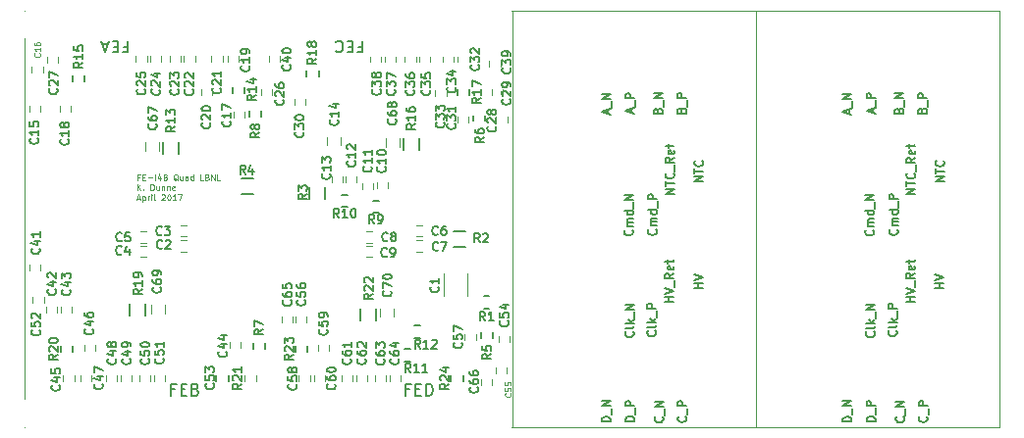
<source format=gbr>
G04 #@! TF.FileFunction,Legend,Top*
%FSLAX46Y46*%
G04 Gerber Fmt 4.6, Leading zero omitted, Abs format (unit mm)*
G04 Created by KiCad (PCBNEW 4.0.5) date Fri Apr 14 16:53:27 2017*
%MOMM*%
%LPD*%
G01*
G04 APERTURE LIST*
%ADD10C,0.100000*%
%ADD11C,0.149860*%
%ADD12C,0.127000*%
%ADD13C,0.114300*%
%ADD14C,0.050000*%
%ADD15C,0.120000*%
%ADD16C,0.150000*%
%ADD17C,0.101600*%
%ADD18C,0.129540*%
%ADD19R,0.700000X0.600000*%
%ADD20R,1.100000X0.450000*%
%ADD21R,0.600000X0.400000*%
%ADD22R,0.770000X0.400000*%
%ADD23R,1.100000X3.600000*%
%ADD24C,1.625600*%
%ADD25R,0.600000X0.700000*%
%ADD26R,0.250000X1.100000*%
%ADD27R,0.481000X1.100000*%
%ADD28R,0.354000X1.100000*%
%ADD29R,19.500000X0.350000*%
%ADD30R,1.624000X1.300000*%
%ADD31R,6.100000X2.017700*%
%ADD32R,0.700000X0.500000*%
%ADD33R,0.850000X0.900000*%
%ADD34R,0.600000X1.000000*%
%ADD35R,0.500000X0.700000*%
%ADD36R,1.000000X0.600000*%
%ADD37R,1.700000X1.100000*%
%ADD38C,2.640000*%
%ADD39R,0.450000X1.100000*%
%ADD40R,0.400000X0.600000*%
%ADD41R,0.400000X0.770000*%
%ADD42C,0.254000*%
G04 APERTURE END LIST*
D10*
D11*
X122824966Y-117094363D02*
X122494766Y-117094363D01*
X122494766Y-117613249D02*
X122494766Y-116622649D01*
X122966480Y-116622649D01*
X123343852Y-117094363D02*
X123674052Y-117094363D01*
X123815566Y-117613249D02*
X123343852Y-117613249D01*
X123343852Y-116622649D01*
X123815566Y-116622649D01*
X124570309Y-117094363D02*
X124711823Y-117141534D01*
X124758995Y-117188706D01*
X124806166Y-117283049D01*
X124806166Y-117424563D01*
X124758995Y-117518906D01*
X124711823Y-117566077D01*
X124617481Y-117613249D01*
X124240109Y-117613249D01*
X124240109Y-116622649D01*
X124570309Y-116622649D01*
X124664652Y-116669820D01*
X124711823Y-116716991D01*
X124758995Y-116811334D01*
X124758995Y-116905677D01*
X124711823Y-117000020D01*
X124664652Y-117047191D01*
X124570309Y-117094363D01*
X124240109Y-117094363D01*
D12*
X180944520Y-93263357D02*
X180944520Y-92900500D01*
X181162234Y-93335929D02*
X180400234Y-93081929D01*
X181162234Y-92827929D01*
X181234806Y-92755357D02*
X181234806Y-92174786D01*
X181162234Y-91993357D02*
X180400234Y-91993357D01*
X181162234Y-91557929D01*
X180400234Y-91557929D01*
X183091183Y-112091651D02*
X183127469Y-112127937D01*
X183163754Y-112236794D01*
X183163754Y-112309365D01*
X183127469Y-112418222D01*
X183054897Y-112490794D01*
X182982326Y-112527079D01*
X182837183Y-112563365D01*
X182728326Y-112563365D01*
X182583183Y-112527079D01*
X182510611Y-112490794D01*
X182438040Y-112418222D01*
X182401754Y-112309365D01*
X182401754Y-112236794D01*
X182438040Y-112127937D01*
X182474326Y-112091651D01*
X183163754Y-111656222D02*
X183127469Y-111728794D01*
X183054897Y-111765079D01*
X182401754Y-111765079D01*
X183163754Y-111365936D02*
X182401754Y-111365936D01*
X182873469Y-111293365D02*
X183163754Y-111075651D01*
X182655754Y-111075651D02*
X182946040Y-111365936D01*
X183236326Y-110930508D02*
X183236326Y-110349937D01*
X183163754Y-110168508D02*
X182401754Y-110168508D01*
X183163754Y-109733080D01*
X182401754Y-109733080D01*
X183212014Y-119859696D02*
X182450014Y-119859696D01*
X182450014Y-119678268D01*
X182486300Y-119569411D01*
X182558871Y-119496839D01*
X182631443Y-119460554D01*
X182776586Y-119424268D01*
X182885443Y-119424268D01*
X183030586Y-119460554D01*
X183103157Y-119496839D01*
X183175729Y-119569411D01*
X183212014Y-119678268D01*
X183212014Y-119859696D01*
X183284586Y-119279125D02*
X183284586Y-118698554D01*
X183212014Y-118517125D02*
X182450014Y-118517125D01*
X182450014Y-118226840D01*
X182486300Y-118154268D01*
X182522586Y-118117983D01*
X182595157Y-118081697D01*
X182704014Y-118081697D01*
X182776586Y-118117983D01*
X182812871Y-118154268D01*
X182849157Y-118226840D01*
X182849157Y-118517125D01*
X187637783Y-119439508D02*
X187674069Y-119475794D01*
X187710354Y-119584651D01*
X187710354Y-119657222D01*
X187674069Y-119766079D01*
X187601497Y-119838651D01*
X187528926Y-119874936D01*
X187383783Y-119911222D01*
X187274926Y-119911222D01*
X187129783Y-119874936D01*
X187057211Y-119838651D01*
X186984640Y-119766079D01*
X186948354Y-119657222D01*
X186948354Y-119584651D01*
X186984640Y-119475794D01*
X187020926Y-119439508D01*
X187782926Y-119294365D02*
X187782926Y-118713794D01*
X187710354Y-118532365D02*
X186948354Y-118532365D01*
X186948354Y-118242080D01*
X186984640Y-118169508D01*
X187020926Y-118133223D01*
X187093497Y-118096937D01*
X187202354Y-118096937D01*
X187274926Y-118133223D01*
X187311211Y-118169508D01*
X187347497Y-118242080D01*
X187347497Y-118532365D01*
X185646423Y-119457651D02*
X185682709Y-119493937D01*
X185718994Y-119602794D01*
X185718994Y-119675365D01*
X185682709Y-119784222D01*
X185610137Y-119856794D01*
X185537566Y-119893079D01*
X185392423Y-119929365D01*
X185283566Y-119929365D01*
X185138423Y-119893079D01*
X185065851Y-119856794D01*
X184993280Y-119784222D01*
X184956994Y-119675365D01*
X184956994Y-119602794D01*
X184993280Y-119493937D01*
X185029566Y-119457651D01*
X185791566Y-119312508D02*
X185791566Y-118731937D01*
X185718994Y-118550508D02*
X184956994Y-118550508D01*
X185718994Y-118115080D01*
X184956994Y-118115080D01*
X185001263Y-112012548D02*
X185037549Y-112048834D01*
X185073834Y-112157691D01*
X185073834Y-112230262D01*
X185037549Y-112339119D01*
X184964977Y-112411691D01*
X184892406Y-112447976D01*
X184747263Y-112484262D01*
X184638406Y-112484262D01*
X184493263Y-112447976D01*
X184420691Y-112411691D01*
X184348120Y-112339119D01*
X184311834Y-112230262D01*
X184311834Y-112157691D01*
X184348120Y-112048834D01*
X184384406Y-112012548D01*
X185073834Y-111577119D02*
X185037549Y-111649691D01*
X184964977Y-111685976D01*
X184311834Y-111685976D01*
X185073834Y-111286833D02*
X184311834Y-111286833D01*
X184783549Y-111214262D02*
X185073834Y-110996548D01*
X184565834Y-110996548D02*
X184856120Y-111286833D01*
X185146406Y-110851405D02*
X185146406Y-110270834D01*
X185073834Y-110089405D02*
X184311834Y-110089405D01*
X184311834Y-109799120D01*
X184348120Y-109726548D01*
X184384406Y-109690263D01*
X184456977Y-109653977D01*
X184565834Y-109653977D01*
X184638406Y-109690263D01*
X184674691Y-109726548D01*
X184710977Y-109799120D01*
X184710977Y-110089405D01*
X181162234Y-119872759D02*
X180400234Y-119872759D01*
X180400234Y-119691331D01*
X180436520Y-119582474D01*
X180509091Y-119509902D01*
X180581663Y-119473617D01*
X180726806Y-119437331D01*
X180835663Y-119437331D01*
X180980806Y-119473617D01*
X181053377Y-119509902D01*
X181125949Y-119582474D01*
X181162234Y-119691331D01*
X181162234Y-119872759D01*
X181234806Y-119292188D02*
X181234806Y-118711617D01*
X181162234Y-118530188D02*
X180400234Y-118530188D01*
X181162234Y-118094760D01*
X180400234Y-118094760D01*
X185077463Y-103258983D02*
X185113749Y-103295269D01*
X185150034Y-103404126D01*
X185150034Y-103476697D01*
X185113749Y-103585554D01*
X185041177Y-103658126D01*
X184968606Y-103694411D01*
X184823463Y-103730697D01*
X184714606Y-103730697D01*
X184569463Y-103694411D01*
X184496891Y-103658126D01*
X184424320Y-103585554D01*
X184388034Y-103476697D01*
X184388034Y-103404126D01*
X184424320Y-103295269D01*
X184460606Y-103258983D01*
X185150034Y-102932411D02*
X184642034Y-102932411D01*
X184714606Y-102932411D02*
X184678320Y-102896126D01*
X184642034Y-102823554D01*
X184642034Y-102714697D01*
X184678320Y-102642126D01*
X184750891Y-102605840D01*
X185150034Y-102605840D01*
X184750891Y-102605840D02*
X184678320Y-102569554D01*
X184642034Y-102496983D01*
X184642034Y-102388126D01*
X184678320Y-102315554D01*
X184750891Y-102279269D01*
X185150034Y-102279269D01*
X185150034Y-101589840D02*
X184388034Y-101589840D01*
X185113749Y-101589840D02*
X185150034Y-101662411D01*
X185150034Y-101807554D01*
X185113749Y-101880126D01*
X185077463Y-101916411D01*
X185004891Y-101952697D01*
X184787177Y-101952697D01*
X184714606Y-101916411D01*
X184678320Y-101880126D01*
X184642034Y-101807554D01*
X184642034Y-101662411D01*
X184678320Y-101589840D01*
X185222606Y-101408411D02*
X185222606Y-100827840D01*
X185150034Y-100646411D02*
X184388034Y-100646411D01*
X184388034Y-100356126D01*
X184424320Y-100283554D01*
X184460606Y-100247269D01*
X184533177Y-100210983D01*
X184642034Y-100210983D01*
X184714606Y-100247269D01*
X184750891Y-100283554D01*
X184787177Y-100356126D01*
X184787177Y-100646411D01*
X189127674Y-108352045D02*
X188365674Y-108352045D01*
X188728531Y-108352045D02*
X188728531Y-107916617D01*
X189127674Y-107916617D02*
X188365674Y-107916617D01*
X188365674Y-107662617D02*
X189127674Y-107408617D01*
X188365674Y-107154617D01*
X186597834Y-109521897D02*
X185835834Y-109521897D01*
X186198691Y-109521897D02*
X186198691Y-109086469D01*
X186597834Y-109086469D02*
X185835834Y-109086469D01*
X185835834Y-108832469D02*
X186597834Y-108578469D01*
X185835834Y-108324469D01*
X186670406Y-108251897D02*
X186670406Y-107671326D01*
X186597834Y-107054469D02*
X186234977Y-107308469D01*
X186597834Y-107489897D02*
X185835834Y-107489897D01*
X185835834Y-107199612D01*
X185872120Y-107127040D01*
X185908406Y-107090755D01*
X185980977Y-107054469D01*
X186089834Y-107054469D01*
X186162406Y-107090755D01*
X186198691Y-107127040D01*
X186234977Y-107199612D01*
X186234977Y-107489897D01*
X186561549Y-106437612D02*
X186597834Y-106510183D01*
X186597834Y-106655326D01*
X186561549Y-106727897D01*
X186488977Y-106764183D01*
X186198691Y-106764183D01*
X186126120Y-106727897D01*
X186089834Y-106655326D01*
X186089834Y-106510183D01*
X186126120Y-106437612D01*
X186198691Y-106401326D01*
X186271263Y-106401326D01*
X186343834Y-106764183D01*
X186089834Y-106183612D02*
X186089834Y-105893326D01*
X185835834Y-106074754D02*
X186488977Y-106074754D01*
X186561549Y-106038469D01*
X186597834Y-105965897D01*
X186597834Y-105893326D01*
X189155614Y-99141279D02*
X188393614Y-99141279D01*
X189155614Y-98705851D01*
X188393614Y-98705851D01*
X188393614Y-98451851D02*
X188393614Y-98016422D01*
X189155614Y-98234136D02*
X188393614Y-98234136D01*
X189083043Y-97326994D02*
X189119329Y-97363280D01*
X189155614Y-97472137D01*
X189155614Y-97544708D01*
X189119329Y-97653565D01*
X189046757Y-97726137D01*
X188974186Y-97762422D01*
X188829043Y-97798708D01*
X188720186Y-97798708D01*
X188575043Y-97762422D01*
X188502471Y-97726137D01*
X188429900Y-97653565D01*
X188393614Y-97544708D01*
X188393614Y-97472137D01*
X188429900Y-97363280D01*
X188466186Y-97326994D01*
X182989220Y-93196954D02*
X182989220Y-92834097D01*
X183206934Y-93269526D02*
X182444934Y-93015526D01*
X183206934Y-92761526D01*
X183279506Y-92688954D02*
X183279506Y-92108383D01*
X183206934Y-91926954D02*
X182444934Y-91926954D01*
X182444934Y-91636669D01*
X182481220Y-91564097D01*
X182517506Y-91527812D01*
X182590077Y-91491526D01*
X182698934Y-91491526D01*
X182771506Y-91527812D01*
X182807791Y-91564097D01*
X182844077Y-91636669D01*
X182844077Y-91926954D01*
X186641014Y-100217151D02*
X185879014Y-100217151D01*
X186641014Y-99781723D01*
X185879014Y-99781723D01*
X185879014Y-99527723D02*
X185879014Y-99092294D01*
X186641014Y-99310008D02*
X185879014Y-99310008D01*
X186568443Y-98402866D02*
X186604729Y-98439152D01*
X186641014Y-98548009D01*
X186641014Y-98620580D01*
X186604729Y-98729437D01*
X186532157Y-98802009D01*
X186459586Y-98838294D01*
X186314443Y-98874580D01*
X186205586Y-98874580D01*
X186060443Y-98838294D01*
X185987871Y-98802009D01*
X185915300Y-98729437D01*
X185879014Y-98620580D01*
X185879014Y-98548009D01*
X185915300Y-98439152D01*
X185951586Y-98402866D01*
X186713586Y-98257723D02*
X186713586Y-97677152D01*
X186641014Y-97060295D02*
X186278157Y-97314295D01*
X186641014Y-97495723D02*
X185879014Y-97495723D01*
X185879014Y-97205438D01*
X185915300Y-97132866D01*
X185951586Y-97096581D01*
X186024157Y-97060295D01*
X186133014Y-97060295D01*
X186205586Y-97096581D01*
X186241871Y-97132866D01*
X186278157Y-97205438D01*
X186278157Y-97495723D01*
X186604729Y-96443438D02*
X186641014Y-96516009D01*
X186641014Y-96661152D01*
X186604729Y-96733723D01*
X186532157Y-96770009D01*
X186241871Y-96770009D01*
X186169300Y-96733723D01*
X186133014Y-96661152D01*
X186133014Y-96516009D01*
X186169300Y-96443438D01*
X186241871Y-96407152D01*
X186314443Y-96407152D01*
X186387014Y-96770009D01*
X186133014Y-96189438D02*
X186133014Y-95899152D01*
X185879014Y-96080580D02*
X186532157Y-96080580D01*
X186604729Y-96044295D01*
X186641014Y-95971723D01*
X186641014Y-95899152D01*
X183009903Y-103312686D02*
X183046189Y-103348972D01*
X183082474Y-103457829D01*
X183082474Y-103530400D01*
X183046189Y-103639257D01*
X182973617Y-103711829D01*
X182901046Y-103748114D01*
X182755903Y-103784400D01*
X182647046Y-103784400D01*
X182501903Y-103748114D01*
X182429331Y-103711829D01*
X182356760Y-103639257D01*
X182320474Y-103530400D01*
X182320474Y-103457829D01*
X182356760Y-103348972D01*
X182393046Y-103312686D01*
X183082474Y-102986114D02*
X182574474Y-102986114D01*
X182647046Y-102986114D02*
X182610760Y-102949829D01*
X182574474Y-102877257D01*
X182574474Y-102768400D01*
X182610760Y-102695829D01*
X182683331Y-102659543D01*
X183082474Y-102659543D01*
X182683331Y-102659543D02*
X182610760Y-102623257D01*
X182574474Y-102550686D01*
X182574474Y-102441829D01*
X182610760Y-102369257D01*
X182683331Y-102332972D01*
X183082474Y-102332972D01*
X183082474Y-101643543D02*
X182320474Y-101643543D01*
X183046189Y-101643543D02*
X183082474Y-101716114D01*
X183082474Y-101861257D01*
X183046189Y-101933829D01*
X183009903Y-101970114D01*
X182937331Y-102006400D01*
X182719617Y-102006400D01*
X182647046Y-101970114D01*
X182610760Y-101933829D01*
X182574474Y-101861257D01*
X182574474Y-101716114D01*
X182610760Y-101643543D01*
X183155046Y-101462114D02*
X183155046Y-100881543D01*
X183082474Y-100700114D02*
X182320474Y-100700114D01*
X183082474Y-100264686D01*
X182320474Y-100264686D01*
X187265491Y-92986496D02*
X187301777Y-92877639D01*
X187338063Y-92841354D01*
X187410634Y-92805068D01*
X187519491Y-92805068D01*
X187592063Y-92841354D01*
X187628349Y-92877639D01*
X187664634Y-92950211D01*
X187664634Y-93240496D01*
X186902634Y-93240496D01*
X186902634Y-92986496D01*
X186938920Y-92913925D01*
X186975206Y-92877639D01*
X187047777Y-92841354D01*
X187120349Y-92841354D01*
X187192920Y-92877639D01*
X187229206Y-92913925D01*
X187265491Y-92986496D01*
X187265491Y-93240496D01*
X187737206Y-92659925D02*
X187737206Y-92079354D01*
X187664634Y-91897925D02*
X186902634Y-91897925D01*
X186902634Y-91607640D01*
X186938920Y-91535068D01*
X186975206Y-91498783D01*
X187047777Y-91462497D01*
X187156634Y-91462497D01*
X187229206Y-91498783D01*
X187265491Y-91535068D01*
X187301777Y-91607640D01*
X187301777Y-91897925D01*
X185238571Y-92989399D02*
X185274857Y-92880542D01*
X185311143Y-92844257D01*
X185383714Y-92807971D01*
X185492571Y-92807971D01*
X185565143Y-92844257D01*
X185601429Y-92880542D01*
X185637714Y-92953114D01*
X185637714Y-93243399D01*
X184875714Y-93243399D01*
X184875714Y-92989399D01*
X184912000Y-92916828D01*
X184948286Y-92880542D01*
X185020857Y-92844257D01*
X185093429Y-92844257D01*
X185166000Y-92880542D01*
X185202286Y-92916828D01*
X185238571Y-92989399D01*
X185238571Y-93243399D01*
X185710286Y-92662828D02*
X185710286Y-92082257D01*
X185637714Y-91900828D02*
X184875714Y-91900828D01*
X185637714Y-91465400D01*
X184875714Y-91465400D01*
D13*
X119749026Y-98723994D02*
X119579692Y-98723994D01*
X119579692Y-98990090D02*
X119579692Y-98482090D01*
X119821597Y-98482090D01*
X120015121Y-98723994D02*
X120184455Y-98723994D01*
X120257026Y-98990090D02*
X120015121Y-98990090D01*
X120015121Y-98482090D01*
X120257026Y-98482090D01*
X120474740Y-98796566D02*
X120861788Y-98796566D01*
X121103692Y-98990090D02*
X121103692Y-98482090D01*
X121563312Y-98651423D02*
X121563312Y-98990090D01*
X121442359Y-98457899D02*
X121321407Y-98820756D01*
X121635883Y-98820756D01*
X121998741Y-98723994D02*
X122071312Y-98748185D01*
X122095503Y-98772375D01*
X122119693Y-98820756D01*
X122119693Y-98893328D01*
X122095503Y-98941709D01*
X122071312Y-98965899D01*
X122022931Y-98990090D01*
X121829407Y-98990090D01*
X121829407Y-98482090D01*
X121998741Y-98482090D01*
X122047122Y-98506280D01*
X122071312Y-98530470D01*
X122095503Y-98578851D01*
X122095503Y-98627232D01*
X122071312Y-98675613D01*
X122047122Y-98699804D01*
X121998741Y-98723994D01*
X121829407Y-98723994D01*
X123063122Y-99038470D02*
X123014741Y-99014280D01*
X122966360Y-98965899D01*
X122893789Y-98893328D01*
X122845408Y-98869137D01*
X122797027Y-98869137D01*
X122821217Y-98990090D02*
X122772836Y-98965899D01*
X122724455Y-98917518D01*
X122700265Y-98820756D01*
X122700265Y-98651423D01*
X122724455Y-98554661D01*
X122772836Y-98506280D01*
X122821217Y-98482090D01*
X122917979Y-98482090D01*
X122966360Y-98506280D01*
X123014741Y-98554661D01*
X123038932Y-98651423D01*
X123038932Y-98820756D01*
X123014741Y-98917518D01*
X122966360Y-98965899D01*
X122917979Y-98990090D01*
X122821217Y-98990090D01*
X123474360Y-98651423D02*
X123474360Y-98990090D01*
X123256645Y-98651423D02*
X123256645Y-98917518D01*
X123280836Y-98965899D01*
X123329217Y-98990090D01*
X123401788Y-98990090D01*
X123450169Y-98965899D01*
X123474360Y-98941709D01*
X123933979Y-98990090D02*
X123933979Y-98723994D01*
X123909788Y-98675613D01*
X123861407Y-98651423D01*
X123764645Y-98651423D01*
X123716264Y-98675613D01*
X123933979Y-98965899D02*
X123885598Y-98990090D01*
X123764645Y-98990090D01*
X123716264Y-98965899D01*
X123692074Y-98917518D01*
X123692074Y-98869137D01*
X123716264Y-98820756D01*
X123764645Y-98796566D01*
X123885598Y-98796566D01*
X123933979Y-98772375D01*
X124393598Y-98990090D02*
X124393598Y-98482090D01*
X124393598Y-98965899D02*
X124345217Y-98990090D01*
X124248455Y-98990090D01*
X124200074Y-98965899D01*
X124175883Y-98941709D01*
X124151693Y-98893328D01*
X124151693Y-98748185D01*
X124175883Y-98699804D01*
X124200074Y-98675613D01*
X124248455Y-98651423D01*
X124345217Y-98651423D01*
X124393598Y-98675613D01*
X125264455Y-98990090D02*
X125022550Y-98990090D01*
X125022550Y-98482090D01*
X125603122Y-98723994D02*
X125675693Y-98748185D01*
X125699884Y-98772375D01*
X125724074Y-98820756D01*
X125724074Y-98893328D01*
X125699884Y-98941709D01*
X125675693Y-98965899D01*
X125627312Y-98990090D01*
X125433788Y-98990090D01*
X125433788Y-98482090D01*
X125603122Y-98482090D01*
X125651503Y-98506280D01*
X125675693Y-98530470D01*
X125699884Y-98578851D01*
X125699884Y-98627232D01*
X125675693Y-98675613D01*
X125651503Y-98699804D01*
X125603122Y-98723994D01*
X125433788Y-98723994D01*
X125941788Y-98990090D02*
X125941788Y-98482090D01*
X126232074Y-98990090D01*
X126232074Y-98482090D01*
X126715883Y-98990090D02*
X126473978Y-98990090D01*
X126473978Y-98482090D01*
X119579692Y-99866390D02*
X119579692Y-99358390D01*
X119869978Y-99866390D02*
X119652264Y-99576104D01*
X119869978Y-99358390D02*
X119579692Y-99648675D01*
X120087692Y-99818009D02*
X120111883Y-99842199D01*
X120087692Y-99866390D01*
X120063502Y-99842199D01*
X120087692Y-99818009D01*
X120087692Y-99866390D01*
X120716645Y-99866390D02*
X120716645Y-99358390D01*
X120837598Y-99358390D01*
X120910169Y-99382580D01*
X120958550Y-99430961D01*
X120982741Y-99479342D01*
X121006931Y-99576104D01*
X121006931Y-99648675D01*
X120982741Y-99745437D01*
X120958550Y-99793818D01*
X120910169Y-99842199D01*
X120837598Y-99866390D01*
X120716645Y-99866390D01*
X121442360Y-99527723D02*
X121442360Y-99866390D01*
X121224645Y-99527723D02*
X121224645Y-99793818D01*
X121248836Y-99842199D01*
X121297217Y-99866390D01*
X121369788Y-99866390D01*
X121418169Y-99842199D01*
X121442360Y-99818009D01*
X121684264Y-99527723D02*
X121684264Y-99866390D01*
X121684264Y-99576104D02*
X121708455Y-99551913D01*
X121756836Y-99527723D01*
X121829407Y-99527723D01*
X121877788Y-99551913D01*
X121901979Y-99600294D01*
X121901979Y-99866390D01*
X122143883Y-99527723D02*
X122143883Y-99866390D01*
X122143883Y-99576104D02*
X122168074Y-99551913D01*
X122216455Y-99527723D01*
X122289026Y-99527723D01*
X122337407Y-99551913D01*
X122361598Y-99600294D01*
X122361598Y-99866390D01*
X122797026Y-99842199D02*
X122748645Y-99866390D01*
X122651883Y-99866390D01*
X122603502Y-99842199D01*
X122579312Y-99793818D01*
X122579312Y-99600294D01*
X122603502Y-99551913D01*
X122651883Y-99527723D01*
X122748645Y-99527723D01*
X122797026Y-99551913D01*
X122821217Y-99600294D01*
X122821217Y-99648675D01*
X122579312Y-99697056D01*
X119555502Y-100597547D02*
X119797407Y-100597547D01*
X119507121Y-100742690D02*
X119676454Y-100234690D01*
X119845788Y-100742690D01*
X120015121Y-100404023D02*
X120015121Y-100912023D01*
X120015121Y-100428213D02*
X120063502Y-100404023D01*
X120160264Y-100404023D01*
X120208645Y-100428213D01*
X120232836Y-100452404D01*
X120257026Y-100500785D01*
X120257026Y-100645928D01*
X120232836Y-100694309D01*
X120208645Y-100718499D01*
X120160264Y-100742690D01*
X120063502Y-100742690D01*
X120015121Y-100718499D01*
X120474740Y-100742690D02*
X120474740Y-100404023D01*
X120474740Y-100500785D02*
X120498931Y-100452404D01*
X120523121Y-100428213D01*
X120571502Y-100404023D01*
X120619883Y-100404023D01*
X120789216Y-100742690D02*
X120789216Y-100404023D01*
X120789216Y-100234690D02*
X120765026Y-100258880D01*
X120789216Y-100283070D01*
X120813407Y-100258880D01*
X120789216Y-100234690D01*
X120789216Y-100283070D01*
X121103693Y-100742690D02*
X121055312Y-100718499D01*
X121031121Y-100670118D01*
X121031121Y-100234690D01*
X121660074Y-100283070D02*
X121684264Y-100258880D01*
X121732645Y-100234690D01*
X121853598Y-100234690D01*
X121901979Y-100258880D01*
X121926169Y-100283070D01*
X121950360Y-100331451D01*
X121950360Y-100379832D01*
X121926169Y-100452404D01*
X121635883Y-100742690D01*
X121950360Y-100742690D01*
X122264836Y-100234690D02*
X122313217Y-100234690D01*
X122361598Y-100258880D01*
X122385789Y-100283070D01*
X122409979Y-100331451D01*
X122434170Y-100428213D01*
X122434170Y-100549166D01*
X122409979Y-100645928D01*
X122385789Y-100694309D01*
X122361598Y-100718499D01*
X122313217Y-100742690D01*
X122264836Y-100742690D01*
X122216455Y-100718499D01*
X122192265Y-100694309D01*
X122168074Y-100645928D01*
X122143884Y-100549166D01*
X122143884Y-100428213D01*
X122168074Y-100331451D01*
X122192265Y-100283070D01*
X122216455Y-100258880D01*
X122264836Y-100234690D01*
X122917980Y-100742690D02*
X122627694Y-100742690D01*
X122772837Y-100742690D02*
X122772837Y-100234690D01*
X122724456Y-100307261D01*
X122676075Y-100355642D01*
X122627694Y-100379832D01*
X123087313Y-100234690D02*
X123425980Y-100234690D01*
X123208266Y-100742690D01*
D12*
X160157160Y-93263357D02*
X160157160Y-92900500D01*
X160374874Y-93335929D02*
X159612874Y-93081929D01*
X160374874Y-92827929D01*
X160447446Y-92755357D02*
X160447446Y-92174786D01*
X160374874Y-91993357D02*
X159612874Y-91993357D01*
X160374874Y-91557929D01*
X159612874Y-91557929D01*
X165853654Y-100217151D02*
X165091654Y-100217151D01*
X165853654Y-99781723D01*
X165091654Y-99781723D01*
X165091654Y-99527723D02*
X165091654Y-99092294D01*
X165853654Y-99310008D02*
X165091654Y-99310008D01*
X165781083Y-98402866D02*
X165817369Y-98439152D01*
X165853654Y-98548009D01*
X165853654Y-98620580D01*
X165817369Y-98729437D01*
X165744797Y-98802009D01*
X165672226Y-98838294D01*
X165527083Y-98874580D01*
X165418226Y-98874580D01*
X165273083Y-98838294D01*
X165200511Y-98802009D01*
X165127940Y-98729437D01*
X165091654Y-98620580D01*
X165091654Y-98548009D01*
X165127940Y-98439152D01*
X165164226Y-98402866D01*
X165926226Y-98257723D02*
X165926226Y-97677152D01*
X165853654Y-97060295D02*
X165490797Y-97314295D01*
X165853654Y-97495723D02*
X165091654Y-97495723D01*
X165091654Y-97205438D01*
X165127940Y-97132866D01*
X165164226Y-97096581D01*
X165236797Y-97060295D01*
X165345654Y-97060295D01*
X165418226Y-97096581D01*
X165454511Y-97132866D01*
X165490797Y-97205438D01*
X165490797Y-97495723D01*
X165817369Y-96443438D02*
X165853654Y-96516009D01*
X165853654Y-96661152D01*
X165817369Y-96733723D01*
X165744797Y-96770009D01*
X165454511Y-96770009D01*
X165381940Y-96733723D01*
X165345654Y-96661152D01*
X165345654Y-96516009D01*
X165381940Y-96443438D01*
X165454511Y-96407152D01*
X165527083Y-96407152D01*
X165599654Y-96770009D01*
X165345654Y-96189438D02*
X165345654Y-95899152D01*
X165091654Y-96080580D02*
X165744797Y-96080580D01*
X165817369Y-96044295D01*
X165853654Y-95971723D01*
X165853654Y-95899152D01*
X168368254Y-99141279D02*
X167606254Y-99141279D01*
X168368254Y-98705851D01*
X167606254Y-98705851D01*
X167606254Y-98451851D02*
X167606254Y-98016422D01*
X168368254Y-98234136D02*
X167606254Y-98234136D01*
X168295683Y-97326994D02*
X168331969Y-97363280D01*
X168368254Y-97472137D01*
X168368254Y-97544708D01*
X168331969Y-97653565D01*
X168259397Y-97726137D01*
X168186826Y-97762422D01*
X168041683Y-97798708D01*
X167932826Y-97798708D01*
X167787683Y-97762422D01*
X167715111Y-97726137D01*
X167642540Y-97653565D01*
X167606254Y-97544708D01*
X167606254Y-97472137D01*
X167642540Y-97363280D01*
X167678826Y-97326994D01*
X168340314Y-108352045D02*
X167578314Y-108352045D01*
X167941171Y-108352045D02*
X167941171Y-107916617D01*
X168340314Y-107916617D02*
X167578314Y-107916617D01*
X167578314Y-107662617D02*
X168340314Y-107408617D01*
X167578314Y-107154617D01*
X165810474Y-109521897D02*
X165048474Y-109521897D01*
X165411331Y-109521897D02*
X165411331Y-109086469D01*
X165810474Y-109086469D02*
X165048474Y-109086469D01*
X165048474Y-108832469D02*
X165810474Y-108578469D01*
X165048474Y-108324469D01*
X165883046Y-108251897D02*
X165883046Y-107671326D01*
X165810474Y-107054469D02*
X165447617Y-107308469D01*
X165810474Y-107489897D02*
X165048474Y-107489897D01*
X165048474Y-107199612D01*
X165084760Y-107127040D01*
X165121046Y-107090755D01*
X165193617Y-107054469D01*
X165302474Y-107054469D01*
X165375046Y-107090755D01*
X165411331Y-107127040D01*
X165447617Y-107199612D01*
X165447617Y-107489897D01*
X165774189Y-106437612D02*
X165810474Y-106510183D01*
X165810474Y-106655326D01*
X165774189Y-106727897D01*
X165701617Y-106764183D01*
X165411331Y-106764183D01*
X165338760Y-106727897D01*
X165302474Y-106655326D01*
X165302474Y-106510183D01*
X165338760Y-106437612D01*
X165411331Y-106401326D01*
X165483903Y-106401326D01*
X165556474Y-106764183D01*
X165302474Y-106183612D02*
X165302474Y-105893326D01*
X165048474Y-106074754D02*
X165701617Y-106074754D01*
X165774189Y-106038469D01*
X165810474Y-105965897D01*
X165810474Y-105893326D01*
X166850423Y-119439508D02*
X166886709Y-119475794D01*
X166922994Y-119584651D01*
X166922994Y-119657222D01*
X166886709Y-119766079D01*
X166814137Y-119838651D01*
X166741566Y-119874936D01*
X166596423Y-119911222D01*
X166487566Y-119911222D01*
X166342423Y-119874936D01*
X166269851Y-119838651D01*
X166197280Y-119766079D01*
X166160994Y-119657222D01*
X166160994Y-119584651D01*
X166197280Y-119475794D01*
X166233566Y-119439508D01*
X166995566Y-119294365D02*
X166995566Y-118713794D01*
X166922994Y-118532365D02*
X166160994Y-118532365D01*
X166160994Y-118242080D01*
X166197280Y-118169508D01*
X166233566Y-118133223D01*
X166306137Y-118096937D01*
X166414994Y-118096937D01*
X166487566Y-118133223D01*
X166523851Y-118169508D01*
X166560137Y-118242080D01*
X166560137Y-118532365D01*
X164859063Y-119457651D02*
X164895349Y-119493937D01*
X164931634Y-119602794D01*
X164931634Y-119675365D01*
X164895349Y-119784222D01*
X164822777Y-119856794D01*
X164750206Y-119893079D01*
X164605063Y-119929365D01*
X164496206Y-119929365D01*
X164351063Y-119893079D01*
X164278491Y-119856794D01*
X164205920Y-119784222D01*
X164169634Y-119675365D01*
X164169634Y-119602794D01*
X164205920Y-119493937D01*
X164242206Y-119457651D01*
X165004206Y-119312508D02*
X165004206Y-118731937D01*
X164931634Y-118550508D02*
X164169634Y-118550508D01*
X164931634Y-118115080D01*
X164169634Y-118115080D01*
X162424654Y-119859696D02*
X161662654Y-119859696D01*
X161662654Y-119678268D01*
X161698940Y-119569411D01*
X161771511Y-119496839D01*
X161844083Y-119460554D01*
X161989226Y-119424268D01*
X162098083Y-119424268D01*
X162243226Y-119460554D01*
X162315797Y-119496839D01*
X162388369Y-119569411D01*
X162424654Y-119678268D01*
X162424654Y-119859696D01*
X162497226Y-119279125D02*
X162497226Y-118698554D01*
X162424654Y-118517125D02*
X161662654Y-118517125D01*
X161662654Y-118226840D01*
X161698940Y-118154268D01*
X161735226Y-118117983D01*
X161807797Y-118081697D01*
X161916654Y-118081697D01*
X161989226Y-118117983D01*
X162025511Y-118154268D01*
X162061797Y-118226840D01*
X162061797Y-118517125D01*
X160374874Y-119872759D02*
X159612874Y-119872759D01*
X159612874Y-119691331D01*
X159649160Y-119582474D01*
X159721731Y-119509902D01*
X159794303Y-119473617D01*
X159939446Y-119437331D01*
X160048303Y-119437331D01*
X160193446Y-119473617D01*
X160266017Y-119509902D01*
X160338589Y-119582474D01*
X160374874Y-119691331D01*
X160374874Y-119872759D01*
X160447446Y-119292188D02*
X160447446Y-118711617D01*
X160374874Y-118530188D02*
X159612874Y-118530188D01*
X160374874Y-118094760D01*
X159612874Y-118094760D01*
X164213903Y-112012548D02*
X164250189Y-112048834D01*
X164286474Y-112157691D01*
X164286474Y-112230262D01*
X164250189Y-112339119D01*
X164177617Y-112411691D01*
X164105046Y-112447976D01*
X163959903Y-112484262D01*
X163851046Y-112484262D01*
X163705903Y-112447976D01*
X163633331Y-112411691D01*
X163560760Y-112339119D01*
X163524474Y-112230262D01*
X163524474Y-112157691D01*
X163560760Y-112048834D01*
X163597046Y-112012548D01*
X164286474Y-111577119D02*
X164250189Y-111649691D01*
X164177617Y-111685976D01*
X163524474Y-111685976D01*
X164286474Y-111286833D02*
X163524474Y-111286833D01*
X163996189Y-111214262D02*
X164286474Y-110996548D01*
X163778474Y-110996548D02*
X164068760Y-111286833D01*
X164359046Y-110851405D02*
X164359046Y-110270834D01*
X164286474Y-110089405D02*
X163524474Y-110089405D01*
X163524474Y-109799120D01*
X163560760Y-109726548D01*
X163597046Y-109690263D01*
X163669617Y-109653977D01*
X163778474Y-109653977D01*
X163851046Y-109690263D01*
X163887331Y-109726548D01*
X163923617Y-109799120D01*
X163923617Y-110089405D01*
X162303823Y-112091651D02*
X162340109Y-112127937D01*
X162376394Y-112236794D01*
X162376394Y-112309365D01*
X162340109Y-112418222D01*
X162267537Y-112490794D01*
X162194966Y-112527079D01*
X162049823Y-112563365D01*
X161940966Y-112563365D01*
X161795823Y-112527079D01*
X161723251Y-112490794D01*
X161650680Y-112418222D01*
X161614394Y-112309365D01*
X161614394Y-112236794D01*
X161650680Y-112127937D01*
X161686966Y-112091651D01*
X162376394Y-111656222D02*
X162340109Y-111728794D01*
X162267537Y-111765079D01*
X161614394Y-111765079D01*
X162376394Y-111365936D02*
X161614394Y-111365936D01*
X162086109Y-111293365D02*
X162376394Y-111075651D01*
X161868394Y-111075651D02*
X162158680Y-111365936D01*
X162448966Y-110930508D02*
X162448966Y-110349937D01*
X162376394Y-110168508D02*
X161614394Y-110168508D01*
X162376394Y-109733080D01*
X161614394Y-109733080D01*
X164290103Y-103258983D02*
X164326389Y-103295269D01*
X164362674Y-103404126D01*
X164362674Y-103476697D01*
X164326389Y-103585554D01*
X164253817Y-103658126D01*
X164181246Y-103694411D01*
X164036103Y-103730697D01*
X163927246Y-103730697D01*
X163782103Y-103694411D01*
X163709531Y-103658126D01*
X163636960Y-103585554D01*
X163600674Y-103476697D01*
X163600674Y-103404126D01*
X163636960Y-103295269D01*
X163673246Y-103258983D01*
X164362674Y-102932411D02*
X163854674Y-102932411D01*
X163927246Y-102932411D02*
X163890960Y-102896126D01*
X163854674Y-102823554D01*
X163854674Y-102714697D01*
X163890960Y-102642126D01*
X163963531Y-102605840D01*
X164362674Y-102605840D01*
X163963531Y-102605840D02*
X163890960Y-102569554D01*
X163854674Y-102496983D01*
X163854674Y-102388126D01*
X163890960Y-102315554D01*
X163963531Y-102279269D01*
X164362674Y-102279269D01*
X164362674Y-101589840D02*
X163600674Y-101589840D01*
X164326389Y-101589840D02*
X164362674Y-101662411D01*
X164362674Y-101807554D01*
X164326389Y-101880126D01*
X164290103Y-101916411D01*
X164217531Y-101952697D01*
X163999817Y-101952697D01*
X163927246Y-101916411D01*
X163890960Y-101880126D01*
X163854674Y-101807554D01*
X163854674Y-101662411D01*
X163890960Y-101589840D01*
X164435246Y-101408411D02*
X164435246Y-100827840D01*
X164362674Y-100646411D02*
X163600674Y-100646411D01*
X163600674Y-100356126D01*
X163636960Y-100283554D01*
X163673246Y-100247269D01*
X163745817Y-100210983D01*
X163854674Y-100210983D01*
X163927246Y-100247269D01*
X163963531Y-100283554D01*
X163999817Y-100356126D01*
X163999817Y-100646411D01*
X162222543Y-103312686D02*
X162258829Y-103348972D01*
X162295114Y-103457829D01*
X162295114Y-103530400D01*
X162258829Y-103639257D01*
X162186257Y-103711829D01*
X162113686Y-103748114D01*
X161968543Y-103784400D01*
X161859686Y-103784400D01*
X161714543Y-103748114D01*
X161641971Y-103711829D01*
X161569400Y-103639257D01*
X161533114Y-103530400D01*
X161533114Y-103457829D01*
X161569400Y-103348972D01*
X161605686Y-103312686D01*
X162295114Y-102986114D02*
X161787114Y-102986114D01*
X161859686Y-102986114D02*
X161823400Y-102949829D01*
X161787114Y-102877257D01*
X161787114Y-102768400D01*
X161823400Y-102695829D01*
X161895971Y-102659543D01*
X162295114Y-102659543D01*
X161895971Y-102659543D02*
X161823400Y-102623257D01*
X161787114Y-102550686D01*
X161787114Y-102441829D01*
X161823400Y-102369257D01*
X161895971Y-102332972D01*
X162295114Y-102332972D01*
X162295114Y-101643543D02*
X161533114Y-101643543D01*
X162258829Y-101643543D02*
X162295114Y-101716114D01*
X162295114Y-101861257D01*
X162258829Y-101933829D01*
X162222543Y-101970114D01*
X162149971Y-102006400D01*
X161932257Y-102006400D01*
X161859686Y-101970114D01*
X161823400Y-101933829D01*
X161787114Y-101861257D01*
X161787114Y-101716114D01*
X161823400Y-101643543D01*
X162367686Y-101462114D02*
X162367686Y-100881543D01*
X162295114Y-100700114D02*
X161533114Y-100700114D01*
X162295114Y-100264686D01*
X161533114Y-100264686D01*
X166478131Y-92986496D02*
X166514417Y-92877639D01*
X166550703Y-92841354D01*
X166623274Y-92805068D01*
X166732131Y-92805068D01*
X166804703Y-92841354D01*
X166840989Y-92877639D01*
X166877274Y-92950211D01*
X166877274Y-93240496D01*
X166115274Y-93240496D01*
X166115274Y-92986496D01*
X166151560Y-92913925D01*
X166187846Y-92877639D01*
X166260417Y-92841354D01*
X166332989Y-92841354D01*
X166405560Y-92877639D01*
X166441846Y-92913925D01*
X166478131Y-92986496D01*
X166478131Y-93240496D01*
X166949846Y-92659925D02*
X166949846Y-92079354D01*
X166877274Y-91897925D02*
X166115274Y-91897925D01*
X166115274Y-91607640D01*
X166151560Y-91535068D01*
X166187846Y-91498783D01*
X166260417Y-91462497D01*
X166369274Y-91462497D01*
X166441846Y-91498783D01*
X166478131Y-91535068D01*
X166514417Y-91607640D01*
X166514417Y-91897925D01*
X164451211Y-92989399D02*
X164487497Y-92880542D01*
X164523783Y-92844257D01*
X164596354Y-92807971D01*
X164705211Y-92807971D01*
X164777783Y-92844257D01*
X164814069Y-92880542D01*
X164850354Y-92953114D01*
X164850354Y-93243399D01*
X164088354Y-93243399D01*
X164088354Y-92989399D01*
X164124640Y-92916828D01*
X164160926Y-92880542D01*
X164233497Y-92844257D01*
X164306069Y-92844257D01*
X164378640Y-92880542D01*
X164414926Y-92916828D01*
X164451211Y-92989399D01*
X164451211Y-93243399D01*
X164922926Y-92662828D02*
X164922926Y-92082257D01*
X164850354Y-91900828D02*
X164088354Y-91900828D01*
X164850354Y-91465400D01*
X164088354Y-91465400D01*
X162201860Y-93196954D02*
X162201860Y-92834097D01*
X162419574Y-93269526D02*
X161657574Y-93015526D01*
X162419574Y-92761526D01*
X162492146Y-92688954D02*
X162492146Y-92108383D01*
X162419574Y-91926954D02*
X161657574Y-91926954D01*
X161657574Y-91636669D01*
X161693860Y-91564097D01*
X161730146Y-91527812D01*
X161802717Y-91491526D01*
X161911574Y-91491526D01*
X161984146Y-91527812D01*
X162020431Y-91564097D01*
X162056717Y-91636669D01*
X162056717Y-91926954D01*
D11*
X143056066Y-117094363D02*
X142725866Y-117094363D01*
X142725866Y-117613249D02*
X142725866Y-116622649D01*
X143197580Y-116622649D01*
X143574952Y-117094363D02*
X143905152Y-117094363D01*
X144046666Y-117613249D02*
X143574952Y-117613249D01*
X143574952Y-116622649D01*
X144046666Y-116622649D01*
X144471209Y-117613249D02*
X144471209Y-116622649D01*
X144707066Y-116622649D01*
X144848581Y-116669820D01*
X144942923Y-116764163D01*
X144990095Y-116858506D01*
X145037266Y-117047191D01*
X145037266Y-117188706D01*
X144990095Y-117377391D01*
X144942923Y-117471734D01*
X144848581Y-117566077D01*
X144707066Y-117613249D01*
X144471209Y-117613249D01*
X138655334Y-87487397D02*
X138985534Y-87487397D01*
X138985534Y-86968511D02*
X138985534Y-87959111D01*
X138513820Y-87959111D01*
X138136448Y-87487397D02*
X137806248Y-87487397D01*
X137664734Y-86968511D02*
X138136448Y-86968511D01*
X138136448Y-87959111D01*
X137664734Y-87959111D01*
X136674134Y-87062854D02*
X136721305Y-87015683D01*
X136862819Y-86968511D01*
X136957162Y-86968511D01*
X137098677Y-87015683D01*
X137193019Y-87110026D01*
X137240191Y-87204369D01*
X137287362Y-87393054D01*
X137287362Y-87534569D01*
X137240191Y-87723254D01*
X137193019Y-87817597D01*
X137098677Y-87911940D01*
X136957162Y-87959111D01*
X136862819Y-87959111D01*
X136721305Y-87911940D01*
X136674134Y-87864769D01*
X118414437Y-87487397D02*
X118744637Y-87487397D01*
X118744637Y-86968511D02*
X118744637Y-87959111D01*
X118272923Y-87959111D01*
X117895551Y-87487397D02*
X117565351Y-87487397D01*
X117423837Y-86968511D02*
X117895551Y-86968511D01*
X117895551Y-87959111D01*
X117423837Y-87959111D01*
X117046465Y-87251540D02*
X116574751Y-87251540D01*
X117140808Y-86968511D02*
X116810608Y-87959111D01*
X116480408Y-86968511D01*
D14*
X172908040Y-84355080D02*
X172908040Y-120355080D01*
X193898520Y-84358480D02*
X193898520Y-120358480D01*
X193897160Y-120357040D02*
X151897160Y-120357040D01*
X193892080Y-84350000D02*
X151892080Y-84350000D01*
X151876840Y-84355080D02*
X151876840Y-120355080D01*
X109850000Y-120350000D02*
X151850000Y-120350000D01*
X151850000Y-84350000D02*
X109850000Y-84350000D01*
X109855080Y-84344920D02*
X109855080Y-120344920D01*
D15*
X144146080Y-104218720D02*
X143646080Y-104218720D01*
X143646080Y-105168720D02*
X144146080Y-105168720D01*
X114673360Y-115840700D02*
X114673360Y-116340700D01*
X115623360Y-116340700D02*
X115623360Y-115840700D01*
X151086840Y-91649360D02*
X151086840Y-91149360D01*
X150136840Y-91149360D02*
X150136840Y-91649360D01*
D16*
X129556020Y-113094960D02*
X129556020Y-113594960D01*
X130606020Y-113594960D02*
X130606020Y-113094960D01*
D15*
X133499840Y-115838160D02*
X133499840Y-116338160D01*
X134449840Y-116338160D02*
X134449840Y-115838160D01*
X110556020Y-109084300D02*
X110556020Y-109584300D01*
X111506020Y-109584300D02*
X111506020Y-109084300D01*
X119733040Y-115843240D02*
X119733040Y-116343240D01*
X120683040Y-116343240D02*
X120683040Y-115843240D01*
X113179840Y-115840700D02*
X113179840Y-116340700D01*
X114129840Y-116340700D02*
X114129840Y-115840700D01*
X139787440Y-104660680D02*
X139287440Y-104660680D01*
X139287440Y-105610680D02*
X139787440Y-105610680D01*
X140200360Y-99211320D02*
X140200360Y-99711320D01*
X141150360Y-99711320D02*
X141150360Y-99211320D01*
X139787440Y-103451640D02*
X139287440Y-103451640D01*
X139287440Y-104401640D02*
X139787440Y-104401640D01*
X123315920Y-105168720D02*
X123815920Y-105168720D01*
X123815920Y-104218720D02*
X123315920Y-104218720D01*
X123305760Y-103827600D02*
X123805760Y-103827600D01*
X123805760Y-102877600D02*
X123305760Y-102877600D01*
X119866600Y-105610680D02*
X120366600Y-105610680D01*
X120366600Y-104660680D02*
X119866600Y-104660680D01*
X119866600Y-104401640D02*
X120366600Y-104401640D01*
X120366600Y-103451640D02*
X119866600Y-103451640D01*
X144146080Y-102877600D02*
X143646080Y-102877600D01*
X143646080Y-103827600D02*
X144146080Y-103827600D01*
X138981160Y-99241800D02*
X138981160Y-99741800D01*
X139931160Y-99741800D02*
X139931160Y-99241800D01*
X137518120Y-98677920D02*
X137518120Y-99177920D01*
X138468120Y-99177920D02*
X138468120Y-98677920D01*
X136359880Y-98693160D02*
X136359880Y-99193160D01*
X137309880Y-99193160D02*
X137309880Y-98693160D01*
X135889440Y-95981000D02*
X135889440Y-95281000D01*
X137089440Y-95281000D02*
X137089440Y-95981000D01*
X111208840Y-93061600D02*
X111208840Y-92561600D01*
X110258840Y-92561600D02*
X110258840Y-93061600D01*
X111422200Y-89683400D02*
X111422200Y-89183400D01*
X110472200Y-89183400D02*
X110472200Y-89683400D01*
X128788180Y-93628020D02*
X128788180Y-93128020D01*
X127838180Y-93128020D02*
X127838180Y-93628020D01*
X113819960Y-93112400D02*
X113819960Y-92612400D01*
X112869960Y-92612400D02*
X112869960Y-93112400D01*
X128277640Y-88791860D02*
X128277640Y-88291860D01*
X127327640Y-88291860D02*
X127327640Y-88791860D01*
X126011960Y-91649360D02*
X126011960Y-91149360D01*
X125061960Y-91149360D02*
X125061960Y-91649360D01*
X126913660Y-88789320D02*
X126913660Y-88289320D01*
X125963660Y-88289320D02*
X125963660Y-88789320D01*
X124538760Y-88789320D02*
X124538760Y-88289320D01*
X123588760Y-88289320D02*
X123588760Y-88789320D01*
X123289080Y-88794400D02*
X123289080Y-88294400D01*
X122339080Y-88294400D02*
X122339080Y-88794400D01*
X121602520Y-88794400D02*
X121602520Y-88294400D01*
X120652520Y-88294400D02*
X120652520Y-88794400D01*
X120388400Y-88794400D02*
X120388400Y-88294400D01*
X119438400Y-88294400D02*
X119438400Y-88794400D01*
X131213880Y-91649360D02*
X131213880Y-91149360D01*
X130263880Y-91149360D02*
X130263880Y-91649360D01*
X112722680Y-88824880D02*
X112722680Y-88324880D01*
X111772680Y-88324880D02*
X111772680Y-88824880D01*
X151460220Y-94034420D02*
X151460220Y-93534420D01*
X150510220Y-93534420D02*
X150510220Y-94034420D01*
X134038360Y-92528200D02*
X134038360Y-92028200D01*
X133088360Y-92028200D02*
X133088360Y-92528200D01*
X148140440Y-94026800D02*
X148140440Y-93526800D01*
X147190440Y-93526800D02*
X147190440Y-94026800D01*
X148150600Y-88814720D02*
X148150600Y-88314720D01*
X147200600Y-88314720D02*
X147200600Y-88814720D01*
X146204960Y-91705240D02*
X146204960Y-91205240D01*
X145254960Y-91205240D02*
X145254960Y-91705240D01*
X146817100Y-88814720D02*
X146817100Y-88314720D01*
X145867100Y-88314720D02*
X145867100Y-88814720D01*
X144828280Y-88809640D02*
X144828280Y-88309640D01*
X143878280Y-88309640D02*
X143878280Y-88809640D01*
X143583680Y-88809640D02*
X143583680Y-88309640D01*
X142633680Y-88309640D02*
X142633680Y-88809640D01*
X141843780Y-88809640D02*
X141843780Y-88309640D01*
X140893780Y-88309640D02*
X140893780Y-88809640D01*
X140611880Y-88809640D02*
X140611880Y-88309640D01*
X139661880Y-88309640D02*
X139661880Y-88809640D01*
X150868400Y-89175400D02*
X150868400Y-88675400D01*
X149918400Y-88675400D02*
X149918400Y-89175400D01*
X131856500Y-88761380D02*
X131856500Y-88261380D01*
X130906500Y-88261380D02*
X130906500Y-88761380D01*
X110281700Y-106330940D02*
X110281700Y-106830940D01*
X111231700Y-106830940D02*
X111231700Y-106330940D01*
X112956320Y-109950440D02*
X112956320Y-110450440D01*
X113906320Y-110450440D02*
X113906320Y-109950440D01*
X127541000Y-112983200D02*
X127541000Y-113483200D01*
X128491000Y-113483200D02*
X128491000Y-112983200D01*
X114968000Y-113254980D02*
X114968000Y-113754980D01*
X115918000Y-113754980D02*
X115918000Y-113254980D01*
X116883160Y-115843240D02*
X116883160Y-116343240D01*
X117833160Y-116343240D02*
X117833160Y-115843240D01*
X118132840Y-115843240D02*
X118132840Y-116343240D01*
X119082840Y-116343240D02*
X119082840Y-115843240D01*
X120987800Y-115843240D02*
X120987800Y-116343240D01*
X121937800Y-116343240D02*
X121937800Y-115843240D01*
X111711720Y-109949080D02*
X111711720Y-110449080D01*
X112661720Y-110449080D02*
X112661720Y-109949080D01*
X128831320Y-115843240D02*
X128831320Y-116343240D01*
X129781320Y-116343240D02*
X129781320Y-115843240D01*
X150738820Y-112454880D02*
X150738820Y-112954880D01*
X151688820Y-112954880D02*
X151688820Y-112454880D01*
X150477200Y-115214500D02*
X150477200Y-115714500D01*
X151427200Y-115714500D02*
X151427200Y-115214500D01*
X133225520Y-110758160D02*
X133225520Y-111258160D01*
X134175520Y-111258160D02*
X134175520Y-110758160D01*
X147797500Y-112297400D02*
X147797500Y-112797400D01*
X148747500Y-112797400D02*
X148747500Y-112297400D01*
X135120360Y-113254980D02*
X135120360Y-113754980D01*
X136070360Y-113754980D02*
X136070360Y-113254980D01*
X134805400Y-115840700D02*
X134805400Y-116340700D01*
X135755400Y-116340700D02*
X135755400Y-115840700D01*
X137167600Y-115848320D02*
X137167600Y-116348320D01*
X138117600Y-116348320D02*
X138117600Y-115848320D01*
X138422360Y-115843240D02*
X138422360Y-116343240D01*
X139372360Y-116343240D02*
X139372360Y-115843240D01*
X140047960Y-115843240D02*
X140047960Y-116343240D01*
X140997960Y-116343240D02*
X140997960Y-115843240D01*
X141312880Y-115843240D02*
X141312880Y-116343240D01*
X142262880Y-116343240D02*
X142262880Y-115843240D01*
X132011400Y-110758160D02*
X132011400Y-111258160D01*
X132961400Y-111258160D02*
X132961400Y-110758160D01*
X149186880Y-116198840D02*
X149186880Y-116698840D01*
X150136880Y-116698840D02*
X150136880Y-116198840D01*
X120217640Y-96438200D02*
X120217640Y-95738200D01*
X121417640Y-95738200D02*
X121417640Y-96438200D01*
X141020240Y-96097840D02*
X141020240Y-95397840D01*
X142220240Y-95397840D02*
X142220240Y-96097840D01*
X121930720Y-109804720D02*
X121930720Y-110504720D01*
X120730720Y-110504720D02*
X120730720Y-109804720D01*
X141697000Y-110119680D02*
X141697000Y-110819680D01*
X140497000Y-110819680D02*
X140497000Y-110119680D01*
D16*
X129526920Y-100197280D02*
X128526920Y-100197280D01*
X128526920Y-98847280D02*
X129526920Y-98847280D01*
X149182600Y-112119600D02*
X149182600Y-112619600D01*
X150232600Y-112619600D02*
X150232600Y-112119600D01*
X149582360Y-93891760D02*
X149582360Y-93391760D01*
X148532360Y-93391760D02*
X148532360Y-93891760D01*
X130278360Y-93544200D02*
X130278360Y-93044200D01*
X129228360Y-93044200D02*
X129228360Y-93544200D01*
X139881800Y-101822740D02*
X140381800Y-101822740D01*
X140381800Y-100772740D02*
X139881800Y-100772740D01*
X137164000Y-101299500D02*
X137664000Y-101299500D01*
X137664000Y-100249500D02*
X137164000Y-100249500D01*
X143140240Y-113597200D02*
X142640240Y-113597200D01*
X142640240Y-114647200D02*
X143140240Y-114647200D01*
X143958120Y-111560120D02*
X143458120Y-111560120D01*
X143458120Y-112610120D02*
X143958120Y-112610120D01*
X121763160Y-96738060D02*
X121763160Y-95738060D01*
X123113160Y-95738060D02*
X123113160Y-96738060D01*
X128845800Y-91446160D02*
X128845800Y-90946160D01*
X127795800Y-90946160D02*
X127795800Y-91446160D01*
X113983280Y-89970800D02*
X113983280Y-90470800D01*
X115033280Y-90470800D02*
X115033280Y-89970800D01*
X142520040Y-96410400D02*
X142520040Y-95410400D01*
X143870040Y-95410400D02*
X143870040Y-96410400D01*
X148185000Y-91640000D02*
X148185000Y-91140000D01*
X147135000Y-91140000D02*
X147135000Y-91640000D01*
X134161040Y-89554240D02*
X134161040Y-90054240D01*
X135211040Y-90054240D02*
X135211040Y-89554240D01*
X120278520Y-109715680D02*
X120278520Y-110715680D01*
X118928520Y-110715680D02*
X118928520Y-109715680D01*
X112941880Y-113361660D02*
X112941880Y-113861660D01*
X113991880Y-113861660D02*
X113991880Y-113361660D01*
X127438640Y-116343240D02*
X127438640Y-115843240D01*
X126388640Y-115843240D02*
X126388640Y-116343240D01*
X140171800Y-110117000D02*
X140171800Y-111117000D01*
X138821800Y-111117000D02*
X138821800Y-110117000D01*
X133200920Y-113310860D02*
X133200920Y-113810860D01*
X134250920Y-113810860D02*
X134250920Y-113310860D01*
X147667200Y-116343240D02*
X147667200Y-115843240D01*
X146617200Y-115843240D02*
X146617200Y-116343240D01*
D15*
X145959720Y-107026200D02*
X145959720Y-109026200D01*
X148009720Y-109026200D02*
X148009720Y-107026200D01*
D16*
X149922040Y-109037900D02*
X149422040Y-109037900D01*
X149422040Y-110087900D02*
X149922040Y-110087900D01*
X147875000Y-104775000D02*
X146875000Y-104775000D01*
X146875000Y-103425000D02*
X147875000Y-103425000D01*
X135777600Y-99642040D02*
X135777600Y-100642040D01*
X134427600Y-100642040D02*
X134427600Y-99642040D01*
D12*
X145506440Y-105021743D02*
X145470154Y-105058029D01*
X145361297Y-105094314D01*
X145288726Y-105094314D01*
X145179869Y-105058029D01*
X145107297Y-104985457D01*
X145071012Y-104912886D01*
X145034726Y-104767743D01*
X145034726Y-104658886D01*
X145071012Y-104513743D01*
X145107297Y-104441171D01*
X145179869Y-104368600D01*
X145288726Y-104332314D01*
X145361297Y-104332314D01*
X145470154Y-104368600D01*
X145506440Y-104404886D01*
X145760440Y-104332314D02*
X146268440Y-104332314D01*
X145941869Y-105094314D01*
X116502543Y-116608497D02*
X116538829Y-116644783D01*
X116575114Y-116753640D01*
X116575114Y-116826211D01*
X116538829Y-116935068D01*
X116466257Y-117007640D01*
X116393686Y-117043925D01*
X116248543Y-117080211D01*
X116139686Y-117080211D01*
X115994543Y-117043925D01*
X115921971Y-117007640D01*
X115849400Y-116935068D01*
X115813114Y-116826211D01*
X115813114Y-116753640D01*
X115849400Y-116644783D01*
X115885686Y-116608497D01*
X116067114Y-115955354D02*
X116575114Y-115955354D01*
X115776829Y-116136783D02*
X116321114Y-116318211D01*
X116321114Y-115846497D01*
X115813114Y-115628783D02*
X115813114Y-115120783D01*
X116575114Y-115447354D01*
X151686623Y-91998437D02*
X151722909Y-92034723D01*
X151759194Y-92143580D01*
X151759194Y-92216151D01*
X151722909Y-92325008D01*
X151650337Y-92397580D01*
X151577766Y-92433865D01*
X151432623Y-92470151D01*
X151323766Y-92470151D01*
X151178623Y-92433865D01*
X151106051Y-92397580D01*
X151033480Y-92325008D01*
X150997194Y-92216151D01*
X150997194Y-92143580D01*
X151033480Y-92034723D01*
X151069766Y-91998437D01*
X151069766Y-91708151D02*
X151033480Y-91671865D01*
X150997194Y-91599294D01*
X150997194Y-91417865D01*
X151033480Y-91345294D01*
X151069766Y-91309008D01*
X151142337Y-91272723D01*
X151214909Y-91272723D01*
X151323766Y-91309008D01*
X151759194Y-91744437D01*
X151759194Y-91272723D01*
X151759194Y-90909866D02*
X151759194Y-90764723D01*
X151722909Y-90692151D01*
X151686623Y-90655866D01*
X151577766Y-90583294D01*
X151432623Y-90547009D01*
X151142337Y-90547009D01*
X151069766Y-90583294D01*
X151033480Y-90619580D01*
X150997194Y-90692151D01*
X150997194Y-90837294D01*
X151033480Y-90909866D01*
X151069766Y-90946151D01*
X151142337Y-90982437D01*
X151323766Y-90982437D01*
X151396337Y-90946151D01*
X151432623Y-90909866D01*
X151468909Y-90837294D01*
X151468909Y-90692151D01*
X151432623Y-90619580D01*
X151396337Y-90583294D01*
X151323766Y-90547009D01*
X130392714Y-111917060D02*
X130029857Y-112171060D01*
X130392714Y-112352488D02*
X129630714Y-112352488D01*
X129630714Y-112062203D01*
X129667000Y-111989631D01*
X129703286Y-111953346D01*
X129775857Y-111917060D01*
X129884714Y-111917060D01*
X129957286Y-111953346D01*
X129993571Y-111989631D01*
X130029857Y-112062203D01*
X130029857Y-112352488D01*
X129630714Y-111663060D02*
X129630714Y-111155060D01*
X130392714Y-111481631D01*
X133256383Y-116633897D02*
X133292669Y-116670183D01*
X133328954Y-116779040D01*
X133328954Y-116851611D01*
X133292669Y-116960468D01*
X133220097Y-117033040D01*
X133147526Y-117069325D01*
X133002383Y-117105611D01*
X132893526Y-117105611D01*
X132748383Y-117069325D01*
X132675811Y-117033040D01*
X132603240Y-116960468D01*
X132566954Y-116851611D01*
X132566954Y-116779040D01*
X132603240Y-116670183D01*
X132639526Y-116633897D01*
X132566954Y-115944468D02*
X132566954Y-116307325D01*
X132929811Y-116343611D01*
X132893526Y-116307325D01*
X132857240Y-116234754D01*
X132857240Y-116053325D01*
X132893526Y-115980754D01*
X132929811Y-115944468D01*
X133002383Y-115908183D01*
X133183811Y-115908183D01*
X133256383Y-115944468D01*
X133292669Y-115980754D01*
X133328954Y-116053325D01*
X133328954Y-116234754D01*
X133292669Y-116307325D01*
X133256383Y-116343611D01*
X132893526Y-115472754D02*
X132857240Y-115545326D01*
X132820954Y-115581611D01*
X132748383Y-115617897D01*
X132712097Y-115617897D01*
X132639526Y-115581611D01*
X132603240Y-115545326D01*
X132566954Y-115472754D01*
X132566954Y-115327611D01*
X132603240Y-115255040D01*
X132639526Y-115218754D01*
X132712097Y-115182469D01*
X132748383Y-115182469D01*
X132820954Y-115218754D01*
X132857240Y-115255040D01*
X132893526Y-115327611D01*
X132893526Y-115472754D01*
X132929811Y-115545326D01*
X132966097Y-115581611D01*
X133038669Y-115617897D01*
X133183811Y-115617897D01*
X133256383Y-115581611D01*
X133292669Y-115545326D01*
X133328954Y-115472754D01*
X133328954Y-115327611D01*
X133292669Y-115255040D01*
X133256383Y-115218754D01*
X133183811Y-115182469D01*
X133038669Y-115182469D01*
X132966097Y-115218754D01*
X132929811Y-115255040D01*
X132893526Y-115327611D01*
X112499503Y-108450017D02*
X112535789Y-108486303D01*
X112572074Y-108595160D01*
X112572074Y-108667731D01*
X112535789Y-108776588D01*
X112463217Y-108849160D01*
X112390646Y-108885445D01*
X112245503Y-108921731D01*
X112136646Y-108921731D01*
X111991503Y-108885445D01*
X111918931Y-108849160D01*
X111846360Y-108776588D01*
X111810074Y-108667731D01*
X111810074Y-108595160D01*
X111846360Y-108486303D01*
X111882646Y-108450017D01*
X112064074Y-107796874D02*
X112572074Y-107796874D01*
X111773789Y-107978303D02*
X112318074Y-108159731D01*
X112318074Y-107688017D01*
X111882646Y-107434017D02*
X111846360Y-107397731D01*
X111810074Y-107325160D01*
X111810074Y-107143731D01*
X111846360Y-107071160D01*
X111882646Y-107034874D01*
X111955217Y-106998589D01*
X112027789Y-106998589D01*
X112136646Y-107034874D01*
X112572074Y-107470303D01*
X112572074Y-106998589D01*
X120525903Y-114457117D02*
X120562189Y-114493403D01*
X120598474Y-114602260D01*
X120598474Y-114674831D01*
X120562189Y-114783688D01*
X120489617Y-114856260D01*
X120417046Y-114892545D01*
X120271903Y-114928831D01*
X120163046Y-114928831D01*
X120017903Y-114892545D01*
X119945331Y-114856260D01*
X119872760Y-114783688D01*
X119836474Y-114674831D01*
X119836474Y-114602260D01*
X119872760Y-114493403D01*
X119909046Y-114457117D01*
X119836474Y-113767688D02*
X119836474Y-114130545D01*
X120199331Y-114166831D01*
X120163046Y-114130545D01*
X120126760Y-114057974D01*
X120126760Y-113876545D01*
X120163046Y-113803974D01*
X120199331Y-113767688D01*
X120271903Y-113731403D01*
X120453331Y-113731403D01*
X120525903Y-113767688D01*
X120562189Y-113803974D01*
X120598474Y-113876545D01*
X120598474Y-114057974D01*
X120562189Y-114130545D01*
X120525903Y-114166831D01*
X119836474Y-113259689D02*
X119836474Y-113187117D01*
X119872760Y-113114546D01*
X119909046Y-113078260D01*
X119981617Y-113041974D01*
X120126760Y-113005689D01*
X120308189Y-113005689D01*
X120453331Y-113041974D01*
X120525903Y-113078260D01*
X120562189Y-113114546D01*
X120598474Y-113187117D01*
X120598474Y-113259689D01*
X120562189Y-113332260D01*
X120525903Y-113368546D01*
X120453331Y-113404831D01*
X120308189Y-113441117D01*
X120126760Y-113441117D01*
X119981617Y-113404831D01*
X119909046Y-113368546D01*
X119872760Y-113332260D01*
X119836474Y-113259689D01*
X112842403Y-116720257D02*
X112878689Y-116756543D01*
X112914974Y-116865400D01*
X112914974Y-116937971D01*
X112878689Y-117046828D01*
X112806117Y-117119400D01*
X112733546Y-117155685D01*
X112588403Y-117191971D01*
X112479546Y-117191971D01*
X112334403Y-117155685D01*
X112261831Y-117119400D01*
X112189260Y-117046828D01*
X112152974Y-116937971D01*
X112152974Y-116865400D01*
X112189260Y-116756543D01*
X112225546Y-116720257D01*
X112406974Y-116067114D02*
X112914974Y-116067114D01*
X112116689Y-116248543D02*
X112660974Y-116429971D01*
X112660974Y-115958257D01*
X112152974Y-115305114D02*
X112152974Y-115667971D01*
X112515831Y-115704257D01*
X112479546Y-115667971D01*
X112443260Y-115595400D01*
X112443260Y-115413971D01*
X112479546Y-115341400D01*
X112515831Y-115305114D01*
X112588403Y-115268829D01*
X112769831Y-115268829D01*
X112842403Y-115305114D01*
X112878689Y-115341400D01*
X112914974Y-115413971D01*
X112914974Y-115595400D01*
X112878689Y-115667971D01*
X112842403Y-115704257D01*
X141076680Y-105550063D02*
X141040394Y-105586349D01*
X140931537Y-105622634D01*
X140858966Y-105622634D01*
X140750109Y-105586349D01*
X140677537Y-105513777D01*
X140641252Y-105441206D01*
X140604966Y-105296063D01*
X140604966Y-105187206D01*
X140641252Y-105042063D01*
X140677537Y-104969491D01*
X140750109Y-104896920D01*
X140858966Y-104860634D01*
X140931537Y-104860634D01*
X141040394Y-104896920D01*
X141076680Y-104933206D01*
X141439537Y-105622634D02*
X141584680Y-105622634D01*
X141657252Y-105586349D01*
X141693537Y-105550063D01*
X141766109Y-105441206D01*
X141802394Y-105296063D01*
X141802394Y-105005777D01*
X141766109Y-104933206D01*
X141729823Y-104896920D01*
X141657252Y-104860634D01*
X141512109Y-104860634D01*
X141439537Y-104896920D01*
X141403252Y-104933206D01*
X141366966Y-105005777D01*
X141366966Y-105187206D01*
X141403252Y-105259777D01*
X141439537Y-105296063D01*
X141512109Y-105332349D01*
X141657252Y-105332349D01*
X141729823Y-105296063D01*
X141766109Y-105259777D01*
X141802394Y-105187206D01*
X140927183Y-97842977D02*
X140963469Y-97879263D01*
X140999754Y-97988120D01*
X140999754Y-98060691D01*
X140963469Y-98169548D01*
X140890897Y-98242120D01*
X140818326Y-98278405D01*
X140673183Y-98314691D01*
X140564326Y-98314691D01*
X140419183Y-98278405D01*
X140346611Y-98242120D01*
X140274040Y-98169548D01*
X140237754Y-98060691D01*
X140237754Y-97988120D01*
X140274040Y-97879263D01*
X140310326Y-97842977D01*
X140999754Y-97117263D02*
X140999754Y-97552691D01*
X140999754Y-97334977D02*
X140237754Y-97334977D01*
X140346611Y-97407548D01*
X140419183Y-97480120D01*
X140455469Y-97552691D01*
X140237754Y-96645549D02*
X140237754Y-96572977D01*
X140274040Y-96500406D01*
X140310326Y-96464120D01*
X140382897Y-96427834D01*
X140528040Y-96391549D01*
X140709469Y-96391549D01*
X140854611Y-96427834D01*
X140927183Y-96464120D01*
X140963469Y-96500406D01*
X140999754Y-96572977D01*
X140999754Y-96645549D01*
X140963469Y-96718120D01*
X140927183Y-96754406D01*
X140854611Y-96790691D01*
X140709469Y-96826977D01*
X140528040Y-96826977D01*
X140382897Y-96790691D01*
X140310326Y-96754406D01*
X140274040Y-96718120D01*
X140237754Y-96645549D01*
X141137640Y-104208943D02*
X141101354Y-104245229D01*
X140992497Y-104281514D01*
X140919926Y-104281514D01*
X140811069Y-104245229D01*
X140738497Y-104172657D01*
X140702212Y-104100086D01*
X140665926Y-103954943D01*
X140665926Y-103846086D01*
X140702212Y-103700943D01*
X140738497Y-103628371D01*
X140811069Y-103555800D01*
X140919926Y-103519514D01*
X140992497Y-103519514D01*
X141101354Y-103555800D01*
X141137640Y-103592086D01*
X141573069Y-103846086D02*
X141500497Y-103809800D01*
X141464212Y-103773514D01*
X141427926Y-103700943D01*
X141427926Y-103664657D01*
X141464212Y-103592086D01*
X141500497Y-103555800D01*
X141573069Y-103519514D01*
X141718212Y-103519514D01*
X141790783Y-103555800D01*
X141827069Y-103592086D01*
X141863354Y-103664657D01*
X141863354Y-103700943D01*
X141827069Y-103773514D01*
X141790783Y-103809800D01*
X141718212Y-103846086D01*
X141573069Y-103846086D01*
X141500497Y-103882371D01*
X141464212Y-103918657D01*
X141427926Y-103991229D01*
X141427926Y-104136371D01*
X141464212Y-104208943D01*
X141500497Y-104245229D01*
X141573069Y-104281514D01*
X141718212Y-104281514D01*
X141790783Y-104245229D01*
X141827069Y-104208943D01*
X141863354Y-104136371D01*
X141863354Y-103991229D01*
X141827069Y-103918657D01*
X141790783Y-103882371D01*
X141718212Y-103846086D01*
X121716800Y-104846483D02*
X121680514Y-104882769D01*
X121571657Y-104919054D01*
X121499086Y-104919054D01*
X121390229Y-104882769D01*
X121317657Y-104810197D01*
X121281372Y-104737626D01*
X121245086Y-104592483D01*
X121245086Y-104483626D01*
X121281372Y-104338483D01*
X121317657Y-104265911D01*
X121390229Y-104193340D01*
X121499086Y-104157054D01*
X121571657Y-104157054D01*
X121680514Y-104193340D01*
X121716800Y-104229626D01*
X122007086Y-104229626D02*
X122043372Y-104193340D01*
X122115943Y-104157054D01*
X122297372Y-104157054D01*
X122369943Y-104193340D01*
X122406229Y-104229626D01*
X122442514Y-104302197D01*
X122442514Y-104374769D01*
X122406229Y-104483626D01*
X121970800Y-104919054D01*
X122442514Y-104919054D01*
X121671080Y-103690783D02*
X121634794Y-103727069D01*
X121525937Y-103763354D01*
X121453366Y-103763354D01*
X121344509Y-103727069D01*
X121271937Y-103654497D01*
X121235652Y-103581926D01*
X121199366Y-103436783D01*
X121199366Y-103327926D01*
X121235652Y-103182783D01*
X121271937Y-103110211D01*
X121344509Y-103037640D01*
X121453366Y-103001354D01*
X121525937Y-103001354D01*
X121634794Y-103037640D01*
X121671080Y-103073926D01*
X121925080Y-103001354D02*
X122396794Y-103001354D01*
X122142794Y-103291640D01*
X122251652Y-103291640D01*
X122324223Y-103327926D01*
X122360509Y-103364211D01*
X122396794Y-103436783D01*
X122396794Y-103618211D01*
X122360509Y-103690783D01*
X122324223Y-103727069D01*
X122251652Y-103763354D01*
X122033937Y-103763354D01*
X121961366Y-103727069D01*
X121925080Y-103690783D01*
X118209060Y-105382423D02*
X118172774Y-105418709D01*
X118063917Y-105454994D01*
X117991346Y-105454994D01*
X117882489Y-105418709D01*
X117809917Y-105346137D01*
X117773632Y-105273566D01*
X117737346Y-105128423D01*
X117737346Y-105019566D01*
X117773632Y-104874423D01*
X117809917Y-104801851D01*
X117882489Y-104729280D01*
X117991346Y-104692994D01*
X118063917Y-104692994D01*
X118172774Y-104729280D01*
X118209060Y-104765566D01*
X118862203Y-104946994D02*
X118862203Y-105454994D01*
X118680774Y-104656709D02*
X118499346Y-105200994D01*
X118971060Y-105200994D01*
X118219220Y-104216563D02*
X118182934Y-104252849D01*
X118074077Y-104289134D01*
X118001506Y-104289134D01*
X117892649Y-104252849D01*
X117820077Y-104180277D01*
X117783792Y-104107706D01*
X117747506Y-103962563D01*
X117747506Y-103853706D01*
X117783792Y-103708563D01*
X117820077Y-103635991D01*
X117892649Y-103563420D01*
X118001506Y-103527134D01*
X118074077Y-103527134D01*
X118182934Y-103563420D01*
X118219220Y-103599706D01*
X118908649Y-103527134D02*
X118545792Y-103527134D01*
X118509506Y-103889991D01*
X118545792Y-103853706D01*
X118618363Y-103817420D01*
X118799792Y-103817420D01*
X118872363Y-103853706D01*
X118908649Y-103889991D01*
X118944934Y-103962563D01*
X118944934Y-104143991D01*
X118908649Y-104216563D01*
X118872363Y-104252849D01*
X118799792Y-104289134D01*
X118618363Y-104289134D01*
X118545792Y-104252849D01*
X118509506Y-104216563D01*
X145486120Y-103680623D02*
X145449834Y-103716909D01*
X145340977Y-103753194D01*
X145268406Y-103753194D01*
X145159549Y-103716909D01*
X145086977Y-103644337D01*
X145050692Y-103571766D01*
X145014406Y-103426623D01*
X145014406Y-103317766D01*
X145050692Y-103172623D01*
X145086977Y-103100051D01*
X145159549Y-103027480D01*
X145268406Y-102991194D01*
X145340977Y-102991194D01*
X145449834Y-103027480D01*
X145486120Y-103063766D01*
X146139263Y-102991194D02*
X145994120Y-102991194D01*
X145921549Y-103027480D01*
X145885263Y-103063766D01*
X145812692Y-103172623D01*
X145776406Y-103317766D01*
X145776406Y-103608051D01*
X145812692Y-103680623D01*
X145848977Y-103716909D01*
X145921549Y-103753194D01*
X146066692Y-103753194D01*
X146139263Y-103716909D01*
X146175549Y-103680623D01*
X146211834Y-103608051D01*
X146211834Y-103426623D01*
X146175549Y-103354051D01*
X146139263Y-103317766D01*
X146066692Y-103281480D01*
X145921549Y-103281480D01*
X145848977Y-103317766D01*
X145812692Y-103354051D01*
X145776406Y-103426623D01*
X139728303Y-97822657D02*
X139764589Y-97858943D01*
X139800874Y-97967800D01*
X139800874Y-98040371D01*
X139764589Y-98149228D01*
X139692017Y-98221800D01*
X139619446Y-98258085D01*
X139474303Y-98294371D01*
X139365446Y-98294371D01*
X139220303Y-98258085D01*
X139147731Y-98221800D01*
X139075160Y-98149228D01*
X139038874Y-98040371D01*
X139038874Y-97967800D01*
X139075160Y-97858943D01*
X139111446Y-97822657D01*
X139800874Y-97096943D02*
X139800874Y-97532371D01*
X139800874Y-97314657D02*
X139038874Y-97314657D01*
X139147731Y-97387228D01*
X139220303Y-97459800D01*
X139256589Y-97532371D01*
X139800874Y-96371229D02*
X139800874Y-96806657D01*
X139800874Y-96588943D02*
X139038874Y-96588943D01*
X139147731Y-96661514D01*
X139220303Y-96734086D01*
X139256589Y-96806657D01*
X138326223Y-97355297D02*
X138362509Y-97391583D01*
X138398794Y-97500440D01*
X138398794Y-97573011D01*
X138362509Y-97681868D01*
X138289937Y-97754440D01*
X138217366Y-97790725D01*
X138072223Y-97827011D01*
X137963366Y-97827011D01*
X137818223Y-97790725D01*
X137745651Y-97754440D01*
X137673080Y-97681868D01*
X137636794Y-97573011D01*
X137636794Y-97500440D01*
X137673080Y-97391583D01*
X137709366Y-97355297D01*
X138398794Y-96629583D02*
X138398794Y-97065011D01*
X138398794Y-96847297D02*
X137636794Y-96847297D01*
X137745651Y-96919868D01*
X137818223Y-96992440D01*
X137854509Y-97065011D01*
X137709366Y-96339297D02*
X137673080Y-96303011D01*
X137636794Y-96230440D01*
X137636794Y-96049011D01*
X137673080Y-95976440D01*
X137709366Y-95940154D01*
X137781937Y-95903869D01*
X137854509Y-95903869D01*
X137963366Y-95940154D01*
X138398794Y-96375583D01*
X138398794Y-95903869D01*
X136151983Y-98432257D02*
X136188269Y-98468543D01*
X136224554Y-98577400D01*
X136224554Y-98649971D01*
X136188269Y-98758828D01*
X136115697Y-98831400D01*
X136043126Y-98867685D01*
X135897983Y-98903971D01*
X135789126Y-98903971D01*
X135643983Y-98867685D01*
X135571411Y-98831400D01*
X135498840Y-98758828D01*
X135462554Y-98649971D01*
X135462554Y-98577400D01*
X135498840Y-98468543D01*
X135535126Y-98432257D01*
X136224554Y-97706543D02*
X136224554Y-98141971D01*
X136224554Y-97924257D02*
X135462554Y-97924257D01*
X135571411Y-97996828D01*
X135643983Y-98069400D01*
X135680269Y-98141971D01*
X135462554Y-97452543D02*
X135462554Y-96980829D01*
X135752840Y-97234829D01*
X135752840Y-97125971D01*
X135789126Y-97053400D01*
X135825411Y-97017114D01*
X135897983Y-96980829D01*
X136079411Y-96980829D01*
X136151983Y-97017114D01*
X136188269Y-97053400D01*
X136224554Y-97125971D01*
X136224554Y-97343686D01*
X136188269Y-97416257D01*
X136151983Y-97452543D01*
X136835243Y-93776437D02*
X136871529Y-93812723D01*
X136907814Y-93921580D01*
X136907814Y-93994151D01*
X136871529Y-94103008D01*
X136798957Y-94175580D01*
X136726386Y-94211865D01*
X136581243Y-94248151D01*
X136472386Y-94248151D01*
X136327243Y-94211865D01*
X136254671Y-94175580D01*
X136182100Y-94103008D01*
X136145814Y-93994151D01*
X136145814Y-93921580D01*
X136182100Y-93812723D01*
X136218386Y-93776437D01*
X136907814Y-93050723D02*
X136907814Y-93486151D01*
X136907814Y-93268437D02*
X136145814Y-93268437D01*
X136254671Y-93341008D01*
X136327243Y-93413580D01*
X136363529Y-93486151D01*
X136399814Y-92397580D02*
X136907814Y-92397580D01*
X136109529Y-92579009D02*
X136653814Y-92760437D01*
X136653814Y-92288723D01*
X110957723Y-95394417D02*
X110994009Y-95430703D01*
X111030294Y-95539560D01*
X111030294Y-95612131D01*
X110994009Y-95720988D01*
X110921437Y-95793560D01*
X110848866Y-95829845D01*
X110703723Y-95866131D01*
X110594866Y-95866131D01*
X110449723Y-95829845D01*
X110377151Y-95793560D01*
X110304580Y-95720988D01*
X110268294Y-95612131D01*
X110268294Y-95539560D01*
X110304580Y-95430703D01*
X110340866Y-95394417D01*
X111030294Y-94668703D02*
X111030294Y-95104131D01*
X111030294Y-94886417D02*
X110268294Y-94886417D01*
X110377151Y-94958988D01*
X110449723Y-95031560D01*
X110486009Y-95104131D01*
X110268294Y-93979274D02*
X110268294Y-94342131D01*
X110631151Y-94378417D01*
X110594866Y-94342131D01*
X110558580Y-94269560D01*
X110558580Y-94088131D01*
X110594866Y-94015560D01*
X110631151Y-93979274D01*
X110703723Y-93942989D01*
X110885151Y-93942989D01*
X110957723Y-93979274D01*
X110994009Y-94015560D01*
X111030294Y-94088131D01*
X111030294Y-94269560D01*
X110994009Y-94342131D01*
X110957723Y-94378417D01*
D17*
X111136249Y-88045472D02*
X111160439Y-88069662D01*
X111184630Y-88142234D01*
X111184630Y-88190615D01*
X111160439Y-88263186D01*
X111112058Y-88311567D01*
X111063677Y-88335758D01*
X110966915Y-88359948D01*
X110894344Y-88359948D01*
X110797582Y-88335758D01*
X110749201Y-88311567D01*
X110700820Y-88263186D01*
X110676630Y-88190615D01*
X110676630Y-88142234D01*
X110700820Y-88069662D01*
X110725010Y-88045472D01*
X111184630Y-87561662D02*
X111184630Y-87851948D01*
X111184630Y-87706805D02*
X110676630Y-87706805D01*
X110749201Y-87755186D01*
X110797582Y-87803567D01*
X110821772Y-87851948D01*
X110676630Y-87126233D02*
X110676630Y-87222995D01*
X110700820Y-87271376D01*
X110725010Y-87295567D01*
X110797582Y-87343948D01*
X110894344Y-87368138D01*
X111087868Y-87368138D01*
X111136249Y-87343948D01*
X111160439Y-87319757D01*
X111184630Y-87271376D01*
X111184630Y-87174614D01*
X111160439Y-87126233D01*
X111136249Y-87102043D01*
X111087868Y-87077852D01*
X110966915Y-87077852D01*
X110918534Y-87102043D01*
X110894344Y-87126233D01*
X110870153Y-87174614D01*
X110870153Y-87271376D01*
X110894344Y-87319757D01*
X110918534Y-87343948D01*
X110966915Y-87368138D01*
D12*
X127564243Y-93898357D02*
X127600529Y-93934643D01*
X127636814Y-94043500D01*
X127636814Y-94116071D01*
X127600529Y-94224928D01*
X127527957Y-94297500D01*
X127455386Y-94333785D01*
X127310243Y-94370071D01*
X127201386Y-94370071D01*
X127056243Y-94333785D01*
X126983671Y-94297500D01*
X126911100Y-94224928D01*
X126874814Y-94116071D01*
X126874814Y-94043500D01*
X126911100Y-93934643D01*
X126947386Y-93898357D01*
X127636814Y-93172643D02*
X127636814Y-93608071D01*
X127636814Y-93390357D02*
X126874814Y-93390357D01*
X126983671Y-93462928D01*
X127056243Y-93535500D01*
X127092529Y-93608071D01*
X126874814Y-92918643D02*
X126874814Y-92410643D01*
X127636814Y-92737214D01*
X113596783Y-95457917D02*
X113633069Y-95494203D01*
X113669354Y-95603060D01*
X113669354Y-95675631D01*
X113633069Y-95784488D01*
X113560497Y-95857060D01*
X113487926Y-95893345D01*
X113342783Y-95929631D01*
X113233926Y-95929631D01*
X113088783Y-95893345D01*
X113016211Y-95857060D01*
X112943640Y-95784488D01*
X112907354Y-95675631D01*
X112907354Y-95603060D01*
X112943640Y-95494203D01*
X112979926Y-95457917D01*
X113669354Y-94732203D02*
X113669354Y-95167631D01*
X113669354Y-94949917D02*
X112907354Y-94949917D01*
X113016211Y-95022488D01*
X113088783Y-95095060D01*
X113125069Y-95167631D01*
X113233926Y-94296774D02*
X113197640Y-94369346D01*
X113161354Y-94405631D01*
X113088783Y-94441917D01*
X113052497Y-94441917D01*
X112979926Y-94405631D01*
X112943640Y-94369346D01*
X112907354Y-94296774D01*
X112907354Y-94151631D01*
X112943640Y-94079060D01*
X112979926Y-94042774D01*
X113052497Y-94006489D01*
X113088783Y-94006489D01*
X113161354Y-94042774D01*
X113197640Y-94079060D01*
X113233926Y-94151631D01*
X113233926Y-94296774D01*
X113270211Y-94369346D01*
X113306497Y-94405631D01*
X113379069Y-94441917D01*
X113524211Y-94441917D01*
X113596783Y-94405631D01*
X113633069Y-94369346D01*
X113669354Y-94296774D01*
X113669354Y-94151631D01*
X113633069Y-94079060D01*
X113596783Y-94042774D01*
X113524211Y-94006489D01*
X113379069Y-94006489D01*
X113306497Y-94042774D01*
X113270211Y-94079060D01*
X113233926Y-94151631D01*
X129192383Y-89107917D02*
X129228669Y-89144203D01*
X129264954Y-89253060D01*
X129264954Y-89325631D01*
X129228669Y-89434488D01*
X129156097Y-89507060D01*
X129083526Y-89543345D01*
X128938383Y-89579631D01*
X128829526Y-89579631D01*
X128684383Y-89543345D01*
X128611811Y-89507060D01*
X128539240Y-89434488D01*
X128502954Y-89325631D01*
X128502954Y-89253060D01*
X128539240Y-89144203D01*
X128575526Y-89107917D01*
X129264954Y-88382203D02*
X129264954Y-88817631D01*
X129264954Y-88599917D02*
X128502954Y-88599917D01*
X128611811Y-88672488D01*
X128684383Y-88745060D01*
X128720669Y-88817631D01*
X129264954Y-88019346D02*
X129264954Y-87874203D01*
X129228669Y-87801631D01*
X129192383Y-87765346D01*
X129083526Y-87692774D01*
X128938383Y-87656489D01*
X128648097Y-87656489D01*
X128575526Y-87692774D01*
X128539240Y-87729060D01*
X128502954Y-87801631D01*
X128502954Y-87946774D01*
X128539240Y-88019346D01*
X128575526Y-88055631D01*
X128648097Y-88091917D01*
X128829526Y-88091917D01*
X128902097Y-88055631D01*
X128938383Y-88019346D01*
X128974669Y-87946774D01*
X128974669Y-87801631D01*
X128938383Y-87729060D01*
X128902097Y-87692774D01*
X128829526Y-87656489D01*
X125809103Y-94063457D02*
X125845389Y-94099743D01*
X125881674Y-94208600D01*
X125881674Y-94281171D01*
X125845389Y-94390028D01*
X125772817Y-94462600D01*
X125700246Y-94498885D01*
X125555103Y-94535171D01*
X125446246Y-94535171D01*
X125301103Y-94498885D01*
X125228531Y-94462600D01*
X125155960Y-94390028D01*
X125119674Y-94281171D01*
X125119674Y-94208600D01*
X125155960Y-94099743D01*
X125192246Y-94063457D01*
X125192246Y-93773171D02*
X125155960Y-93736885D01*
X125119674Y-93664314D01*
X125119674Y-93482885D01*
X125155960Y-93410314D01*
X125192246Y-93374028D01*
X125264817Y-93337743D01*
X125337389Y-93337743D01*
X125446246Y-93374028D01*
X125881674Y-93809457D01*
X125881674Y-93337743D01*
X125119674Y-92866029D02*
X125119674Y-92793457D01*
X125155960Y-92720886D01*
X125192246Y-92684600D01*
X125264817Y-92648314D01*
X125409960Y-92612029D01*
X125591389Y-92612029D01*
X125736531Y-92648314D01*
X125809103Y-92684600D01*
X125845389Y-92720886D01*
X125881674Y-92793457D01*
X125881674Y-92866029D01*
X125845389Y-92938600D01*
X125809103Y-92974886D01*
X125736531Y-93011171D01*
X125591389Y-93047457D01*
X125409960Y-93047457D01*
X125264817Y-93011171D01*
X125192246Y-92974886D01*
X125155960Y-92938600D01*
X125119674Y-92866029D01*
X126710803Y-91030697D02*
X126747089Y-91066983D01*
X126783374Y-91175840D01*
X126783374Y-91248411D01*
X126747089Y-91357268D01*
X126674517Y-91429840D01*
X126601946Y-91466125D01*
X126456803Y-91502411D01*
X126347946Y-91502411D01*
X126202803Y-91466125D01*
X126130231Y-91429840D01*
X126057660Y-91357268D01*
X126021374Y-91248411D01*
X126021374Y-91175840D01*
X126057660Y-91066983D01*
X126093946Y-91030697D01*
X126093946Y-90740411D02*
X126057660Y-90704125D01*
X126021374Y-90631554D01*
X126021374Y-90450125D01*
X126057660Y-90377554D01*
X126093946Y-90341268D01*
X126166517Y-90304983D01*
X126239089Y-90304983D01*
X126347946Y-90341268D01*
X126783374Y-90776697D01*
X126783374Y-90304983D01*
X126783374Y-89579269D02*
X126783374Y-90014697D01*
X126783374Y-89796983D02*
X126021374Y-89796983D01*
X126130231Y-89869554D01*
X126202803Y-89942126D01*
X126239089Y-90014697D01*
X124325743Y-91183097D02*
X124362029Y-91219383D01*
X124398314Y-91328240D01*
X124398314Y-91400811D01*
X124362029Y-91509668D01*
X124289457Y-91582240D01*
X124216886Y-91618525D01*
X124071743Y-91654811D01*
X123962886Y-91654811D01*
X123817743Y-91618525D01*
X123745171Y-91582240D01*
X123672600Y-91509668D01*
X123636314Y-91400811D01*
X123636314Y-91328240D01*
X123672600Y-91219383D01*
X123708886Y-91183097D01*
X123708886Y-90892811D02*
X123672600Y-90856525D01*
X123636314Y-90783954D01*
X123636314Y-90602525D01*
X123672600Y-90529954D01*
X123708886Y-90493668D01*
X123781457Y-90457383D01*
X123854029Y-90457383D01*
X123962886Y-90493668D01*
X124398314Y-90929097D01*
X124398314Y-90457383D01*
X123708886Y-90167097D02*
X123672600Y-90130811D01*
X123636314Y-90058240D01*
X123636314Y-89876811D01*
X123672600Y-89804240D01*
X123708886Y-89767954D01*
X123781457Y-89731669D01*
X123854029Y-89731669D01*
X123962886Y-89767954D01*
X124398314Y-90203383D01*
X124398314Y-89731669D01*
X123068443Y-91155157D02*
X123104729Y-91191443D01*
X123141014Y-91300300D01*
X123141014Y-91372871D01*
X123104729Y-91481728D01*
X123032157Y-91554300D01*
X122959586Y-91590585D01*
X122814443Y-91626871D01*
X122705586Y-91626871D01*
X122560443Y-91590585D01*
X122487871Y-91554300D01*
X122415300Y-91481728D01*
X122379014Y-91372871D01*
X122379014Y-91300300D01*
X122415300Y-91191443D01*
X122451586Y-91155157D01*
X122451586Y-90864871D02*
X122415300Y-90828585D01*
X122379014Y-90756014D01*
X122379014Y-90574585D01*
X122415300Y-90502014D01*
X122451586Y-90465728D01*
X122524157Y-90429443D01*
X122596729Y-90429443D01*
X122705586Y-90465728D01*
X123141014Y-90901157D01*
X123141014Y-90429443D01*
X122379014Y-90175443D02*
X122379014Y-89703729D01*
X122669300Y-89957729D01*
X122669300Y-89848871D01*
X122705586Y-89776300D01*
X122741871Y-89740014D01*
X122814443Y-89703729D01*
X122995871Y-89703729D01*
X123068443Y-89740014D01*
X123104729Y-89776300D01*
X123141014Y-89848871D01*
X123141014Y-90066586D01*
X123104729Y-90139157D01*
X123068443Y-90175443D01*
X121447923Y-91189175D02*
X121484209Y-91229997D01*
X121520494Y-91343389D01*
X121520494Y-91415960D01*
X121484209Y-91520282D01*
X121411637Y-91583782D01*
X121339066Y-91610996D01*
X121193923Y-91629139D01*
X121085066Y-91615532D01*
X120939923Y-91561103D01*
X120867351Y-91515746D01*
X120794780Y-91434103D01*
X120758494Y-91320710D01*
X120758494Y-91248139D01*
X120794780Y-91143818D01*
X120831066Y-91112068D01*
X120831066Y-90821782D02*
X120794780Y-90780960D01*
X120758494Y-90703853D01*
X120758494Y-90522424D01*
X120794780Y-90454389D01*
X120831066Y-90422639D01*
X120903637Y-90395425D01*
X120976209Y-90404497D01*
X121085066Y-90454389D01*
X121520494Y-90944246D01*
X121520494Y-90472532D01*
X121012494Y-89755889D02*
X121520494Y-89819389D01*
X120722209Y-89901033D02*
X121266494Y-90150496D01*
X121266494Y-89678782D01*
X120190623Y-91127217D02*
X120226909Y-91163503D01*
X120263194Y-91272360D01*
X120263194Y-91344931D01*
X120226909Y-91453788D01*
X120154337Y-91526360D01*
X120081766Y-91562645D01*
X119936623Y-91598931D01*
X119827766Y-91598931D01*
X119682623Y-91562645D01*
X119610051Y-91526360D01*
X119537480Y-91453788D01*
X119501194Y-91344931D01*
X119501194Y-91272360D01*
X119537480Y-91163503D01*
X119573766Y-91127217D01*
X119573766Y-90836931D02*
X119537480Y-90800645D01*
X119501194Y-90728074D01*
X119501194Y-90546645D01*
X119537480Y-90474074D01*
X119573766Y-90437788D01*
X119646337Y-90401503D01*
X119718909Y-90401503D01*
X119827766Y-90437788D01*
X120263194Y-90873217D01*
X120263194Y-90401503D01*
X119501194Y-89712074D02*
X119501194Y-90074931D01*
X119864051Y-90111217D01*
X119827766Y-90074931D01*
X119791480Y-90002360D01*
X119791480Y-89820931D01*
X119827766Y-89748360D01*
X119864051Y-89712074D01*
X119936623Y-89675789D01*
X120118051Y-89675789D01*
X120190623Y-89712074D01*
X120226909Y-89748360D01*
X120263194Y-89820931D01*
X120263194Y-90002360D01*
X120226909Y-90074931D01*
X120190623Y-90111217D01*
X132146403Y-92044157D02*
X132182689Y-92080443D01*
X132218974Y-92189300D01*
X132218974Y-92261871D01*
X132182689Y-92370728D01*
X132110117Y-92443300D01*
X132037546Y-92479585D01*
X131892403Y-92515871D01*
X131783546Y-92515871D01*
X131638403Y-92479585D01*
X131565831Y-92443300D01*
X131493260Y-92370728D01*
X131456974Y-92261871D01*
X131456974Y-92189300D01*
X131493260Y-92080443D01*
X131529546Y-92044157D01*
X131529546Y-91753871D02*
X131493260Y-91717585D01*
X131456974Y-91645014D01*
X131456974Y-91463585D01*
X131493260Y-91391014D01*
X131529546Y-91354728D01*
X131602117Y-91318443D01*
X131674689Y-91318443D01*
X131783546Y-91354728D01*
X132218974Y-91790157D01*
X132218974Y-91318443D01*
X131456974Y-90665300D02*
X131456974Y-90810443D01*
X131493260Y-90883014D01*
X131529546Y-90919300D01*
X131638403Y-90991871D01*
X131783546Y-91028157D01*
X132073831Y-91028157D01*
X132146403Y-90991871D01*
X132182689Y-90955586D01*
X132218974Y-90883014D01*
X132218974Y-90737871D01*
X132182689Y-90665300D01*
X132146403Y-90629014D01*
X132073831Y-90592729D01*
X131892403Y-90592729D01*
X131819831Y-90629014D01*
X131783546Y-90665300D01*
X131747260Y-90737871D01*
X131747260Y-90883014D01*
X131783546Y-90955586D01*
X131819831Y-90991871D01*
X131892403Y-91028157D01*
X112618883Y-91099277D02*
X112655169Y-91135563D01*
X112691454Y-91244420D01*
X112691454Y-91316991D01*
X112655169Y-91425848D01*
X112582597Y-91498420D01*
X112510026Y-91534705D01*
X112364883Y-91570991D01*
X112256026Y-91570991D01*
X112110883Y-91534705D01*
X112038311Y-91498420D01*
X111965740Y-91425848D01*
X111929454Y-91316991D01*
X111929454Y-91244420D01*
X111965740Y-91135563D01*
X112002026Y-91099277D01*
X112002026Y-90808991D02*
X111965740Y-90772705D01*
X111929454Y-90700134D01*
X111929454Y-90518705D01*
X111965740Y-90446134D01*
X112002026Y-90409848D01*
X112074597Y-90373563D01*
X112147169Y-90373563D01*
X112256026Y-90409848D01*
X112691454Y-90845277D01*
X112691454Y-90373563D01*
X111929454Y-90119563D02*
X111929454Y-89611563D01*
X112691454Y-89938134D01*
X150436943Y-94347937D02*
X150473229Y-94384223D01*
X150509514Y-94493080D01*
X150509514Y-94565651D01*
X150473229Y-94674508D01*
X150400657Y-94747080D01*
X150328086Y-94783365D01*
X150182943Y-94819651D01*
X150074086Y-94819651D01*
X149928943Y-94783365D01*
X149856371Y-94747080D01*
X149783800Y-94674508D01*
X149747514Y-94565651D01*
X149747514Y-94493080D01*
X149783800Y-94384223D01*
X149820086Y-94347937D01*
X149820086Y-94057651D02*
X149783800Y-94021365D01*
X149747514Y-93948794D01*
X149747514Y-93767365D01*
X149783800Y-93694794D01*
X149820086Y-93658508D01*
X149892657Y-93622223D01*
X149965229Y-93622223D01*
X150074086Y-93658508D01*
X150509514Y-94093937D01*
X150509514Y-93622223D01*
X150074086Y-93186794D02*
X150037800Y-93259366D01*
X150001514Y-93295651D01*
X149928943Y-93331937D01*
X149892657Y-93331937D01*
X149820086Y-93295651D01*
X149783800Y-93259366D01*
X149747514Y-93186794D01*
X149747514Y-93041651D01*
X149783800Y-92969080D01*
X149820086Y-92932794D01*
X149892657Y-92896509D01*
X149928943Y-92896509D01*
X150001514Y-92932794D01*
X150037800Y-92969080D01*
X150074086Y-93041651D01*
X150074086Y-93186794D01*
X150110371Y-93259366D01*
X150146657Y-93295651D01*
X150219229Y-93331937D01*
X150364371Y-93331937D01*
X150436943Y-93295651D01*
X150473229Y-93259366D01*
X150509514Y-93186794D01*
X150509514Y-93041651D01*
X150473229Y-92969080D01*
X150436943Y-92932794D01*
X150364371Y-92896509D01*
X150219229Y-92896509D01*
X150146657Y-92932794D01*
X150110371Y-92969080D01*
X150074086Y-93041651D01*
X133850743Y-94835617D02*
X133887029Y-94871903D01*
X133923314Y-94980760D01*
X133923314Y-95053331D01*
X133887029Y-95162188D01*
X133814457Y-95234760D01*
X133741886Y-95271045D01*
X133596743Y-95307331D01*
X133487886Y-95307331D01*
X133342743Y-95271045D01*
X133270171Y-95234760D01*
X133197600Y-95162188D01*
X133161314Y-95053331D01*
X133161314Y-94980760D01*
X133197600Y-94871903D01*
X133233886Y-94835617D01*
X133161314Y-94581617D02*
X133161314Y-94109903D01*
X133451600Y-94363903D01*
X133451600Y-94255045D01*
X133487886Y-94182474D01*
X133524171Y-94146188D01*
X133596743Y-94109903D01*
X133778171Y-94109903D01*
X133850743Y-94146188D01*
X133887029Y-94182474D01*
X133923314Y-94255045D01*
X133923314Y-94472760D01*
X133887029Y-94545331D01*
X133850743Y-94581617D01*
X133161314Y-93638189D02*
X133161314Y-93565617D01*
X133197600Y-93493046D01*
X133233886Y-93456760D01*
X133306457Y-93420474D01*
X133451600Y-93384189D01*
X133633029Y-93384189D01*
X133778171Y-93420474D01*
X133850743Y-93456760D01*
X133887029Y-93493046D01*
X133923314Y-93565617D01*
X133923314Y-93638189D01*
X133887029Y-93710760D01*
X133850743Y-93747046D01*
X133778171Y-93783331D01*
X133633029Y-93819617D01*
X133451600Y-93819617D01*
X133306457Y-93783331D01*
X133233886Y-93747046D01*
X133197600Y-93710760D01*
X133161314Y-93638189D01*
X146962223Y-94104097D02*
X146998509Y-94140383D01*
X147034794Y-94249240D01*
X147034794Y-94321811D01*
X146998509Y-94430668D01*
X146925937Y-94503240D01*
X146853366Y-94539525D01*
X146708223Y-94575811D01*
X146599366Y-94575811D01*
X146454223Y-94539525D01*
X146381651Y-94503240D01*
X146309080Y-94430668D01*
X146272794Y-94321811D01*
X146272794Y-94249240D01*
X146309080Y-94140383D01*
X146345366Y-94104097D01*
X146272794Y-93850097D02*
X146272794Y-93378383D01*
X146563080Y-93632383D01*
X146563080Y-93523525D01*
X146599366Y-93450954D01*
X146635651Y-93414668D01*
X146708223Y-93378383D01*
X146889651Y-93378383D01*
X146962223Y-93414668D01*
X146998509Y-93450954D01*
X147034794Y-93523525D01*
X147034794Y-93741240D01*
X146998509Y-93813811D01*
X146962223Y-93850097D01*
X147034794Y-92652669D02*
X147034794Y-93088097D01*
X147034794Y-92870383D02*
X146272794Y-92870383D01*
X146381651Y-92942954D01*
X146454223Y-93015526D01*
X146490509Y-93088097D01*
X148991683Y-89052037D02*
X149027969Y-89088323D01*
X149064254Y-89197180D01*
X149064254Y-89269751D01*
X149027969Y-89378608D01*
X148955397Y-89451180D01*
X148882826Y-89487465D01*
X148737683Y-89523751D01*
X148628826Y-89523751D01*
X148483683Y-89487465D01*
X148411111Y-89451180D01*
X148338540Y-89378608D01*
X148302254Y-89269751D01*
X148302254Y-89197180D01*
X148338540Y-89088323D01*
X148374826Y-89052037D01*
X148302254Y-88798037D02*
X148302254Y-88326323D01*
X148592540Y-88580323D01*
X148592540Y-88471465D01*
X148628826Y-88398894D01*
X148665111Y-88362608D01*
X148737683Y-88326323D01*
X148919111Y-88326323D01*
X148991683Y-88362608D01*
X149027969Y-88398894D01*
X149064254Y-88471465D01*
X149064254Y-88689180D01*
X149027969Y-88761751D01*
X148991683Y-88798037D01*
X148374826Y-88036037D02*
X148338540Y-87999751D01*
X148302254Y-87927180D01*
X148302254Y-87745751D01*
X148338540Y-87673180D01*
X148374826Y-87636894D01*
X148447397Y-87600609D01*
X148519969Y-87600609D01*
X148628826Y-87636894D01*
X149064254Y-88072323D01*
X149064254Y-87600609D01*
X145981783Y-94002497D02*
X146018069Y-94038783D01*
X146054354Y-94147640D01*
X146054354Y-94220211D01*
X146018069Y-94329068D01*
X145945497Y-94401640D01*
X145872926Y-94437925D01*
X145727783Y-94474211D01*
X145618926Y-94474211D01*
X145473783Y-94437925D01*
X145401211Y-94401640D01*
X145328640Y-94329068D01*
X145292354Y-94220211D01*
X145292354Y-94147640D01*
X145328640Y-94038783D01*
X145364926Y-94002497D01*
X145292354Y-93748497D02*
X145292354Y-93276783D01*
X145582640Y-93530783D01*
X145582640Y-93421925D01*
X145618926Y-93349354D01*
X145655211Y-93313068D01*
X145727783Y-93276783D01*
X145909211Y-93276783D01*
X145981783Y-93313068D01*
X146018069Y-93349354D01*
X146054354Y-93421925D01*
X146054354Y-93639640D01*
X146018069Y-93712211D01*
X145981783Y-93748497D01*
X145292354Y-93022783D02*
X145292354Y-92551069D01*
X145582640Y-92805069D01*
X145582640Y-92696211D01*
X145618926Y-92623640D01*
X145655211Y-92587354D01*
X145727783Y-92551069D01*
X145909211Y-92551069D01*
X145981783Y-92587354D01*
X146018069Y-92623640D01*
X146054354Y-92696211D01*
X146054354Y-92913926D01*
X146018069Y-92986497D01*
X145981783Y-93022783D01*
D18*
X146974923Y-90962117D02*
X147011209Y-90998403D01*
X147047494Y-91107260D01*
X147047494Y-91179831D01*
X147011209Y-91288688D01*
X146938637Y-91361260D01*
X146866066Y-91397545D01*
X146720923Y-91433831D01*
X146612066Y-91433831D01*
X146466923Y-91397545D01*
X146394351Y-91361260D01*
X146321780Y-91288688D01*
X146285494Y-91179831D01*
X146285494Y-91107260D01*
X146321780Y-90998403D01*
X146358066Y-90962117D01*
X146285494Y-90708117D02*
X146285494Y-90236403D01*
X146575780Y-90490403D01*
X146575780Y-90381545D01*
X146612066Y-90308974D01*
X146648351Y-90272688D01*
X146720923Y-90236403D01*
X146902351Y-90236403D01*
X146974923Y-90272688D01*
X147011209Y-90308974D01*
X147047494Y-90381545D01*
X147047494Y-90599260D01*
X147011209Y-90671831D01*
X146974923Y-90708117D01*
X146539494Y-89583260D02*
X147047494Y-89583260D01*
X146249209Y-89764689D02*
X146793494Y-89946117D01*
X146793494Y-89474403D01*
D12*
X144767663Y-91198337D02*
X144803949Y-91234623D01*
X144840234Y-91343480D01*
X144840234Y-91416051D01*
X144803949Y-91524908D01*
X144731377Y-91597480D01*
X144658806Y-91633765D01*
X144513663Y-91670051D01*
X144404806Y-91670051D01*
X144259663Y-91633765D01*
X144187091Y-91597480D01*
X144114520Y-91524908D01*
X144078234Y-91416051D01*
X144078234Y-91343480D01*
X144114520Y-91234623D01*
X144150806Y-91198337D01*
X144078234Y-90944337D02*
X144078234Y-90472623D01*
X144368520Y-90726623D01*
X144368520Y-90617765D01*
X144404806Y-90545194D01*
X144441091Y-90508908D01*
X144513663Y-90472623D01*
X144695091Y-90472623D01*
X144767663Y-90508908D01*
X144803949Y-90545194D01*
X144840234Y-90617765D01*
X144840234Y-90835480D01*
X144803949Y-90908051D01*
X144767663Y-90944337D01*
X144078234Y-89783194D02*
X144078234Y-90146051D01*
X144441091Y-90182337D01*
X144404806Y-90146051D01*
X144368520Y-90073480D01*
X144368520Y-89892051D01*
X144404806Y-89819480D01*
X144441091Y-89783194D01*
X144513663Y-89746909D01*
X144695091Y-89746909D01*
X144767663Y-89783194D01*
X144803949Y-89819480D01*
X144840234Y-89892051D01*
X144840234Y-90073480D01*
X144803949Y-90146051D01*
X144767663Y-90182337D01*
X143406223Y-91198337D02*
X143442509Y-91234623D01*
X143478794Y-91343480D01*
X143478794Y-91416051D01*
X143442509Y-91524908D01*
X143369937Y-91597480D01*
X143297366Y-91633765D01*
X143152223Y-91670051D01*
X143043366Y-91670051D01*
X142898223Y-91633765D01*
X142825651Y-91597480D01*
X142753080Y-91524908D01*
X142716794Y-91416051D01*
X142716794Y-91343480D01*
X142753080Y-91234623D01*
X142789366Y-91198337D01*
X142716794Y-90944337D02*
X142716794Y-90472623D01*
X143007080Y-90726623D01*
X143007080Y-90617765D01*
X143043366Y-90545194D01*
X143079651Y-90508908D01*
X143152223Y-90472623D01*
X143333651Y-90472623D01*
X143406223Y-90508908D01*
X143442509Y-90545194D01*
X143478794Y-90617765D01*
X143478794Y-90835480D01*
X143442509Y-90908051D01*
X143406223Y-90944337D01*
X142716794Y-89819480D02*
X142716794Y-89964623D01*
X142753080Y-90037194D01*
X142789366Y-90073480D01*
X142898223Y-90146051D01*
X143043366Y-90182337D01*
X143333651Y-90182337D01*
X143406223Y-90146051D01*
X143442509Y-90109766D01*
X143478794Y-90037194D01*
X143478794Y-89892051D01*
X143442509Y-89819480D01*
X143406223Y-89783194D01*
X143333651Y-89746909D01*
X143152223Y-89746909D01*
X143079651Y-89783194D01*
X143043366Y-89819480D01*
X143007080Y-89892051D01*
X143007080Y-90037194D01*
X143043366Y-90109766D01*
X143079651Y-90146051D01*
X143152223Y-90182337D01*
X141739983Y-91178017D02*
X141776269Y-91214303D01*
X141812554Y-91323160D01*
X141812554Y-91395731D01*
X141776269Y-91504588D01*
X141703697Y-91577160D01*
X141631126Y-91613445D01*
X141485983Y-91649731D01*
X141377126Y-91649731D01*
X141231983Y-91613445D01*
X141159411Y-91577160D01*
X141086840Y-91504588D01*
X141050554Y-91395731D01*
X141050554Y-91323160D01*
X141086840Y-91214303D01*
X141123126Y-91178017D01*
X141050554Y-90924017D02*
X141050554Y-90452303D01*
X141340840Y-90706303D01*
X141340840Y-90597445D01*
X141377126Y-90524874D01*
X141413411Y-90488588D01*
X141485983Y-90452303D01*
X141667411Y-90452303D01*
X141739983Y-90488588D01*
X141776269Y-90524874D01*
X141812554Y-90597445D01*
X141812554Y-90815160D01*
X141776269Y-90887731D01*
X141739983Y-90924017D01*
X141050554Y-90198303D02*
X141050554Y-89690303D01*
X141812554Y-90016874D01*
X140500463Y-91157697D02*
X140536749Y-91193983D01*
X140573034Y-91302840D01*
X140573034Y-91375411D01*
X140536749Y-91484268D01*
X140464177Y-91556840D01*
X140391606Y-91593125D01*
X140246463Y-91629411D01*
X140137606Y-91629411D01*
X139992463Y-91593125D01*
X139919891Y-91556840D01*
X139847320Y-91484268D01*
X139811034Y-91375411D01*
X139811034Y-91302840D01*
X139847320Y-91193983D01*
X139883606Y-91157697D01*
X139811034Y-90903697D02*
X139811034Y-90431983D01*
X140101320Y-90685983D01*
X140101320Y-90577125D01*
X140137606Y-90504554D01*
X140173891Y-90468268D01*
X140246463Y-90431983D01*
X140427891Y-90431983D01*
X140500463Y-90468268D01*
X140536749Y-90504554D01*
X140573034Y-90577125D01*
X140573034Y-90794840D01*
X140536749Y-90867411D01*
X140500463Y-90903697D01*
X140137606Y-89996554D02*
X140101320Y-90069126D01*
X140065034Y-90105411D01*
X139992463Y-90141697D01*
X139956177Y-90141697D01*
X139883606Y-90105411D01*
X139847320Y-90069126D01*
X139811034Y-89996554D01*
X139811034Y-89851411D01*
X139847320Y-89778840D01*
X139883606Y-89742554D01*
X139956177Y-89706269D01*
X139992463Y-89706269D01*
X140065034Y-89742554D01*
X140101320Y-89778840D01*
X140137606Y-89851411D01*
X140137606Y-89996554D01*
X140173891Y-90069126D01*
X140210177Y-90105411D01*
X140282749Y-90141697D01*
X140427891Y-90141697D01*
X140500463Y-90105411D01*
X140536749Y-90069126D01*
X140573034Y-89996554D01*
X140573034Y-89851411D01*
X140536749Y-89778840D01*
X140500463Y-89742554D01*
X140427891Y-89706269D01*
X140282749Y-89706269D01*
X140210177Y-89742554D01*
X140173891Y-89778840D01*
X140137606Y-89851411D01*
X151706943Y-89323817D02*
X151743229Y-89360103D01*
X151779514Y-89468960D01*
X151779514Y-89541531D01*
X151743229Y-89650388D01*
X151670657Y-89722960D01*
X151598086Y-89759245D01*
X151452943Y-89795531D01*
X151344086Y-89795531D01*
X151198943Y-89759245D01*
X151126371Y-89722960D01*
X151053800Y-89650388D01*
X151017514Y-89541531D01*
X151017514Y-89468960D01*
X151053800Y-89360103D01*
X151090086Y-89323817D01*
X151017514Y-89069817D02*
X151017514Y-88598103D01*
X151307800Y-88852103D01*
X151307800Y-88743245D01*
X151344086Y-88670674D01*
X151380371Y-88634388D01*
X151452943Y-88598103D01*
X151634371Y-88598103D01*
X151706943Y-88634388D01*
X151743229Y-88670674D01*
X151779514Y-88743245D01*
X151779514Y-88960960D01*
X151743229Y-89033531D01*
X151706943Y-89069817D01*
X151779514Y-88235246D02*
X151779514Y-88090103D01*
X151743229Y-88017531D01*
X151706943Y-87981246D01*
X151598086Y-87908674D01*
X151452943Y-87872389D01*
X151162657Y-87872389D01*
X151090086Y-87908674D01*
X151053800Y-87944960D01*
X151017514Y-88017531D01*
X151017514Y-88162674D01*
X151053800Y-88235246D01*
X151090086Y-88271531D01*
X151162657Y-88307817D01*
X151344086Y-88307817D01*
X151416657Y-88271531D01*
X151452943Y-88235246D01*
X151489229Y-88162674D01*
X151489229Y-88017531D01*
X151452943Y-87944960D01*
X151416657Y-87908674D01*
X151344086Y-87872389D01*
X132730603Y-89068637D02*
X132766889Y-89104923D01*
X132803174Y-89213780D01*
X132803174Y-89286351D01*
X132766889Y-89395208D01*
X132694317Y-89467780D01*
X132621746Y-89504065D01*
X132476603Y-89540351D01*
X132367746Y-89540351D01*
X132222603Y-89504065D01*
X132150031Y-89467780D01*
X132077460Y-89395208D01*
X132041174Y-89286351D01*
X132041174Y-89213780D01*
X132077460Y-89104923D01*
X132113746Y-89068637D01*
X132295174Y-88415494D02*
X132803174Y-88415494D01*
X132004889Y-88596923D02*
X132549174Y-88778351D01*
X132549174Y-88306637D01*
X132041174Y-87871209D02*
X132041174Y-87798637D01*
X132077460Y-87726066D01*
X132113746Y-87689780D01*
X132186317Y-87653494D01*
X132331460Y-87617209D01*
X132512889Y-87617209D01*
X132658031Y-87653494D01*
X132730603Y-87689780D01*
X132766889Y-87726066D01*
X132803174Y-87798637D01*
X132803174Y-87871209D01*
X132766889Y-87943780D01*
X132730603Y-87980066D01*
X132658031Y-88016351D01*
X132512889Y-88052637D01*
X132331460Y-88052637D01*
X132186317Y-88016351D01*
X132113746Y-87980066D01*
X132077460Y-87943780D01*
X132041174Y-87871209D01*
X111097423Y-104914337D02*
X111133709Y-104950623D01*
X111169994Y-105059480D01*
X111169994Y-105132051D01*
X111133709Y-105240908D01*
X111061137Y-105313480D01*
X110988566Y-105349765D01*
X110843423Y-105386051D01*
X110734566Y-105386051D01*
X110589423Y-105349765D01*
X110516851Y-105313480D01*
X110444280Y-105240908D01*
X110407994Y-105132051D01*
X110407994Y-105059480D01*
X110444280Y-104950623D01*
X110480566Y-104914337D01*
X110661994Y-104261194D02*
X111169994Y-104261194D01*
X110371709Y-104442623D02*
X110915994Y-104624051D01*
X110915994Y-104152337D01*
X111169994Y-103462909D02*
X111169994Y-103898337D01*
X111169994Y-103680623D02*
X110407994Y-103680623D01*
X110516851Y-103753194D01*
X110589423Y-103825766D01*
X110625709Y-103898337D01*
X113736483Y-108477957D02*
X113772769Y-108514243D01*
X113809054Y-108623100D01*
X113809054Y-108695671D01*
X113772769Y-108804528D01*
X113700197Y-108877100D01*
X113627626Y-108913385D01*
X113482483Y-108949671D01*
X113373626Y-108949671D01*
X113228483Y-108913385D01*
X113155911Y-108877100D01*
X113083340Y-108804528D01*
X113047054Y-108695671D01*
X113047054Y-108623100D01*
X113083340Y-108514243D01*
X113119626Y-108477957D01*
X113301054Y-107824814D02*
X113809054Y-107824814D01*
X113010769Y-108006243D02*
X113555054Y-108187671D01*
X113555054Y-107715957D01*
X113047054Y-107498243D02*
X113047054Y-107026529D01*
X113337340Y-107280529D01*
X113337340Y-107171671D01*
X113373626Y-107099100D01*
X113409911Y-107062814D01*
X113482483Y-107026529D01*
X113663911Y-107026529D01*
X113736483Y-107062814D01*
X113772769Y-107099100D01*
X113809054Y-107171671D01*
X113809054Y-107389386D01*
X113772769Y-107461957D01*
X113736483Y-107498243D01*
X127221343Y-113814497D02*
X127257629Y-113850783D01*
X127293914Y-113959640D01*
X127293914Y-114032211D01*
X127257629Y-114141068D01*
X127185057Y-114213640D01*
X127112486Y-114249925D01*
X126967343Y-114286211D01*
X126858486Y-114286211D01*
X126713343Y-114249925D01*
X126640771Y-114213640D01*
X126568200Y-114141068D01*
X126531914Y-114032211D01*
X126531914Y-113959640D01*
X126568200Y-113850783D01*
X126604486Y-113814497D01*
X126785914Y-113161354D02*
X127293914Y-113161354D01*
X126495629Y-113342783D02*
X127039914Y-113524211D01*
X127039914Y-113052497D01*
X126785914Y-112435640D02*
X127293914Y-112435640D01*
X126495629Y-112617069D02*
X127039914Y-112798497D01*
X127039914Y-112326783D01*
X115692283Y-111858697D02*
X115728569Y-111894983D01*
X115764854Y-112003840D01*
X115764854Y-112076411D01*
X115728569Y-112185268D01*
X115655997Y-112257840D01*
X115583426Y-112294125D01*
X115438283Y-112330411D01*
X115329426Y-112330411D01*
X115184283Y-112294125D01*
X115111711Y-112257840D01*
X115039140Y-112185268D01*
X115002854Y-112076411D01*
X115002854Y-112003840D01*
X115039140Y-111894983D01*
X115075426Y-111858697D01*
X115256854Y-111205554D02*
X115764854Y-111205554D01*
X114966569Y-111386983D02*
X115510854Y-111568411D01*
X115510854Y-111096697D01*
X115002854Y-110479840D02*
X115002854Y-110624983D01*
X115039140Y-110697554D01*
X115075426Y-110733840D01*
X115184283Y-110806411D01*
X115329426Y-110842697D01*
X115619711Y-110842697D01*
X115692283Y-110806411D01*
X115728569Y-110770126D01*
X115764854Y-110697554D01*
X115764854Y-110552411D01*
X115728569Y-110479840D01*
X115692283Y-110443554D01*
X115619711Y-110407269D01*
X115438283Y-110407269D01*
X115365711Y-110443554D01*
X115329426Y-110479840D01*
X115293140Y-110552411D01*
X115293140Y-110697554D01*
X115329426Y-110770126D01*
X115365711Y-110806411D01*
X115438283Y-110842697D01*
X117681103Y-114444417D02*
X117717389Y-114480703D01*
X117753674Y-114589560D01*
X117753674Y-114662131D01*
X117717389Y-114770988D01*
X117644817Y-114843560D01*
X117572246Y-114879845D01*
X117427103Y-114916131D01*
X117318246Y-114916131D01*
X117173103Y-114879845D01*
X117100531Y-114843560D01*
X117027960Y-114770988D01*
X116991674Y-114662131D01*
X116991674Y-114589560D01*
X117027960Y-114480703D01*
X117064246Y-114444417D01*
X117245674Y-113791274D02*
X117753674Y-113791274D01*
X116955389Y-113972703D02*
X117499674Y-114154131D01*
X117499674Y-113682417D01*
X117318246Y-113283274D02*
X117281960Y-113355846D01*
X117245674Y-113392131D01*
X117173103Y-113428417D01*
X117136817Y-113428417D01*
X117064246Y-113392131D01*
X117027960Y-113355846D01*
X116991674Y-113283274D01*
X116991674Y-113138131D01*
X117027960Y-113065560D01*
X117064246Y-113029274D01*
X117136817Y-112992989D01*
X117173103Y-112992989D01*
X117245674Y-113029274D01*
X117281960Y-113065560D01*
X117318246Y-113138131D01*
X117318246Y-113283274D01*
X117354531Y-113355846D01*
X117390817Y-113392131D01*
X117463389Y-113428417D01*
X117608531Y-113428417D01*
X117681103Y-113392131D01*
X117717389Y-113355846D01*
X117753674Y-113283274D01*
X117753674Y-113138131D01*
X117717389Y-113065560D01*
X117681103Y-113029274D01*
X117608531Y-112992989D01*
X117463389Y-112992989D01*
X117390817Y-113029274D01*
X117354531Y-113065560D01*
X117318246Y-113138131D01*
X118933323Y-114457117D02*
X118969609Y-114493403D01*
X119005894Y-114602260D01*
X119005894Y-114674831D01*
X118969609Y-114783688D01*
X118897037Y-114856260D01*
X118824466Y-114892545D01*
X118679323Y-114928831D01*
X118570466Y-114928831D01*
X118425323Y-114892545D01*
X118352751Y-114856260D01*
X118280180Y-114783688D01*
X118243894Y-114674831D01*
X118243894Y-114602260D01*
X118280180Y-114493403D01*
X118316466Y-114457117D01*
X118497894Y-113803974D02*
X119005894Y-113803974D01*
X118207609Y-113985403D02*
X118751894Y-114166831D01*
X118751894Y-113695117D01*
X119005894Y-113368546D02*
X119005894Y-113223403D01*
X118969609Y-113150831D01*
X118933323Y-113114546D01*
X118824466Y-113041974D01*
X118679323Y-113005689D01*
X118389037Y-113005689D01*
X118316466Y-113041974D01*
X118280180Y-113078260D01*
X118243894Y-113150831D01*
X118243894Y-113295974D01*
X118280180Y-113368546D01*
X118316466Y-113404831D01*
X118389037Y-113441117D01*
X118570466Y-113441117D01*
X118643037Y-113404831D01*
X118679323Y-113368546D01*
X118715609Y-113295974D01*
X118715609Y-113150831D01*
X118679323Y-113078260D01*
X118643037Y-113041974D01*
X118570466Y-113005689D01*
X121755263Y-114401237D02*
X121791549Y-114437523D01*
X121827834Y-114546380D01*
X121827834Y-114618951D01*
X121791549Y-114727808D01*
X121718977Y-114800380D01*
X121646406Y-114836665D01*
X121501263Y-114872951D01*
X121392406Y-114872951D01*
X121247263Y-114836665D01*
X121174691Y-114800380D01*
X121102120Y-114727808D01*
X121065834Y-114618951D01*
X121065834Y-114546380D01*
X121102120Y-114437523D01*
X121138406Y-114401237D01*
X121065834Y-113711808D02*
X121065834Y-114074665D01*
X121428691Y-114110951D01*
X121392406Y-114074665D01*
X121356120Y-114002094D01*
X121356120Y-113820665D01*
X121392406Y-113748094D01*
X121428691Y-113711808D01*
X121501263Y-113675523D01*
X121682691Y-113675523D01*
X121755263Y-113711808D01*
X121791549Y-113748094D01*
X121827834Y-113820665D01*
X121827834Y-114002094D01*
X121791549Y-114074665D01*
X121755263Y-114110951D01*
X121827834Y-112949809D02*
X121827834Y-113385237D01*
X121827834Y-113167523D02*
X121065834Y-113167523D01*
X121174691Y-113240094D01*
X121247263Y-113312666D01*
X121283549Y-113385237D01*
X111117743Y-111945057D02*
X111154029Y-111981343D01*
X111190314Y-112090200D01*
X111190314Y-112162771D01*
X111154029Y-112271628D01*
X111081457Y-112344200D01*
X111008886Y-112380485D01*
X110863743Y-112416771D01*
X110754886Y-112416771D01*
X110609743Y-112380485D01*
X110537171Y-112344200D01*
X110464600Y-112271628D01*
X110428314Y-112162771D01*
X110428314Y-112090200D01*
X110464600Y-111981343D01*
X110500886Y-111945057D01*
X110428314Y-111255628D02*
X110428314Y-111618485D01*
X110791171Y-111654771D01*
X110754886Y-111618485D01*
X110718600Y-111545914D01*
X110718600Y-111364485D01*
X110754886Y-111291914D01*
X110791171Y-111255628D01*
X110863743Y-111219343D01*
X111045171Y-111219343D01*
X111117743Y-111255628D01*
X111154029Y-111291914D01*
X111190314Y-111364485D01*
X111190314Y-111545914D01*
X111154029Y-111618485D01*
X111117743Y-111654771D01*
X110500886Y-110929057D02*
X110464600Y-110892771D01*
X110428314Y-110820200D01*
X110428314Y-110638771D01*
X110464600Y-110566200D01*
X110500886Y-110529914D01*
X110573457Y-110493629D01*
X110646029Y-110493629D01*
X110754886Y-110529914D01*
X111190314Y-110965343D01*
X111190314Y-110493629D01*
X126113903Y-116580557D02*
X126150189Y-116616843D01*
X126186474Y-116725700D01*
X126186474Y-116798271D01*
X126150189Y-116907128D01*
X126077617Y-116979700D01*
X126005046Y-117015985D01*
X125859903Y-117052271D01*
X125751046Y-117052271D01*
X125605903Y-117015985D01*
X125533331Y-116979700D01*
X125460760Y-116907128D01*
X125424474Y-116798271D01*
X125424474Y-116725700D01*
X125460760Y-116616843D01*
X125497046Y-116580557D01*
X125424474Y-115891128D02*
X125424474Y-116253985D01*
X125787331Y-116290271D01*
X125751046Y-116253985D01*
X125714760Y-116181414D01*
X125714760Y-115999985D01*
X125751046Y-115927414D01*
X125787331Y-115891128D01*
X125859903Y-115854843D01*
X126041331Y-115854843D01*
X126113903Y-115891128D01*
X126150189Y-115927414D01*
X126186474Y-115999985D01*
X126186474Y-116181414D01*
X126150189Y-116253985D01*
X126113903Y-116290271D01*
X125424474Y-115600843D02*
X125424474Y-115129129D01*
X125714760Y-115383129D01*
X125714760Y-115274271D01*
X125751046Y-115201700D01*
X125787331Y-115165414D01*
X125859903Y-115129129D01*
X126041331Y-115129129D01*
X126113903Y-115165414D01*
X126150189Y-115201700D01*
X126186474Y-115274271D01*
X126186474Y-115491986D01*
X126150189Y-115564557D01*
X126113903Y-115600843D01*
X151508823Y-111160197D02*
X151545109Y-111196483D01*
X151581394Y-111305340D01*
X151581394Y-111377911D01*
X151545109Y-111486768D01*
X151472537Y-111559340D01*
X151399966Y-111595625D01*
X151254823Y-111631911D01*
X151145966Y-111631911D01*
X151000823Y-111595625D01*
X150928251Y-111559340D01*
X150855680Y-111486768D01*
X150819394Y-111377911D01*
X150819394Y-111305340D01*
X150855680Y-111196483D01*
X150891966Y-111160197D01*
X150819394Y-110470768D02*
X150819394Y-110833625D01*
X151182251Y-110869911D01*
X151145966Y-110833625D01*
X151109680Y-110761054D01*
X151109680Y-110579625D01*
X151145966Y-110507054D01*
X151182251Y-110470768D01*
X151254823Y-110434483D01*
X151436251Y-110434483D01*
X151508823Y-110470768D01*
X151545109Y-110507054D01*
X151581394Y-110579625D01*
X151581394Y-110761054D01*
X151545109Y-110833625D01*
X151508823Y-110869911D01*
X151073394Y-109781340D02*
X151581394Y-109781340D01*
X150783109Y-109962769D02*
X151327394Y-110144197D01*
X151327394Y-109672483D01*
D17*
X151733069Y-117420572D02*
X151757259Y-117444762D01*
X151781450Y-117517334D01*
X151781450Y-117565715D01*
X151757259Y-117638286D01*
X151708878Y-117686667D01*
X151660497Y-117710858D01*
X151563735Y-117735048D01*
X151491164Y-117735048D01*
X151394402Y-117710858D01*
X151346021Y-117686667D01*
X151297640Y-117638286D01*
X151273450Y-117565715D01*
X151273450Y-117517334D01*
X151297640Y-117444762D01*
X151321830Y-117420572D01*
X151273450Y-116960953D02*
X151273450Y-117202858D01*
X151515354Y-117227048D01*
X151491164Y-117202858D01*
X151466973Y-117154477D01*
X151466973Y-117033524D01*
X151491164Y-116985143D01*
X151515354Y-116960953D01*
X151563735Y-116936762D01*
X151684688Y-116936762D01*
X151733069Y-116960953D01*
X151757259Y-116985143D01*
X151781450Y-117033524D01*
X151781450Y-117154477D01*
X151757259Y-117202858D01*
X151733069Y-117227048D01*
X151273450Y-116477143D02*
X151273450Y-116719048D01*
X151515354Y-116743238D01*
X151491164Y-116719048D01*
X151466973Y-116670667D01*
X151466973Y-116549714D01*
X151491164Y-116501333D01*
X151515354Y-116477143D01*
X151563735Y-116452952D01*
X151684688Y-116452952D01*
X151733069Y-116477143D01*
X151757259Y-116501333D01*
X151781450Y-116549714D01*
X151781450Y-116670667D01*
X151757259Y-116719048D01*
X151733069Y-116743238D01*
D12*
X133998063Y-109364417D02*
X134034349Y-109400703D01*
X134070634Y-109509560D01*
X134070634Y-109582131D01*
X134034349Y-109690988D01*
X133961777Y-109763560D01*
X133889206Y-109799845D01*
X133744063Y-109836131D01*
X133635206Y-109836131D01*
X133490063Y-109799845D01*
X133417491Y-109763560D01*
X133344920Y-109690988D01*
X133308634Y-109582131D01*
X133308634Y-109509560D01*
X133344920Y-109400703D01*
X133381206Y-109364417D01*
X133308634Y-108674988D02*
X133308634Y-109037845D01*
X133671491Y-109074131D01*
X133635206Y-109037845D01*
X133598920Y-108965274D01*
X133598920Y-108783845D01*
X133635206Y-108711274D01*
X133671491Y-108674988D01*
X133744063Y-108638703D01*
X133925491Y-108638703D01*
X133998063Y-108674988D01*
X134034349Y-108711274D01*
X134070634Y-108783845D01*
X134070634Y-108965274D01*
X134034349Y-109037845D01*
X133998063Y-109074131D01*
X133308634Y-107985560D02*
X133308634Y-108130703D01*
X133344920Y-108203274D01*
X133381206Y-108239560D01*
X133490063Y-108312131D01*
X133635206Y-108348417D01*
X133925491Y-108348417D01*
X133998063Y-108312131D01*
X134034349Y-108275846D01*
X134070634Y-108203274D01*
X134070634Y-108058131D01*
X134034349Y-107985560D01*
X133998063Y-107949274D01*
X133925491Y-107912989D01*
X133744063Y-107912989D01*
X133671491Y-107949274D01*
X133635206Y-107985560D01*
X133598920Y-108058131D01*
X133598920Y-108203274D01*
X133635206Y-108275846D01*
X133671491Y-108312131D01*
X133744063Y-108348417D01*
X147505783Y-113052497D02*
X147542069Y-113088783D01*
X147578354Y-113197640D01*
X147578354Y-113270211D01*
X147542069Y-113379068D01*
X147469497Y-113451640D01*
X147396926Y-113487925D01*
X147251783Y-113524211D01*
X147142926Y-113524211D01*
X146997783Y-113487925D01*
X146925211Y-113451640D01*
X146852640Y-113379068D01*
X146816354Y-113270211D01*
X146816354Y-113197640D01*
X146852640Y-113088783D01*
X146888926Y-113052497D01*
X146816354Y-112363068D02*
X146816354Y-112725925D01*
X147179211Y-112762211D01*
X147142926Y-112725925D01*
X147106640Y-112653354D01*
X147106640Y-112471925D01*
X147142926Y-112399354D01*
X147179211Y-112363068D01*
X147251783Y-112326783D01*
X147433211Y-112326783D01*
X147505783Y-112363068D01*
X147542069Y-112399354D01*
X147578354Y-112471925D01*
X147578354Y-112653354D01*
X147542069Y-112725925D01*
X147505783Y-112762211D01*
X146816354Y-112072783D02*
X146816354Y-111564783D01*
X147578354Y-111891354D01*
X135908143Y-111901877D02*
X135944429Y-111938163D01*
X135980714Y-112047020D01*
X135980714Y-112119591D01*
X135944429Y-112228448D01*
X135871857Y-112301020D01*
X135799286Y-112337305D01*
X135654143Y-112373591D01*
X135545286Y-112373591D01*
X135400143Y-112337305D01*
X135327571Y-112301020D01*
X135255000Y-112228448D01*
X135218714Y-112119591D01*
X135218714Y-112047020D01*
X135255000Y-111938163D01*
X135291286Y-111901877D01*
X135218714Y-111212448D02*
X135218714Y-111575305D01*
X135581571Y-111611591D01*
X135545286Y-111575305D01*
X135509000Y-111502734D01*
X135509000Y-111321305D01*
X135545286Y-111248734D01*
X135581571Y-111212448D01*
X135654143Y-111176163D01*
X135835571Y-111176163D01*
X135908143Y-111212448D01*
X135944429Y-111248734D01*
X135980714Y-111321305D01*
X135980714Y-111502734D01*
X135944429Y-111575305D01*
X135908143Y-111611591D01*
X135980714Y-110813306D02*
X135980714Y-110668163D01*
X135944429Y-110595591D01*
X135908143Y-110559306D01*
X135799286Y-110486734D01*
X135654143Y-110450449D01*
X135363857Y-110450449D01*
X135291286Y-110486734D01*
X135255000Y-110523020D01*
X135218714Y-110595591D01*
X135218714Y-110740734D01*
X135255000Y-110813306D01*
X135291286Y-110849591D01*
X135363857Y-110885877D01*
X135545286Y-110885877D01*
X135617857Y-110849591D01*
X135654143Y-110813306D01*
X135690429Y-110740734D01*
X135690429Y-110595591D01*
X135654143Y-110523020D01*
X135617857Y-110486734D01*
X135545286Y-110450449D01*
X136599023Y-116618657D02*
X136635309Y-116654943D01*
X136671594Y-116763800D01*
X136671594Y-116836371D01*
X136635309Y-116945228D01*
X136562737Y-117017800D01*
X136490166Y-117054085D01*
X136345023Y-117090371D01*
X136236166Y-117090371D01*
X136091023Y-117054085D01*
X136018451Y-117017800D01*
X135945880Y-116945228D01*
X135909594Y-116836371D01*
X135909594Y-116763800D01*
X135945880Y-116654943D01*
X135982166Y-116618657D01*
X135909594Y-115965514D02*
X135909594Y-116110657D01*
X135945880Y-116183228D01*
X135982166Y-116219514D01*
X136091023Y-116292085D01*
X136236166Y-116328371D01*
X136526451Y-116328371D01*
X136599023Y-116292085D01*
X136635309Y-116255800D01*
X136671594Y-116183228D01*
X136671594Y-116038085D01*
X136635309Y-115965514D01*
X136599023Y-115929228D01*
X136526451Y-115892943D01*
X136345023Y-115892943D01*
X136272451Y-115929228D01*
X136236166Y-115965514D01*
X136199880Y-116038085D01*
X136199880Y-116183228D01*
X136236166Y-116255800D01*
X136272451Y-116292085D01*
X136345023Y-116328371D01*
X135909594Y-115421229D02*
X135909594Y-115348657D01*
X135945880Y-115276086D01*
X135982166Y-115239800D01*
X136054737Y-115203514D01*
X136199880Y-115167229D01*
X136381309Y-115167229D01*
X136526451Y-115203514D01*
X136599023Y-115239800D01*
X136635309Y-115276086D01*
X136671594Y-115348657D01*
X136671594Y-115421229D01*
X136635309Y-115493800D01*
X136599023Y-115530086D01*
X136526451Y-115566371D01*
X136381309Y-115602657D01*
X136199880Y-115602657D01*
X136054737Y-115566371D01*
X135982166Y-115530086D01*
X135945880Y-115493800D01*
X135909594Y-115421229D01*
X137919823Y-114444417D02*
X137956109Y-114480703D01*
X137992394Y-114589560D01*
X137992394Y-114662131D01*
X137956109Y-114770988D01*
X137883537Y-114843560D01*
X137810966Y-114879845D01*
X137665823Y-114916131D01*
X137556966Y-114916131D01*
X137411823Y-114879845D01*
X137339251Y-114843560D01*
X137266680Y-114770988D01*
X137230394Y-114662131D01*
X137230394Y-114589560D01*
X137266680Y-114480703D01*
X137302966Y-114444417D01*
X137230394Y-113791274D02*
X137230394Y-113936417D01*
X137266680Y-114008988D01*
X137302966Y-114045274D01*
X137411823Y-114117845D01*
X137556966Y-114154131D01*
X137847251Y-114154131D01*
X137919823Y-114117845D01*
X137956109Y-114081560D01*
X137992394Y-114008988D01*
X137992394Y-113863845D01*
X137956109Y-113791274D01*
X137919823Y-113754988D01*
X137847251Y-113718703D01*
X137665823Y-113718703D01*
X137593251Y-113754988D01*
X137556966Y-113791274D01*
X137520680Y-113863845D01*
X137520680Y-114008988D01*
X137556966Y-114081560D01*
X137593251Y-114117845D01*
X137665823Y-114154131D01*
X137992394Y-112992989D02*
X137992394Y-113428417D01*
X137992394Y-113210703D02*
X137230394Y-113210703D01*
X137339251Y-113283274D01*
X137411823Y-113355846D01*
X137448109Y-113428417D01*
X139220303Y-114444417D02*
X139256589Y-114480703D01*
X139292874Y-114589560D01*
X139292874Y-114662131D01*
X139256589Y-114770988D01*
X139184017Y-114843560D01*
X139111446Y-114879845D01*
X138966303Y-114916131D01*
X138857446Y-114916131D01*
X138712303Y-114879845D01*
X138639731Y-114843560D01*
X138567160Y-114770988D01*
X138530874Y-114662131D01*
X138530874Y-114589560D01*
X138567160Y-114480703D01*
X138603446Y-114444417D01*
X138530874Y-113791274D02*
X138530874Y-113936417D01*
X138567160Y-114008988D01*
X138603446Y-114045274D01*
X138712303Y-114117845D01*
X138857446Y-114154131D01*
X139147731Y-114154131D01*
X139220303Y-114117845D01*
X139256589Y-114081560D01*
X139292874Y-114008988D01*
X139292874Y-113863845D01*
X139256589Y-113791274D01*
X139220303Y-113754988D01*
X139147731Y-113718703D01*
X138966303Y-113718703D01*
X138893731Y-113754988D01*
X138857446Y-113791274D01*
X138821160Y-113863845D01*
X138821160Y-114008988D01*
X138857446Y-114081560D01*
X138893731Y-114117845D01*
X138966303Y-114154131D01*
X138603446Y-113428417D02*
X138567160Y-113392131D01*
X138530874Y-113319560D01*
X138530874Y-113138131D01*
X138567160Y-113065560D01*
X138603446Y-113029274D01*
X138676017Y-112992989D01*
X138748589Y-112992989D01*
X138857446Y-113029274D01*
X139292874Y-113464703D01*
X139292874Y-112992989D01*
X140825583Y-114464737D02*
X140861869Y-114501023D01*
X140898154Y-114609880D01*
X140898154Y-114682451D01*
X140861869Y-114791308D01*
X140789297Y-114863880D01*
X140716726Y-114900165D01*
X140571583Y-114936451D01*
X140462726Y-114936451D01*
X140317583Y-114900165D01*
X140245011Y-114863880D01*
X140172440Y-114791308D01*
X140136154Y-114682451D01*
X140136154Y-114609880D01*
X140172440Y-114501023D01*
X140208726Y-114464737D01*
X140136154Y-113811594D02*
X140136154Y-113956737D01*
X140172440Y-114029308D01*
X140208726Y-114065594D01*
X140317583Y-114138165D01*
X140462726Y-114174451D01*
X140753011Y-114174451D01*
X140825583Y-114138165D01*
X140861869Y-114101880D01*
X140898154Y-114029308D01*
X140898154Y-113884165D01*
X140861869Y-113811594D01*
X140825583Y-113775308D01*
X140753011Y-113739023D01*
X140571583Y-113739023D01*
X140499011Y-113775308D01*
X140462726Y-113811594D01*
X140426440Y-113884165D01*
X140426440Y-114029308D01*
X140462726Y-114101880D01*
X140499011Y-114138165D01*
X140571583Y-114174451D01*
X140136154Y-113485023D02*
X140136154Y-113013309D01*
X140426440Y-113267309D01*
X140426440Y-113158451D01*
X140462726Y-113085880D01*
X140499011Y-113049594D01*
X140571583Y-113013309D01*
X140753011Y-113013309D01*
X140825583Y-113049594D01*
X140861869Y-113085880D01*
X140898154Y-113158451D01*
X140898154Y-113376166D01*
X140861869Y-113448737D01*
X140825583Y-113485023D01*
X142065103Y-114444417D02*
X142101389Y-114480703D01*
X142137674Y-114589560D01*
X142137674Y-114662131D01*
X142101389Y-114770988D01*
X142028817Y-114843560D01*
X141956246Y-114879845D01*
X141811103Y-114916131D01*
X141702246Y-114916131D01*
X141557103Y-114879845D01*
X141484531Y-114843560D01*
X141411960Y-114770988D01*
X141375674Y-114662131D01*
X141375674Y-114589560D01*
X141411960Y-114480703D01*
X141448246Y-114444417D01*
X141375674Y-113791274D02*
X141375674Y-113936417D01*
X141411960Y-114008988D01*
X141448246Y-114045274D01*
X141557103Y-114117845D01*
X141702246Y-114154131D01*
X141992531Y-114154131D01*
X142065103Y-114117845D01*
X142101389Y-114081560D01*
X142137674Y-114008988D01*
X142137674Y-113863845D01*
X142101389Y-113791274D01*
X142065103Y-113754988D01*
X141992531Y-113718703D01*
X141811103Y-113718703D01*
X141738531Y-113754988D01*
X141702246Y-113791274D01*
X141665960Y-113863845D01*
X141665960Y-114008988D01*
X141702246Y-114081560D01*
X141738531Y-114117845D01*
X141811103Y-114154131D01*
X141629674Y-113065560D02*
X142137674Y-113065560D01*
X141339389Y-113246989D02*
X141883674Y-113428417D01*
X141883674Y-112956703D01*
X132799183Y-109384737D02*
X132835469Y-109421023D01*
X132871754Y-109529880D01*
X132871754Y-109602451D01*
X132835469Y-109711308D01*
X132762897Y-109783880D01*
X132690326Y-109820165D01*
X132545183Y-109856451D01*
X132436326Y-109856451D01*
X132291183Y-109820165D01*
X132218611Y-109783880D01*
X132146040Y-109711308D01*
X132109754Y-109602451D01*
X132109754Y-109529880D01*
X132146040Y-109421023D01*
X132182326Y-109384737D01*
X132109754Y-108731594D02*
X132109754Y-108876737D01*
X132146040Y-108949308D01*
X132182326Y-108985594D01*
X132291183Y-109058165D01*
X132436326Y-109094451D01*
X132726611Y-109094451D01*
X132799183Y-109058165D01*
X132835469Y-109021880D01*
X132871754Y-108949308D01*
X132871754Y-108804165D01*
X132835469Y-108731594D01*
X132799183Y-108695308D01*
X132726611Y-108659023D01*
X132545183Y-108659023D01*
X132472611Y-108695308D01*
X132436326Y-108731594D01*
X132400040Y-108804165D01*
X132400040Y-108949308D01*
X132436326Y-109021880D01*
X132472611Y-109058165D01*
X132545183Y-109094451D01*
X132109754Y-107969594D02*
X132109754Y-108332451D01*
X132472611Y-108368737D01*
X132436326Y-108332451D01*
X132400040Y-108259880D01*
X132400040Y-108078451D01*
X132436326Y-108005880D01*
X132472611Y-107969594D01*
X132545183Y-107933309D01*
X132726611Y-107933309D01*
X132799183Y-107969594D01*
X132835469Y-108005880D01*
X132871754Y-108078451D01*
X132871754Y-108259880D01*
X132835469Y-108332451D01*
X132799183Y-108368737D01*
X148892623Y-116903137D02*
X148928909Y-116939423D01*
X148965194Y-117048280D01*
X148965194Y-117120851D01*
X148928909Y-117229708D01*
X148856337Y-117302280D01*
X148783766Y-117338565D01*
X148638623Y-117374851D01*
X148529766Y-117374851D01*
X148384623Y-117338565D01*
X148312051Y-117302280D01*
X148239480Y-117229708D01*
X148203194Y-117120851D01*
X148203194Y-117048280D01*
X148239480Y-116939423D01*
X148275766Y-116903137D01*
X148203194Y-116249994D02*
X148203194Y-116395137D01*
X148239480Y-116467708D01*
X148275766Y-116503994D01*
X148384623Y-116576565D01*
X148529766Y-116612851D01*
X148820051Y-116612851D01*
X148892623Y-116576565D01*
X148928909Y-116540280D01*
X148965194Y-116467708D01*
X148965194Y-116322565D01*
X148928909Y-116249994D01*
X148892623Y-116213708D01*
X148820051Y-116177423D01*
X148638623Y-116177423D01*
X148566051Y-116213708D01*
X148529766Y-116249994D01*
X148493480Y-116322565D01*
X148493480Y-116467708D01*
X148529766Y-116540280D01*
X148566051Y-116576565D01*
X148638623Y-116612851D01*
X148203194Y-115524280D02*
X148203194Y-115669423D01*
X148239480Y-115741994D01*
X148275766Y-115778280D01*
X148384623Y-115850851D01*
X148529766Y-115887137D01*
X148820051Y-115887137D01*
X148892623Y-115850851D01*
X148928909Y-115814566D01*
X148965194Y-115741994D01*
X148965194Y-115596851D01*
X148928909Y-115524280D01*
X148892623Y-115487994D01*
X148820051Y-115451709D01*
X148638623Y-115451709D01*
X148566051Y-115487994D01*
X148529766Y-115524280D01*
X148493480Y-115596851D01*
X148493480Y-115741994D01*
X148529766Y-115814566D01*
X148566051Y-115850851D01*
X148638623Y-115887137D01*
X121168523Y-94144737D02*
X121204809Y-94181023D01*
X121241094Y-94289880D01*
X121241094Y-94362451D01*
X121204809Y-94471308D01*
X121132237Y-94543880D01*
X121059666Y-94580165D01*
X120914523Y-94616451D01*
X120805666Y-94616451D01*
X120660523Y-94580165D01*
X120587951Y-94543880D01*
X120515380Y-94471308D01*
X120479094Y-94362451D01*
X120479094Y-94289880D01*
X120515380Y-94181023D01*
X120551666Y-94144737D01*
X120479094Y-93491594D02*
X120479094Y-93636737D01*
X120515380Y-93709308D01*
X120551666Y-93745594D01*
X120660523Y-93818165D01*
X120805666Y-93854451D01*
X121095951Y-93854451D01*
X121168523Y-93818165D01*
X121204809Y-93781880D01*
X121241094Y-93709308D01*
X121241094Y-93564165D01*
X121204809Y-93491594D01*
X121168523Y-93455308D01*
X121095951Y-93419023D01*
X120914523Y-93419023D01*
X120841951Y-93455308D01*
X120805666Y-93491594D01*
X120769380Y-93564165D01*
X120769380Y-93709308D01*
X120805666Y-93781880D01*
X120841951Y-93818165D01*
X120914523Y-93854451D01*
X120479094Y-93165023D02*
X120479094Y-92657023D01*
X121241094Y-92983594D01*
X141841583Y-93718017D02*
X141877869Y-93754303D01*
X141914154Y-93863160D01*
X141914154Y-93935731D01*
X141877869Y-94044588D01*
X141805297Y-94117160D01*
X141732726Y-94153445D01*
X141587583Y-94189731D01*
X141478726Y-94189731D01*
X141333583Y-94153445D01*
X141261011Y-94117160D01*
X141188440Y-94044588D01*
X141152154Y-93935731D01*
X141152154Y-93863160D01*
X141188440Y-93754303D01*
X141224726Y-93718017D01*
X141152154Y-93064874D02*
X141152154Y-93210017D01*
X141188440Y-93282588D01*
X141224726Y-93318874D01*
X141333583Y-93391445D01*
X141478726Y-93427731D01*
X141769011Y-93427731D01*
X141841583Y-93391445D01*
X141877869Y-93355160D01*
X141914154Y-93282588D01*
X141914154Y-93137445D01*
X141877869Y-93064874D01*
X141841583Y-93028588D01*
X141769011Y-92992303D01*
X141587583Y-92992303D01*
X141515011Y-93028588D01*
X141478726Y-93064874D01*
X141442440Y-93137445D01*
X141442440Y-93282588D01*
X141478726Y-93355160D01*
X141515011Y-93391445D01*
X141587583Y-93427731D01*
X141478726Y-92556874D02*
X141442440Y-92629446D01*
X141406154Y-92665731D01*
X141333583Y-92702017D01*
X141297297Y-92702017D01*
X141224726Y-92665731D01*
X141188440Y-92629446D01*
X141152154Y-92556874D01*
X141152154Y-92411731D01*
X141188440Y-92339160D01*
X141224726Y-92302874D01*
X141297297Y-92266589D01*
X141333583Y-92266589D01*
X141406154Y-92302874D01*
X141442440Y-92339160D01*
X141478726Y-92411731D01*
X141478726Y-92556874D01*
X141515011Y-92629446D01*
X141551297Y-92665731D01*
X141623869Y-92702017D01*
X141769011Y-92702017D01*
X141841583Y-92665731D01*
X141877869Y-92629446D01*
X141914154Y-92556874D01*
X141914154Y-92411731D01*
X141877869Y-92339160D01*
X141841583Y-92302874D01*
X141769011Y-92266589D01*
X141623869Y-92266589D01*
X141551297Y-92302874D01*
X141515011Y-92339160D01*
X141478726Y-92411731D01*
X121559683Y-108254437D02*
X121595969Y-108290723D01*
X121632254Y-108399580D01*
X121632254Y-108472151D01*
X121595969Y-108581008D01*
X121523397Y-108653580D01*
X121450826Y-108689865D01*
X121305683Y-108726151D01*
X121196826Y-108726151D01*
X121051683Y-108689865D01*
X120979111Y-108653580D01*
X120906540Y-108581008D01*
X120870254Y-108472151D01*
X120870254Y-108399580D01*
X120906540Y-108290723D01*
X120942826Y-108254437D01*
X120870254Y-107601294D02*
X120870254Y-107746437D01*
X120906540Y-107819008D01*
X120942826Y-107855294D01*
X121051683Y-107927865D01*
X121196826Y-107964151D01*
X121487111Y-107964151D01*
X121559683Y-107927865D01*
X121595969Y-107891580D01*
X121632254Y-107819008D01*
X121632254Y-107673865D01*
X121595969Y-107601294D01*
X121559683Y-107565008D01*
X121487111Y-107528723D01*
X121305683Y-107528723D01*
X121233111Y-107565008D01*
X121196826Y-107601294D01*
X121160540Y-107673865D01*
X121160540Y-107819008D01*
X121196826Y-107891580D01*
X121233111Y-107927865D01*
X121305683Y-107964151D01*
X121632254Y-107165866D02*
X121632254Y-107020723D01*
X121595969Y-106948151D01*
X121559683Y-106911866D01*
X121450826Y-106839294D01*
X121305683Y-106803009D01*
X121015397Y-106803009D01*
X120942826Y-106839294D01*
X120906540Y-106875580D01*
X120870254Y-106948151D01*
X120870254Y-107093294D01*
X120906540Y-107165866D01*
X120942826Y-107202151D01*
X121015397Y-107238437D01*
X121196826Y-107238437D01*
X121269397Y-107202151D01*
X121305683Y-107165866D01*
X121341969Y-107093294D01*
X121341969Y-106948151D01*
X121305683Y-106875580D01*
X121269397Y-106839294D01*
X121196826Y-106803009D01*
X141414863Y-108571937D02*
X141451149Y-108608223D01*
X141487434Y-108717080D01*
X141487434Y-108789651D01*
X141451149Y-108898508D01*
X141378577Y-108971080D01*
X141306006Y-109007365D01*
X141160863Y-109043651D01*
X141052006Y-109043651D01*
X140906863Y-109007365D01*
X140834291Y-108971080D01*
X140761720Y-108898508D01*
X140725434Y-108789651D01*
X140725434Y-108717080D01*
X140761720Y-108608223D01*
X140798006Y-108571937D01*
X140725434Y-108317937D02*
X140725434Y-107809937D01*
X141487434Y-108136508D01*
X140725434Y-107374509D02*
X140725434Y-107301937D01*
X140761720Y-107229366D01*
X140798006Y-107193080D01*
X140870577Y-107156794D01*
X141015720Y-107120509D01*
X141197149Y-107120509D01*
X141342291Y-107156794D01*
X141414863Y-107193080D01*
X141451149Y-107229366D01*
X141487434Y-107301937D01*
X141487434Y-107374509D01*
X141451149Y-107447080D01*
X141414863Y-107483366D01*
X141342291Y-107519651D01*
X141197149Y-107555937D01*
X141015720Y-107555937D01*
X140870577Y-107519651D01*
X140798006Y-107483366D01*
X140761720Y-107447080D01*
X140725434Y-107374509D01*
X128864360Y-98469994D02*
X128610360Y-98107137D01*
X128428932Y-98469994D02*
X128428932Y-97707994D01*
X128719217Y-97707994D01*
X128791789Y-97744280D01*
X128828074Y-97780566D01*
X128864360Y-97853137D01*
X128864360Y-97961994D01*
X128828074Y-98034566D01*
X128791789Y-98070851D01*
X128719217Y-98107137D01*
X128428932Y-98107137D01*
X129517503Y-97961994D02*
X129517503Y-98469994D01*
X129336074Y-97671709D02*
X129154646Y-98215994D01*
X129626360Y-98215994D01*
X150090414Y-114015520D02*
X149727557Y-114269520D01*
X150090414Y-114450948D02*
X149328414Y-114450948D01*
X149328414Y-114160663D01*
X149364700Y-114088091D01*
X149400986Y-114051806D01*
X149473557Y-114015520D01*
X149582414Y-114015520D01*
X149654986Y-114051806D01*
X149691271Y-114088091D01*
X149727557Y-114160663D01*
X149727557Y-114450948D01*
X149328414Y-113326091D02*
X149328414Y-113688948D01*
X149691271Y-113725234D01*
X149654986Y-113688948D01*
X149618700Y-113616377D01*
X149618700Y-113434948D01*
X149654986Y-113362377D01*
X149691271Y-113326091D01*
X149763843Y-113289806D01*
X149945271Y-113289806D01*
X150017843Y-113326091D01*
X150054129Y-113362377D01*
X150090414Y-113434948D01*
X150090414Y-113616377D01*
X150054129Y-113688948D01*
X150017843Y-113725234D01*
X149452874Y-95285560D02*
X149090017Y-95539560D01*
X149452874Y-95720988D02*
X148690874Y-95720988D01*
X148690874Y-95430703D01*
X148727160Y-95358131D01*
X148763446Y-95321846D01*
X148836017Y-95285560D01*
X148944874Y-95285560D01*
X149017446Y-95321846D01*
X149053731Y-95358131D01*
X149090017Y-95430703D01*
X149090017Y-95720988D01*
X148690874Y-94632417D02*
X148690874Y-94777560D01*
X148727160Y-94850131D01*
X148763446Y-94886417D01*
X148872303Y-94958988D01*
X149017446Y-94995274D01*
X149307731Y-94995274D01*
X149380303Y-94958988D01*
X149416589Y-94922703D01*
X149452874Y-94850131D01*
X149452874Y-94704988D01*
X149416589Y-94632417D01*
X149380303Y-94596131D01*
X149307731Y-94559846D01*
X149126303Y-94559846D01*
X149053731Y-94596131D01*
X149017446Y-94632417D01*
X148981160Y-94704988D01*
X148981160Y-94850131D01*
X149017446Y-94922703D01*
X149053731Y-94958988D01*
X149126303Y-94995274D01*
X130098074Y-94896940D02*
X129735217Y-95150940D01*
X130098074Y-95332368D02*
X129336074Y-95332368D01*
X129336074Y-95042083D01*
X129372360Y-94969511D01*
X129408646Y-94933226D01*
X129481217Y-94896940D01*
X129590074Y-94896940D01*
X129662646Y-94933226D01*
X129698931Y-94969511D01*
X129735217Y-95042083D01*
X129735217Y-95332368D01*
X129662646Y-94461511D02*
X129626360Y-94534083D01*
X129590074Y-94570368D01*
X129517503Y-94606654D01*
X129481217Y-94606654D01*
X129408646Y-94570368D01*
X129372360Y-94534083D01*
X129336074Y-94461511D01*
X129336074Y-94316368D01*
X129372360Y-94243797D01*
X129408646Y-94207511D01*
X129481217Y-94171226D01*
X129517503Y-94171226D01*
X129590074Y-94207511D01*
X129626360Y-94243797D01*
X129662646Y-94316368D01*
X129662646Y-94461511D01*
X129698931Y-94534083D01*
X129735217Y-94570368D01*
X129807789Y-94606654D01*
X129952931Y-94606654D01*
X130025503Y-94570368D01*
X130061789Y-94534083D01*
X130098074Y-94461511D01*
X130098074Y-94316368D01*
X130061789Y-94243797D01*
X130025503Y-94207511D01*
X129952931Y-94171226D01*
X129807789Y-94171226D01*
X129735217Y-94207511D01*
X129698931Y-94243797D01*
X129662646Y-94316368D01*
X139994640Y-102747354D02*
X139740640Y-102384497D01*
X139559212Y-102747354D02*
X139559212Y-101985354D01*
X139849497Y-101985354D01*
X139922069Y-102021640D01*
X139958354Y-102057926D01*
X139994640Y-102130497D01*
X139994640Y-102239354D01*
X139958354Y-102311926D01*
X139922069Y-102348211D01*
X139849497Y-102384497D01*
X139559212Y-102384497D01*
X140357497Y-102747354D02*
X140502640Y-102747354D01*
X140575212Y-102711069D01*
X140611497Y-102674783D01*
X140684069Y-102565926D01*
X140720354Y-102420783D01*
X140720354Y-102130497D01*
X140684069Y-102057926D01*
X140647783Y-102021640D01*
X140575212Y-101985354D01*
X140430069Y-101985354D01*
X140357497Y-102021640D01*
X140321212Y-102057926D01*
X140284926Y-102130497D01*
X140284926Y-102311926D01*
X140321212Y-102384497D01*
X140357497Y-102420783D01*
X140430069Y-102457069D01*
X140575212Y-102457069D01*
X140647783Y-102420783D01*
X140684069Y-102384497D01*
X140720354Y-102311926D01*
X136954623Y-102236814D02*
X136700623Y-101873957D01*
X136519195Y-102236814D02*
X136519195Y-101474814D01*
X136809480Y-101474814D01*
X136882052Y-101511100D01*
X136918337Y-101547386D01*
X136954623Y-101619957D01*
X136954623Y-101728814D01*
X136918337Y-101801386D01*
X136882052Y-101837671D01*
X136809480Y-101873957D01*
X136519195Y-101873957D01*
X137680337Y-102236814D02*
X137244909Y-102236814D01*
X137462623Y-102236814D02*
X137462623Y-101474814D01*
X137390052Y-101583671D01*
X137317480Y-101656243D01*
X137244909Y-101692529D01*
X138152051Y-101474814D02*
X138224623Y-101474814D01*
X138297194Y-101511100D01*
X138333480Y-101547386D01*
X138369766Y-101619957D01*
X138406051Y-101765100D01*
X138406051Y-101946529D01*
X138369766Y-102091671D01*
X138333480Y-102164243D01*
X138297194Y-102200529D01*
X138224623Y-102236814D01*
X138152051Y-102236814D01*
X138079480Y-102200529D01*
X138043194Y-102164243D01*
X138006909Y-102091671D01*
X137970623Y-101946529D01*
X137970623Y-101765100D01*
X138006909Y-101619957D01*
X138043194Y-101547386D01*
X138079480Y-101511100D01*
X138152051Y-101474814D01*
X143121743Y-115597214D02*
X142867743Y-115234357D01*
X142686315Y-115597214D02*
X142686315Y-114835214D01*
X142976600Y-114835214D01*
X143049172Y-114871500D01*
X143085457Y-114907786D01*
X143121743Y-114980357D01*
X143121743Y-115089214D01*
X143085457Y-115161786D01*
X143049172Y-115198071D01*
X142976600Y-115234357D01*
X142686315Y-115234357D01*
X143847457Y-115597214D02*
X143412029Y-115597214D01*
X143629743Y-115597214D02*
X143629743Y-114835214D01*
X143557172Y-114944071D01*
X143484600Y-115016643D01*
X143412029Y-115052929D01*
X144573171Y-115597214D02*
X144137743Y-115597214D01*
X144355457Y-115597214D02*
X144355457Y-114835214D01*
X144282886Y-114944071D01*
X144210314Y-115016643D01*
X144137743Y-115052929D01*
X143947243Y-113544894D02*
X143693243Y-113182037D01*
X143511815Y-113544894D02*
X143511815Y-112782894D01*
X143802100Y-112782894D01*
X143874672Y-112819180D01*
X143910957Y-112855466D01*
X143947243Y-112928037D01*
X143947243Y-113036894D01*
X143910957Y-113109466D01*
X143874672Y-113145751D01*
X143802100Y-113182037D01*
X143511815Y-113182037D01*
X144672957Y-113544894D02*
X144237529Y-113544894D01*
X144455243Y-113544894D02*
X144455243Y-112782894D01*
X144382672Y-112891751D01*
X144310100Y-112964323D01*
X144237529Y-113000609D01*
X144963243Y-112855466D02*
X144999529Y-112819180D01*
X145072100Y-112782894D01*
X145253529Y-112782894D01*
X145326100Y-112819180D01*
X145362386Y-112855466D01*
X145398671Y-112928037D01*
X145398671Y-113000609D01*
X145362386Y-113109466D01*
X144926957Y-113544894D01*
X145398671Y-113544894D01*
X122833674Y-94340317D02*
X122470817Y-94594317D01*
X122833674Y-94775745D02*
X122071674Y-94775745D01*
X122071674Y-94485460D01*
X122107960Y-94412888D01*
X122144246Y-94376603D01*
X122216817Y-94340317D01*
X122325674Y-94340317D01*
X122398246Y-94376603D01*
X122434531Y-94412888D01*
X122470817Y-94485460D01*
X122470817Y-94775745D01*
X122833674Y-93614603D02*
X122833674Y-94050031D01*
X122833674Y-93832317D02*
X122071674Y-93832317D01*
X122180531Y-93904888D01*
X122253103Y-93977460D01*
X122289389Y-94050031D01*
X122071674Y-93360603D02*
X122071674Y-92888889D01*
X122361960Y-93142889D01*
X122361960Y-93034031D01*
X122398246Y-92961460D01*
X122434531Y-92925174D01*
X122507103Y-92888889D01*
X122688531Y-92888889D01*
X122761103Y-92925174D01*
X122797389Y-92961460D01*
X122833674Y-93034031D01*
X122833674Y-93251746D01*
X122797389Y-93324317D01*
X122761103Y-93360603D01*
X129790734Y-91655537D02*
X129427877Y-91909537D01*
X129790734Y-92090965D02*
X129028734Y-92090965D01*
X129028734Y-91800680D01*
X129065020Y-91728108D01*
X129101306Y-91691823D01*
X129173877Y-91655537D01*
X129282734Y-91655537D01*
X129355306Y-91691823D01*
X129391591Y-91728108D01*
X129427877Y-91800680D01*
X129427877Y-92090965D01*
X129790734Y-90929823D02*
X129790734Y-91365251D01*
X129790734Y-91147537D02*
X129028734Y-91147537D01*
X129137591Y-91220108D01*
X129210163Y-91292680D01*
X129246449Y-91365251D01*
X129282734Y-90276680D02*
X129790734Y-90276680D01*
X128992449Y-90458109D02*
X129536734Y-90639537D01*
X129536734Y-90167823D01*
X114875854Y-88820897D02*
X114512997Y-89074897D01*
X114875854Y-89256325D02*
X114113854Y-89256325D01*
X114113854Y-88966040D01*
X114150140Y-88893468D01*
X114186426Y-88857183D01*
X114258997Y-88820897D01*
X114367854Y-88820897D01*
X114440426Y-88857183D01*
X114476711Y-88893468D01*
X114512997Y-88966040D01*
X114512997Y-89256325D01*
X114875854Y-88095183D02*
X114875854Y-88530611D01*
X114875854Y-88312897D02*
X114113854Y-88312897D01*
X114222711Y-88385468D01*
X114295283Y-88458040D01*
X114331569Y-88530611D01*
X114113854Y-87405754D02*
X114113854Y-87768611D01*
X114476711Y-87804897D01*
X114440426Y-87768611D01*
X114404140Y-87696040D01*
X114404140Y-87514611D01*
X114440426Y-87442040D01*
X114476711Y-87405754D01*
X114549283Y-87369469D01*
X114730711Y-87369469D01*
X114803283Y-87405754D01*
X114839569Y-87442040D01*
X114875854Y-87514611D01*
X114875854Y-87696040D01*
X114839569Y-87768611D01*
X114803283Y-87804897D01*
X143519434Y-94144737D02*
X143156577Y-94398737D01*
X143519434Y-94580165D02*
X142757434Y-94580165D01*
X142757434Y-94289880D01*
X142793720Y-94217308D01*
X142830006Y-94181023D01*
X142902577Y-94144737D01*
X143011434Y-94144737D01*
X143084006Y-94181023D01*
X143120291Y-94217308D01*
X143156577Y-94289880D01*
X143156577Y-94580165D01*
X143519434Y-93419023D02*
X143519434Y-93854451D01*
X143519434Y-93636737D02*
X142757434Y-93636737D01*
X142866291Y-93709308D01*
X142938863Y-93781880D01*
X142975149Y-93854451D01*
X142757434Y-92765880D02*
X142757434Y-92911023D01*
X142793720Y-92983594D01*
X142830006Y-93019880D01*
X142938863Y-93092451D01*
X143084006Y-93128737D01*
X143374291Y-93128737D01*
X143446863Y-93092451D01*
X143483149Y-93056166D01*
X143519434Y-92983594D01*
X143519434Y-92838451D01*
X143483149Y-92765880D01*
X143446863Y-92729594D01*
X143374291Y-92693309D01*
X143192863Y-92693309D01*
X143120291Y-92729594D01*
X143084006Y-92765880D01*
X143047720Y-92838451D01*
X143047720Y-92983594D01*
X143084006Y-93056166D01*
X143120291Y-93092451D01*
X143192863Y-93128737D01*
X149181094Y-91904457D02*
X148818237Y-92158457D01*
X149181094Y-92339885D02*
X148419094Y-92339885D01*
X148419094Y-92049600D01*
X148455380Y-91977028D01*
X148491666Y-91940743D01*
X148564237Y-91904457D01*
X148673094Y-91904457D01*
X148745666Y-91940743D01*
X148781951Y-91977028D01*
X148818237Y-92049600D01*
X148818237Y-92339885D01*
X149181094Y-91178743D02*
X149181094Y-91614171D01*
X149181094Y-91396457D02*
X148419094Y-91396457D01*
X148527951Y-91469028D01*
X148600523Y-91541600D01*
X148636809Y-91614171D01*
X148419094Y-90924743D02*
X148419094Y-90416743D01*
X149181094Y-90743314D01*
X135012974Y-88477997D02*
X134650117Y-88731997D01*
X135012974Y-88913425D02*
X134250974Y-88913425D01*
X134250974Y-88623140D01*
X134287260Y-88550568D01*
X134323546Y-88514283D01*
X134396117Y-88477997D01*
X134504974Y-88477997D01*
X134577546Y-88514283D01*
X134613831Y-88550568D01*
X134650117Y-88623140D01*
X134650117Y-88913425D01*
X135012974Y-87752283D02*
X135012974Y-88187711D01*
X135012974Y-87969997D02*
X134250974Y-87969997D01*
X134359831Y-88042568D01*
X134432403Y-88115140D01*
X134468689Y-88187711D01*
X134577546Y-87316854D02*
X134541260Y-87389426D01*
X134504974Y-87425711D01*
X134432403Y-87461997D01*
X134396117Y-87461997D01*
X134323546Y-87425711D01*
X134287260Y-87389426D01*
X134250974Y-87316854D01*
X134250974Y-87171711D01*
X134287260Y-87099140D01*
X134323546Y-87062854D01*
X134396117Y-87026569D01*
X134432403Y-87026569D01*
X134504974Y-87062854D01*
X134541260Y-87099140D01*
X134577546Y-87171711D01*
X134577546Y-87316854D01*
X134613831Y-87389426D01*
X134650117Y-87425711D01*
X134722689Y-87461997D01*
X134867831Y-87461997D01*
X134940403Y-87425711D01*
X134976689Y-87389426D01*
X135012974Y-87316854D01*
X135012974Y-87171711D01*
X134976689Y-87099140D01*
X134940403Y-87062854D01*
X134867831Y-87026569D01*
X134722689Y-87026569D01*
X134650117Y-87062854D01*
X134613831Y-87099140D01*
X134577546Y-87171711D01*
X119983794Y-108422077D02*
X119620937Y-108676077D01*
X119983794Y-108857505D02*
X119221794Y-108857505D01*
X119221794Y-108567220D01*
X119258080Y-108494648D01*
X119294366Y-108458363D01*
X119366937Y-108422077D01*
X119475794Y-108422077D01*
X119548366Y-108458363D01*
X119584651Y-108494648D01*
X119620937Y-108567220D01*
X119620937Y-108857505D01*
X119983794Y-107696363D02*
X119983794Y-108131791D01*
X119983794Y-107914077D02*
X119221794Y-107914077D01*
X119330651Y-107986648D01*
X119403223Y-108059220D01*
X119439509Y-108131791D01*
X119983794Y-107333506D02*
X119983794Y-107188363D01*
X119947509Y-107115791D01*
X119911223Y-107079506D01*
X119802366Y-107006934D01*
X119657223Y-106970649D01*
X119366937Y-106970649D01*
X119294366Y-107006934D01*
X119258080Y-107043220D01*
X119221794Y-107115791D01*
X119221794Y-107260934D01*
X119258080Y-107333506D01*
X119294366Y-107369791D01*
X119366937Y-107406077D01*
X119548366Y-107406077D01*
X119620937Y-107369791D01*
X119657223Y-107333506D01*
X119693509Y-107260934D01*
X119693509Y-107115791D01*
X119657223Y-107043220D01*
X119620937Y-107006934D01*
X119548366Y-106970649D01*
X112691454Y-114093897D02*
X112328597Y-114347897D01*
X112691454Y-114529325D02*
X111929454Y-114529325D01*
X111929454Y-114239040D01*
X111965740Y-114166468D01*
X112002026Y-114130183D01*
X112074597Y-114093897D01*
X112183454Y-114093897D01*
X112256026Y-114130183D01*
X112292311Y-114166468D01*
X112328597Y-114239040D01*
X112328597Y-114529325D01*
X112002026Y-113803611D02*
X111965740Y-113767325D01*
X111929454Y-113694754D01*
X111929454Y-113513325D01*
X111965740Y-113440754D01*
X112002026Y-113404468D01*
X112074597Y-113368183D01*
X112147169Y-113368183D01*
X112256026Y-113404468D01*
X112691454Y-113839897D01*
X112691454Y-113368183D01*
X111929454Y-112896469D02*
X111929454Y-112823897D01*
X111965740Y-112751326D01*
X112002026Y-112715040D01*
X112074597Y-112678754D01*
X112219740Y-112642469D01*
X112401169Y-112642469D01*
X112546311Y-112678754D01*
X112618883Y-112715040D01*
X112655169Y-112751326D01*
X112691454Y-112823897D01*
X112691454Y-112896469D01*
X112655169Y-112969040D01*
X112618883Y-113005326D01*
X112546311Y-113041611D01*
X112401169Y-113077897D01*
X112219740Y-113077897D01*
X112074597Y-113041611D01*
X112002026Y-113005326D01*
X111965740Y-112969040D01*
X111929454Y-112896469D01*
X128548674Y-116593257D02*
X128185817Y-116847257D01*
X128548674Y-117028685D02*
X127786674Y-117028685D01*
X127786674Y-116738400D01*
X127822960Y-116665828D01*
X127859246Y-116629543D01*
X127931817Y-116593257D01*
X128040674Y-116593257D01*
X128113246Y-116629543D01*
X128149531Y-116665828D01*
X128185817Y-116738400D01*
X128185817Y-117028685D01*
X127859246Y-116302971D02*
X127822960Y-116266685D01*
X127786674Y-116194114D01*
X127786674Y-116012685D01*
X127822960Y-115940114D01*
X127859246Y-115903828D01*
X127931817Y-115867543D01*
X128004389Y-115867543D01*
X128113246Y-115903828D01*
X128548674Y-116339257D01*
X128548674Y-115867543D01*
X128548674Y-115141829D02*
X128548674Y-115577257D01*
X128548674Y-115359543D02*
X127786674Y-115359543D01*
X127895531Y-115432114D01*
X127968103Y-115504686D01*
X128004389Y-115577257D01*
X139871994Y-108841177D02*
X139509137Y-109095177D01*
X139871994Y-109276605D02*
X139109994Y-109276605D01*
X139109994Y-108986320D01*
X139146280Y-108913748D01*
X139182566Y-108877463D01*
X139255137Y-108841177D01*
X139363994Y-108841177D01*
X139436566Y-108877463D01*
X139472851Y-108913748D01*
X139509137Y-108986320D01*
X139509137Y-109276605D01*
X139182566Y-108550891D02*
X139146280Y-108514605D01*
X139109994Y-108442034D01*
X139109994Y-108260605D01*
X139146280Y-108188034D01*
X139182566Y-108151748D01*
X139255137Y-108115463D01*
X139327709Y-108115463D01*
X139436566Y-108151748D01*
X139871994Y-108587177D01*
X139871994Y-108115463D01*
X139182566Y-107825177D02*
X139146280Y-107788891D01*
X139109994Y-107716320D01*
X139109994Y-107534891D01*
X139146280Y-107462320D01*
X139182566Y-107426034D01*
X139255137Y-107389749D01*
X139327709Y-107389749D01*
X139436566Y-107426034D01*
X139871994Y-107861463D01*
X139871994Y-107389749D01*
X133008914Y-114065957D02*
X132646057Y-114319957D01*
X133008914Y-114501385D02*
X132246914Y-114501385D01*
X132246914Y-114211100D01*
X132283200Y-114138528D01*
X132319486Y-114102243D01*
X132392057Y-114065957D01*
X132500914Y-114065957D01*
X132573486Y-114102243D01*
X132609771Y-114138528D01*
X132646057Y-114211100D01*
X132646057Y-114501385D01*
X132319486Y-113775671D02*
X132283200Y-113739385D01*
X132246914Y-113666814D01*
X132246914Y-113485385D01*
X132283200Y-113412814D01*
X132319486Y-113376528D01*
X132392057Y-113340243D01*
X132464629Y-113340243D01*
X132573486Y-113376528D01*
X133008914Y-113811957D01*
X133008914Y-113340243D01*
X132246914Y-113086243D02*
X132246914Y-112614529D01*
X132537200Y-112868529D01*
X132537200Y-112759671D01*
X132573486Y-112687100D01*
X132609771Y-112650814D01*
X132682343Y-112614529D01*
X132863771Y-112614529D01*
X132936343Y-112650814D01*
X132972629Y-112687100D01*
X133008914Y-112759671D01*
X133008914Y-112977386D01*
X132972629Y-113049957D01*
X132936343Y-113086243D01*
X146445514Y-116598337D02*
X146082657Y-116852337D01*
X146445514Y-117033765D02*
X145683514Y-117033765D01*
X145683514Y-116743480D01*
X145719800Y-116670908D01*
X145756086Y-116634623D01*
X145828657Y-116598337D01*
X145937514Y-116598337D01*
X146010086Y-116634623D01*
X146046371Y-116670908D01*
X146082657Y-116743480D01*
X146082657Y-117033765D01*
X145756086Y-116308051D02*
X145719800Y-116271765D01*
X145683514Y-116199194D01*
X145683514Y-116017765D01*
X145719800Y-115945194D01*
X145756086Y-115908908D01*
X145828657Y-115872623D01*
X145901229Y-115872623D01*
X146010086Y-115908908D01*
X146445514Y-116344337D01*
X146445514Y-115872623D01*
X145937514Y-115219480D02*
X146445514Y-115219480D01*
X145647229Y-115400909D02*
X146191514Y-115582337D01*
X146191514Y-115110623D01*
X145509343Y-108214160D02*
X145545629Y-108250446D01*
X145581914Y-108359303D01*
X145581914Y-108431874D01*
X145545629Y-108540731D01*
X145473057Y-108613303D01*
X145400486Y-108649588D01*
X145255343Y-108685874D01*
X145146486Y-108685874D01*
X145001343Y-108649588D01*
X144928771Y-108613303D01*
X144856200Y-108540731D01*
X144819914Y-108431874D01*
X144819914Y-108359303D01*
X144856200Y-108250446D01*
X144892486Y-108214160D01*
X145581914Y-107488446D02*
X145581914Y-107923874D01*
X145581914Y-107706160D02*
X144819914Y-107706160D01*
X144928771Y-107778731D01*
X145001343Y-107851303D01*
X145037629Y-107923874D01*
X149565360Y-111142054D02*
X149311360Y-110779197D01*
X149129932Y-111142054D02*
X149129932Y-110380054D01*
X149420217Y-110380054D01*
X149492789Y-110416340D01*
X149529074Y-110452626D01*
X149565360Y-110525197D01*
X149565360Y-110634054D01*
X149529074Y-110706626D01*
X149492789Y-110742911D01*
X149420217Y-110779197D01*
X149129932Y-110779197D01*
X150291074Y-111142054D02*
X149855646Y-111142054D01*
X150073360Y-111142054D02*
X150073360Y-110380054D01*
X150000789Y-110488911D01*
X149928217Y-110561483D01*
X149855646Y-110597769D01*
X149087840Y-104365334D02*
X148833840Y-104002477D01*
X148652412Y-104365334D02*
X148652412Y-103603334D01*
X148942697Y-103603334D01*
X149015269Y-103639620D01*
X149051554Y-103675906D01*
X149087840Y-103748477D01*
X149087840Y-103857334D01*
X149051554Y-103929906D01*
X149015269Y-103966191D01*
X148942697Y-104002477D01*
X148652412Y-104002477D01*
X149378126Y-103675906D02*
X149414412Y-103639620D01*
X149486983Y-103603334D01*
X149668412Y-103603334D01*
X149740983Y-103639620D01*
X149777269Y-103675906D01*
X149813554Y-103748477D01*
X149813554Y-103821049D01*
X149777269Y-103929906D01*
X149341840Y-104365334D01*
X149813554Y-104365334D01*
X134192554Y-100182680D02*
X133829697Y-100436680D01*
X134192554Y-100618108D02*
X133430554Y-100618108D01*
X133430554Y-100327823D01*
X133466840Y-100255251D01*
X133503126Y-100218966D01*
X133575697Y-100182680D01*
X133684554Y-100182680D01*
X133757126Y-100218966D01*
X133793411Y-100255251D01*
X133829697Y-100327823D01*
X133829697Y-100618108D01*
X133430554Y-99928680D02*
X133430554Y-99456966D01*
X133720840Y-99710966D01*
X133720840Y-99602108D01*
X133757126Y-99529537D01*
X133793411Y-99493251D01*
X133865983Y-99456966D01*
X134047411Y-99456966D01*
X134119983Y-99493251D01*
X134156269Y-99529537D01*
X134192554Y-99602108D01*
X134192554Y-99819823D01*
X134156269Y-99892394D01*
X134119983Y-99928680D01*
%LPC*%
D19*
X143346080Y-104693720D03*
X144446080Y-104693720D03*
D20*
X176112520Y-97457340D03*
D21*
X178912520Y-99332340D03*
D22*
X175847520Y-99632340D03*
X175847520Y-98432340D03*
D21*
X178912520Y-98732340D03*
D22*
X175847520Y-99032340D03*
X175847520Y-100232340D03*
X175847520Y-100832340D03*
X175847520Y-101432340D03*
X175847520Y-102032340D03*
X175847520Y-102632340D03*
X175847520Y-103232340D03*
X175847520Y-103832340D03*
X175847520Y-104432340D03*
X175847520Y-105032340D03*
X175847520Y-105632340D03*
X175847520Y-106232340D03*
X175847520Y-106832340D03*
X175847520Y-107432340D03*
X175847520Y-108032340D03*
D21*
X178912520Y-99932340D03*
X178912520Y-100532340D03*
X178912520Y-101132340D03*
X178912520Y-101732340D03*
X178912520Y-102332340D03*
X178912520Y-102932340D03*
X178912520Y-103532340D03*
X178912520Y-104132340D03*
X178912520Y-104732340D03*
X178912520Y-105332340D03*
X178912520Y-105932340D03*
X178912520Y-106532340D03*
X178912520Y-107132340D03*
X178912520Y-107732340D03*
D20*
X176112520Y-109002340D03*
D23*
X189923420Y-98201480D03*
D24*
X189923420Y-95623380D03*
D23*
X187393580Y-98201480D03*
D24*
X187393580Y-95623380D03*
D23*
X182620920Y-98201480D03*
D24*
X182620920Y-95623380D03*
D23*
X187396120Y-89397840D03*
D24*
X187396120Y-86819740D03*
D23*
X185361580Y-89397840D03*
D24*
X185361580Y-86819740D03*
D23*
X182819040Y-89397840D03*
D24*
X182819040Y-86819740D03*
D23*
X180792120Y-89397840D03*
D24*
X180792120Y-86819740D03*
D23*
X184655460Y-98201480D03*
D24*
X184655460Y-95623380D03*
D23*
X187393580Y-107731560D03*
D24*
X187393580Y-105153460D03*
D23*
X180835300Y-115994180D03*
D24*
X180835300Y-113416080D03*
D23*
X189923420Y-107731560D03*
D24*
X189923420Y-105153460D03*
D23*
X185359040Y-115994180D03*
D24*
X185359040Y-113416080D03*
D23*
X184655460Y-107731560D03*
D24*
X184655460Y-105153460D03*
D23*
X187393580Y-115994180D03*
D24*
X187393580Y-113416080D03*
D23*
X182559960Y-107731560D03*
D24*
X182559960Y-105153460D03*
D23*
X182869840Y-115994180D03*
D24*
X182869840Y-113416080D03*
D25*
X115148360Y-116640700D03*
X115148360Y-115540700D03*
D26*
X150380160Y-86166440D03*
D27*
X149963600Y-86166440D03*
D28*
X149449160Y-86166440D03*
D26*
X149111200Y-86166440D03*
X148834200Y-86166440D03*
X148557200Y-86166440D03*
X148280200Y-86166440D03*
X147480160Y-86166440D03*
X147203160Y-86166440D03*
X145680160Y-86166440D03*
X145126160Y-86166440D03*
X139260160Y-86166440D03*
X138983160Y-86166440D03*
X138680160Y-86166440D03*
X138403160Y-86166440D03*
X138126160Y-86166440D03*
X137849160Y-86166440D03*
X137080160Y-86166440D03*
X136803160Y-86166440D03*
D28*
X134749000Y-86166440D03*
D26*
X134370000Y-86166440D03*
D27*
X133553160Y-86166440D03*
D26*
X131380160Y-86166440D03*
D29*
X140923740Y-84977720D03*
X140923740Y-84591640D03*
X140923740Y-85359520D03*
D30*
X142153100Y-86080080D03*
D31*
X148539200Y-100296980D03*
X148539200Y-97637600D03*
X113179860Y-100296980D03*
X113179860Y-97637600D03*
D25*
X150611840Y-90849360D03*
X150611840Y-91949360D03*
D32*
X130081020Y-113794960D03*
X130081020Y-112894960D03*
D25*
X133974840Y-116638160D03*
X133974840Y-115538160D03*
X111031020Y-109884300D03*
X111031020Y-108784300D03*
X120208040Y-116643240D03*
X120208040Y-115543240D03*
X113654840Y-116640700D03*
X113654840Y-115540700D03*
D19*
X138987440Y-105135680D03*
X140087440Y-105135680D03*
D25*
X140675360Y-100011320D03*
X140675360Y-98911320D03*
D19*
X138987440Y-103926640D03*
X140087440Y-103926640D03*
X124115920Y-104693720D03*
X123015920Y-104693720D03*
X124105760Y-103352600D03*
X123005760Y-103352600D03*
X120666600Y-105135680D03*
X119566600Y-105135680D03*
X120666600Y-103926640D03*
X119566600Y-103926640D03*
X143346080Y-103352600D03*
X144446080Y-103352600D03*
D25*
X139456160Y-100041800D03*
X139456160Y-98941800D03*
X137993120Y-99477920D03*
X137993120Y-98377920D03*
X136834880Y-99493160D03*
X136834880Y-98393160D03*
D33*
X136489440Y-96381000D03*
X136489440Y-94881000D03*
D25*
X110733840Y-92261600D03*
X110733840Y-93361600D03*
X110947200Y-88883400D03*
X110947200Y-89983400D03*
X128313180Y-92828020D03*
X128313180Y-93928020D03*
X113344960Y-92312400D03*
X113344960Y-93412400D03*
X127802640Y-87991860D03*
X127802640Y-89091860D03*
X125536960Y-90849360D03*
X125536960Y-91949360D03*
X126438660Y-87989320D03*
X126438660Y-89089320D03*
X124063760Y-87989320D03*
X124063760Y-89089320D03*
X122814080Y-87994400D03*
X122814080Y-89094400D03*
X121127520Y-87994400D03*
X121127520Y-89094400D03*
X119913400Y-87994400D03*
X119913400Y-89094400D03*
X130738880Y-90849360D03*
X130738880Y-91949360D03*
X112247680Y-88024880D03*
X112247680Y-89124880D03*
X150985220Y-93234420D03*
X150985220Y-94334420D03*
X133563360Y-91728200D03*
X133563360Y-92828200D03*
X147665440Y-93226800D03*
X147665440Y-94326800D03*
X147675600Y-88014720D03*
X147675600Y-89114720D03*
X145729960Y-90905240D03*
X145729960Y-92005240D03*
X146342100Y-88014720D03*
X146342100Y-89114720D03*
X144353280Y-88009640D03*
X144353280Y-89109640D03*
X143108680Y-88009640D03*
X143108680Y-89109640D03*
X141368780Y-88009640D03*
X141368780Y-89109640D03*
X140136880Y-88009640D03*
X140136880Y-89109640D03*
X150393400Y-88375400D03*
X150393400Y-89475400D03*
X131381500Y-87961380D03*
X131381500Y-89061380D03*
X110756700Y-107130940D03*
X110756700Y-106030940D03*
X113431320Y-110750440D03*
X113431320Y-109650440D03*
X128016000Y-113783200D03*
X128016000Y-112683200D03*
X115443000Y-114054980D03*
X115443000Y-112954980D03*
X117358160Y-116643240D03*
X117358160Y-115543240D03*
X118607840Y-116643240D03*
X118607840Y-115543240D03*
X121462800Y-116643240D03*
X121462800Y-115543240D03*
X112186720Y-110749080D03*
X112186720Y-109649080D03*
X129306320Y-116643240D03*
X129306320Y-115543240D03*
X151213820Y-113254880D03*
X151213820Y-112154880D03*
X150952200Y-116014500D03*
X150952200Y-114914500D03*
X133700520Y-111558160D03*
X133700520Y-110458160D03*
X148272500Y-113097400D03*
X148272500Y-111997400D03*
X135595360Y-114054980D03*
X135595360Y-112954980D03*
X135280400Y-116640700D03*
X135280400Y-115540700D03*
X137642600Y-116648320D03*
X137642600Y-115548320D03*
X138897360Y-116643240D03*
X138897360Y-115543240D03*
X140522960Y-116643240D03*
X140522960Y-115543240D03*
X141787880Y-116643240D03*
X141787880Y-115543240D03*
X132486400Y-111558160D03*
X132486400Y-110458160D03*
X149661880Y-116998840D03*
X149661880Y-115898840D03*
D33*
X120817640Y-96838200D03*
X120817640Y-95338200D03*
X141620240Y-96497840D03*
X141620240Y-94997840D03*
X121330720Y-109404720D03*
X121330720Y-110904720D03*
X141097000Y-109719680D03*
X141097000Y-111219680D03*
D34*
X128276920Y-99522280D03*
X129776920Y-99522280D03*
D32*
X149707600Y-112819600D03*
X149707600Y-111919600D03*
X149057360Y-93191760D03*
X149057360Y-94091760D03*
X129753360Y-92844200D03*
X129753360Y-93744200D03*
D35*
X140581800Y-101297740D03*
X139681800Y-101297740D03*
X137864000Y-100774500D03*
X136964000Y-100774500D03*
X142440240Y-114122200D03*
X143340240Y-114122200D03*
X143258120Y-112085120D03*
X144158120Y-112085120D03*
D36*
X122438160Y-95488060D03*
X122438160Y-96988060D03*
D32*
X128320800Y-90746160D03*
X128320800Y-91646160D03*
X114508280Y-90670800D03*
X114508280Y-89770800D03*
D36*
X143195040Y-95160400D03*
X143195040Y-96660400D03*
D32*
X147660000Y-90940000D03*
X147660000Y-91840000D03*
X134686040Y-90254240D03*
X134686040Y-89354240D03*
D36*
X119603520Y-110965680D03*
X119603520Y-109465680D03*
D32*
X113466880Y-114061660D03*
X113466880Y-113161660D03*
X126913640Y-115643240D03*
X126913640Y-116543240D03*
D36*
X139496800Y-111367000D03*
X139496800Y-109867000D03*
D32*
X133725920Y-114010860D03*
X133725920Y-113110860D03*
X147142200Y-115643240D03*
X147142200Y-116543240D03*
D37*
X146984720Y-109526200D03*
X146984720Y-106526200D03*
D35*
X149222040Y-109562900D03*
X150122040Y-109562900D03*
D34*
X146625000Y-104100000D03*
X148125000Y-104100000D03*
D36*
X135102600Y-100892040D03*
X135102600Y-99392040D03*
D38*
X149783800Y-106258360D03*
D39*
X125938360Y-105451560D03*
D40*
X127813360Y-102651560D03*
D41*
X128113360Y-105716560D03*
X126913360Y-105716560D03*
D40*
X127213360Y-102651560D03*
D41*
X127513360Y-105716560D03*
X128713360Y-105716560D03*
X129313360Y-105716560D03*
X129913360Y-105716560D03*
X130513360Y-105716560D03*
X131113360Y-105716560D03*
X131713360Y-105716560D03*
X132313360Y-105716560D03*
X132913360Y-105716560D03*
X133513360Y-105716560D03*
X134113360Y-105716560D03*
X134713360Y-105716560D03*
X135313360Y-105716560D03*
X135913360Y-105716560D03*
X136513360Y-105716560D03*
D40*
X128413360Y-102651560D03*
X129013360Y-102651560D03*
X129613360Y-102651560D03*
X130213360Y-102651560D03*
X130813360Y-102651560D03*
X131413360Y-102651560D03*
X132013360Y-102651560D03*
X132613360Y-102651560D03*
X133213360Y-102651560D03*
X133813360Y-102651560D03*
X134413360Y-102651560D03*
X135013360Y-102651560D03*
X135613360Y-102651560D03*
X136213360Y-102651560D03*
D39*
X137483360Y-105451560D03*
D20*
X155325160Y-97457340D03*
D21*
X158125160Y-99332340D03*
D22*
X155060160Y-99632340D03*
X155060160Y-98432340D03*
D21*
X158125160Y-98732340D03*
D22*
X155060160Y-99032340D03*
X155060160Y-100232340D03*
X155060160Y-100832340D03*
X155060160Y-101432340D03*
X155060160Y-102032340D03*
X155060160Y-102632340D03*
X155060160Y-103232340D03*
X155060160Y-103832340D03*
X155060160Y-104432340D03*
X155060160Y-105032340D03*
X155060160Y-105632340D03*
X155060160Y-106232340D03*
X155060160Y-106832340D03*
X155060160Y-107432340D03*
X155060160Y-108032340D03*
D21*
X158125160Y-99932340D03*
X158125160Y-100532340D03*
X158125160Y-101132340D03*
X158125160Y-101732340D03*
X158125160Y-102332340D03*
X158125160Y-102932340D03*
X158125160Y-103532340D03*
X158125160Y-104132340D03*
X158125160Y-104732340D03*
X158125160Y-105332340D03*
X158125160Y-105932340D03*
X158125160Y-106532340D03*
X158125160Y-107132340D03*
X158125160Y-107732340D03*
D20*
X155325160Y-109002340D03*
D26*
X130150160Y-86166440D03*
D27*
X129733600Y-86166440D03*
D28*
X129219160Y-86166440D03*
D26*
X128881200Y-86166440D03*
X128604200Y-86166440D03*
X128327200Y-86166440D03*
X128050200Y-86166440D03*
X127250160Y-86166440D03*
X126973160Y-86166440D03*
X125450160Y-86166440D03*
X124896160Y-86166440D03*
X119030160Y-86166440D03*
X118753160Y-86166440D03*
X118450160Y-86166440D03*
X118173160Y-86166440D03*
X117896160Y-86166440D03*
X117619160Y-86166440D03*
X116850160Y-86166440D03*
X116573160Y-86166440D03*
D28*
X114519000Y-86166440D03*
D26*
X114140000Y-86166440D03*
D27*
X113323160Y-86166440D03*
D26*
X111150160Y-86166440D03*
D29*
X120693740Y-84977720D03*
X120693740Y-84591640D03*
X120693740Y-85359520D03*
D30*
X121923100Y-86080080D03*
D26*
X131469840Y-118503560D03*
D27*
X131886400Y-118503560D03*
D28*
X132400840Y-118503560D03*
D26*
X132738800Y-118503560D03*
X133015800Y-118503560D03*
X133292800Y-118503560D03*
X133569800Y-118503560D03*
X134369840Y-118503560D03*
X134646840Y-118503560D03*
X136169840Y-118503560D03*
X136723840Y-118503560D03*
X142589840Y-118503560D03*
X142866840Y-118503560D03*
X143169840Y-118503560D03*
X143446840Y-118503560D03*
X143723840Y-118503560D03*
X144000840Y-118503560D03*
X144769840Y-118503560D03*
X145046840Y-118503560D03*
D28*
X147101000Y-118503560D03*
D26*
X147480000Y-118503560D03*
D27*
X148296840Y-118503560D03*
D26*
X150469840Y-118503560D03*
D29*
X140926260Y-119692280D03*
X140926260Y-120078360D03*
X140926260Y-119310480D03*
D30*
X139696900Y-118589920D03*
D26*
X111229840Y-118503560D03*
D27*
X111646400Y-118503560D03*
D28*
X112160840Y-118503560D03*
D26*
X112498800Y-118503560D03*
X112775800Y-118503560D03*
X113052800Y-118503560D03*
X113329800Y-118503560D03*
X114129840Y-118503560D03*
X114406840Y-118503560D03*
X115929840Y-118503560D03*
X116483840Y-118503560D03*
X122349840Y-118503560D03*
X122626840Y-118503560D03*
X122929840Y-118503560D03*
X123206840Y-118503560D03*
X123483840Y-118503560D03*
X123760840Y-118503560D03*
X124529840Y-118503560D03*
X124806840Y-118503560D03*
D28*
X126861000Y-118503560D03*
D26*
X127240000Y-118503560D03*
D27*
X128056840Y-118503560D03*
D26*
X130229840Y-118503560D03*
D29*
X120686260Y-119692280D03*
X120686260Y-120078360D03*
X120686260Y-119310480D03*
D30*
X119456900Y-118589920D03*
D23*
X160004760Y-89397840D03*
D24*
X160004760Y-86819740D03*
D23*
X162031680Y-89397840D03*
D24*
X162031680Y-86819740D03*
D23*
X164574220Y-89397840D03*
D24*
X164574220Y-86819740D03*
D23*
X166608760Y-89397840D03*
D24*
X166608760Y-86819740D03*
D23*
X161833560Y-98201480D03*
D24*
X161833560Y-95623380D03*
D23*
X163868100Y-98201480D03*
D24*
X163868100Y-95623380D03*
D23*
X166606220Y-98201480D03*
D24*
X166606220Y-95623380D03*
D23*
X169136060Y-98201480D03*
D24*
X169136060Y-95623380D03*
D23*
X161772600Y-107731560D03*
D24*
X161772600Y-105153460D03*
D23*
X166606220Y-115994180D03*
D24*
X166606220Y-113416080D03*
D23*
X162082480Y-115994180D03*
D24*
X162082480Y-113416080D03*
D23*
X163868100Y-107731560D03*
D24*
X163868100Y-105153460D03*
D23*
X164571680Y-115994180D03*
D24*
X164571680Y-113416080D03*
D23*
X160047940Y-115994180D03*
D24*
X160047940Y-113416080D03*
D23*
X169136060Y-107731560D03*
D24*
X169136060Y-105153460D03*
D23*
X166606220Y-107731560D03*
D24*
X166606220Y-105153460D03*
D42*
G36*
X136673000Y-106048000D02*
X126752000Y-106048000D01*
X126752000Y-105377000D01*
X136673000Y-105377000D01*
X136673000Y-106048000D01*
X136673000Y-106048000D01*
G37*
X136673000Y-106048000D02*
X126752000Y-106048000D01*
X126752000Y-105377000D01*
X136673000Y-105377000D01*
X136673000Y-106048000D01*
G36*
X136373000Y-102898000D02*
X127052000Y-102898000D01*
X127052000Y-102402000D01*
X136373000Y-102402000D01*
X136373000Y-102898000D01*
X136373000Y-102898000D01*
G37*
X136373000Y-102898000D02*
X127052000Y-102898000D01*
X127052000Y-102402000D01*
X136373000Y-102402000D01*
X136373000Y-102898000D01*
G36*
X155394660Y-108181140D02*
X154721560Y-108181140D01*
X154721560Y-98280220D01*
X155394660Y-98280220D01*
X155394660Y-108181140D01*
X155394660Y-108181140D01*
G37*
X155394660Y-108181140D02*
X154721560Y-108181140D01*
X154721560Y-98280220D01*
X155394660Y-98280220D01*
X155394660Y-108181140D01*
G36*
X158384240Y-107886500D02*
X157873700Y-107886500D01*
X157873700Y-98585020D01*
X158384240Y-98585020D01*
X158384240Y-107886500D01*
X158384240Y-107886500D01*
G37*
X158384240Y-107886500D02*
X157873700Y-107886500D01*
X157873700Y-98585020D01*
X158384240Y-98585020D01*
X158384240Y-107886500D01*
G36*
X151749760Y-86667340D02*
X109956600Y-86667340D01*
X109956600Y-84452460D01*
X151749760Y-84452460D01*
X151749760Y-86667340D01*
X151749760Y-86667340D01*
G37*
X151749760Y-86667340D02*
X109956600Y-86667340D01*
X109956600Y-84452460D01*
X151749760Y-84452460D01*
X151749760Y-86667340D01*
G36*
X151752300Y-120246140D02*
X109956600Y-120246140D01*
X109956600Y-118003320D01*
X111028480Y-118003320D01*
X111041023Y-118000780D01*
X151752300Y-118000780D01*
X151752300Y-120246140D01*
X151752300Y-120246140D01*
G37*
X151752300Y-120246140D02*
X109956600Y-120246140D01*
X109956600Y-118003320D01*
X111028480Y-118003320D01*
X111041023Y-118000780D01*
X151752300Y-118000780D01*
X151752300Y-120246140D01*
G36*
X176182020Y-108181140D02*
X175508920Y-108181140D01*
X175508920Y-98280220D01*
X176182020Y-98280220D01*
X176182020Y-108181140D01*
X176182020Y-108181140D01*
G37*
X176182020Y-108181140D02*
X175508920Y-108181140D01*
X175508920Y-98280220D01*
X176182020Y-98280220D01*
X176182020Y-108181140D01*
G36*
X179171600Y-107886500D02*
X178661060Y-107886500D01*
X178661060Y-98585020D01*
X179171600Y-98585020D01*
X179171600Y-107886500D01*
X179171600Y-107886500D01*
G37*
X179171600Y-107886500D02*
X178661060Y-107886500D01*
X178661060Y-98585020D01*
X179171600Y-98585020D01*
X179171600Y-107886500D01*
M02*

</source>
